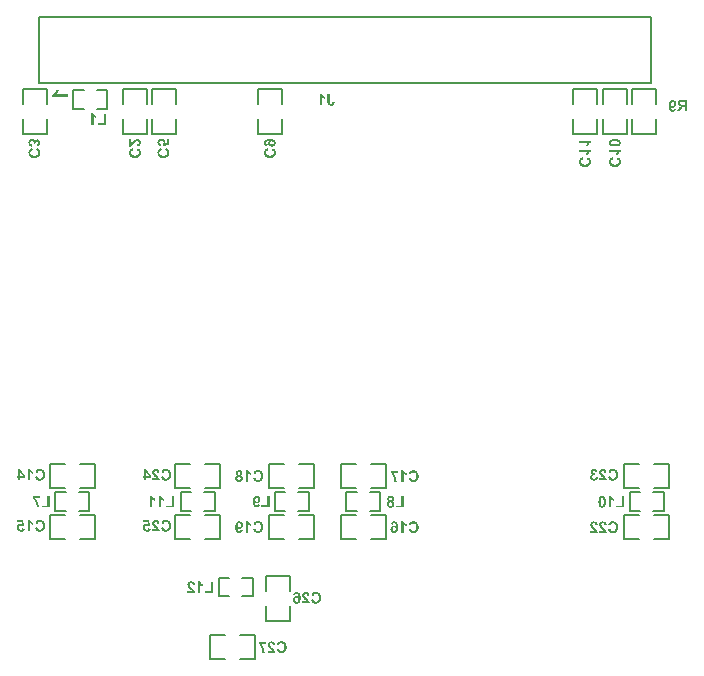
<source format=gbo>
G04*
G04 #@! TF.GenerationSoftware,Altium Limited,Altium Designer,20.2.4 (192)*
G04*
G04 Layer_Color=32896*
%FSLAX25Y25*%
%MOIN*%
G70*
G04*
G04 #@! TF.SameCoordinates,F9DD2519-DED0-4D21-AB53-5B03216E6D2C*
G04*
G04*
G04 #@! TF.FilePolarity,Positive*
G04*
G01*
G75*
%ADD10C,0.00800*%
%ADD12C,0.00600*%
G36*
X-571Y-8766D02*
X-682Y-9003D01*
X-741Y-9114D01*
X-808Y-9218D01*
X-867Y-9314D01*
X-926Y-9403D01*
X-985Y-9484D01*
X-1037Y-9558D01*
X-1082Y-9617D01*
X-1126Y-9669D01*
X-1163Y-9714D01*
X-1185Y-9743D01*
X-1200Y-9758D01*
X-1207Y-9765D01*
X2500D01*
Y-10750D01*
X-2650D01*
Y-9950D01*
X-2480Y-9876D01*
X-2325Y-9780D01*
X-2177Y-9677D01*
X-2058Y-9573D01*
X-1962Y-9484D01*
X-1888Y-9403D01*
X-1859Y-9373D01*
X-1836Y-9351D01*
X-1829Y-9336D01*
X-1822Y-9329D01*
X-1703Y-9166D01*
X-1600Y-9011D01*
X-1518Y-8870D01*
X-1459Y-8744D01*
X-1415Y-8641D01*
X-1378Y-8567D01*
X-1370Y-8537D01*
X-1363Y-8515D01*
X-1355Y-8507D01*
Y-8500D01*
X-467D01*
X-571Y-8766D01*
D02*
G37*
G36*
X11077Y-16265D02*
X11149Y-16381D01*
X11226Y-16492D01*
X11304Y-16581D01*
X11371Y-16653D01*
X11432Y-16709D01*
X11454Y-16731D01*
X11471Y-16748D01*
X11482Y-16753D01*
X11487Y-16759D01*
X11609Y-16848D01*
X11726Y-16925D01*
X11831Y-16986D01*
X11926Y-17031D01*
X12003Y-17064D01*
X12059Y-17092D01*
X12081Y-17097D01*
X12098Y-17103D01*
X12103Y-17108D01*
X12109D01*
Y-17774D01*
X11909Y-17697D01*
X11731Y-17614D01*
X11648Y-17569D01*
X11570Y-17519D01*
X11498Y-17475D01*
X11432Y-17430D01*
X11371Y-17386D01*
X11315Y-17347D01*
X11271Y-17314D01*
X11232Y-17280D01*
X11199Y-17253D01*
X11176Y-17236D01*
X11165Y-17225D01*
X11160Y-17220D01*
Y-20000D01*
X10422D01*
Y-16137D01*
X11021D01*
X11077Y-16265D01*
D02*
G37*
G36*
X15400Y-20000D02*
X12692D01*
Y-19351D01*
X14623D01*
Y-16187D01*
X15400D01*
Y-20000D01*
D02*
G37*
G36*
X204222Y-11643D02*
X204310Y-11654D01*
X204399Y-11671D01*
X204482Y-11693D01*
X204560Y-11720D01*
X204632Y-11754D01*
X204704Y-11782D01*
X204760Y-11815D01*
X204815Y-11854D01*
X204865Y-11881D01*
X204904Y-11915D01*
X204943Y-11942D01*
X204971Y-11965D01*
X204987Y-11981D01*
X204998Y-11992D01*
X205004Y-11998D01*
X205065Y-12070D01*
X205115Y-12142D01*
X205165Y-12220D01*
X205204Y-12298D01*
X205237Y-12375D01*
X205265Y-12459D01*
X205304Y-12608D01*
X205320Y-12675D01*
X205331Y-12742D01*
X205337Y-12797D01*
X205343Y-12847D01*
X205348Y-12891D01*
Y-12919D01*
Y-12942D01*
Y-12947D01*
X205343Y-13047D01*
X205331Y-13147D01*
X205320Y-13241D01*
X205298Y-13324D01*
X205270Y-13408D01*
X205243Y-13480D01*
X205215Y-13552D01*
X205182Y-13613D01*
X205154Y-13668D01*
X205126Y-13719D01*
X205098Y-13757D01*
X205071Y-13796D01*
X205048Y-13818D01*
X205037Y-13840D01*
X205026Y-13852D01*
X205021Y-13857D01*
X204960Y-13918D01*
X204893Y-13974D01*
X204826Y-14018D01*
X204760Y-14057D01*
X204693Y-14090D01*
X204632Y-14124D01*
X204510Y-14163D01*
X204405Y-14190D01*
X204360Y-14196D01*
X204321Y-14201D01*
X204288Y-14207D01*
X204244D01*
X204166Y-14201D01*
X204094Y-14190D01*
X204027Y-14179D01*
X203961Y-14157D01*
X203838Y-14107D01*
X203739Y-14046D01*
X203661Y-13985D01*
X203628Y-13957D01*
X203600Y-13935D01*
X203578Y-13913D01*
X203561Y-13896D01*
X203555Y-13891D01*
X203550Y-13885D01*
X203561Y-14002D01*
X203572Y-14112D01*
X203583Y-14212D01*
X203600Y-14301D01*
X203616Y-14379D01*
X203633Y-14451D01*
X203650Y-14512D01*
X203666Y-14568D01*
X203689Y-14617D01*
X203700Y-14656D01*
X203716Y-14690D01*
X203728Y-14712D01*
X203739Y-14734D01*
X203750Y-14745D01*
X203755Y-14756D01*
X203816Y-14823D01*
X203883Y-14873D01*
X203944Y-14912D01*
X204005Y-14934D01*
X204061Y-14951D01*
X204099Y-14956D01*
X204127Y-14962D01*
X204138D01*
X204199Y-14956D01*
X204260Y-14945D01*
X204305Y-14928D01*
X204349Y-14912D01*
X204382Y-14895D01*
X204405Y-14878D01*
X204421Y-14867D01*
X204427Y-14862D01*
X204466Y-14817D01*
X204493Y-14767D01*
X204516Y-14712D01*
X204532Y-14656D01*
X204549Y-14612D01*
X204554Y-14573D01*
X204560Y-14545D01*
Y-14534D01*
X205270Y-14617D01*
X205254Y-14706D01*
X205232Y-14784D01*
X205209Y-14862D01*
X205182Y-14928D01*
X205154Y-14995D01*
X205126Y-15056D01*
X205093Y-15106D01*
X205065Y-15156D01*
X205032Y-15195D01*
X205010Y-15234D01*
X204982Y-15261D01*
X204960Y-15289D01*
X204943Y-15306D01*
X204926Y-15322D01*
X204921Y-15328D01*
X204915Y-15334D01*
X204860Y-15378D01*
X204804Y-15411D01*
X204682Y-15472D01*
X204566Y-15511D01*
X204449Y-15544D01*
X204344Y-15561D01*
X204299Y-15567D01*
X204260D01*
X204233Y-15572D01*
X204188D01*
X204072Y-15567D01*
X203966Y-15550D01*
X203866Y-15528D01*
X203766Y-15500D01*
X203678Y-15461D01*
X203594Y-15422D01*
X203517Y-15383D01*
X203450Y-15339D01*
X203389Y-15295D01*
X203333Y-15256D01*
X203289Y-15211D01*
X203250Y-15178D01*
X203217Y-15150D01*
X203195Y-15128D01*
X203184Y-15112D01*
X203178Y-15106D01*
X203106Y-15012D01*
X203050Y-14906D01*
X202995Y-14790D01*
X202951Y-14673D01*
X202912Y-14545D01*
X202878Y-14418D01*
X202856Y-14296D01*
X202834Y-14168D01*
X202817Y-14051D01*
X202806Y-13946D01*
X202795Y-13846D01*
X202790Y-13757D01*
X202784Y-13685D01*
Y-13630D01*
Y-13613D01*
Y-13596D01*
Y-13591D01*
Y-13585D01*
X202790Y-13397D01*
X202801Y-13225D01*
X202817Y-13064D01*
X202845Y-12914D01*
X202873Y-12780D01*
X202901Y-12658D01*
X202939Y-12547D01*
X202973Y-12448D01*
X203006Y-12364D01*
X203039Y-12292D01*
X203073Y-12231D01*
X203100Y-12181D01*
X203128Y-12142D01*
X203145Y-12115D01*
X203156Y-12098D01*
X203161Y-12092D01*
X203234Y-12015D01*
X203311Y-11942D01*
X203389Y-11881D01*
X203467Y-11831D01*
X203550Y-11787D01*
X203628Y-11748D01*
X203705Y-11720D01*
X203783Y-11693D01*
X203850Y-11676D01*
X203916Y-11659D01*
X203972Y-11648D01*
X204022Y-11643D01*
X204066D01*
X204094Y-11637D01*
X204122D01*
X204222Y-11643D01*
D02*
G37*
G36*
X209000Y-15500D02*
X208223D01*
Y-13896D01*
X207973D01*
X207896Y-13902D01*
X207829Y-13907D01*
X207773Y-13918D01*
X207729Y-13924D01*
X207701Y-13935D01*
X207685Y-13940D01*
X207679D01*
X207635Y-13963D01*
X207590Y-13985D01*
X207552Y-14013D01*
X207513Y-14035D01*
X207485Y-14062D01*
X207463Y-14085D01*
X207452Y-14096D01*
X207446Y-14101D01*
X207424Y-14129D01*
X207396Y-14157D01*
X207335Y-14240D01*
X207268Y-14329D01*
X207196Y-14429D01*
X207135Y-14518D01*
X207107Y-14562D01*
X207085Y-14595D01*
X207063Y-14623D01*
X207046Y-14645D01*
X207041Y-14662D01*
X207035Y-14668D01*
X206480Y-15500D01*
X205548D01*
X206020Y-14751D01*
X206070Y-14673D01*
X206119Y-14595D01*
X206164Y-14529D01*
X206208Y-14468D01*
X206247Y-14412D01*
X206280Y-14357D01*
X206347Y-14273D01*
X206397Y-14207D01*
X206430Y-14163D01*
X206458Y-14135D01*
X206464Y-14129D01*
X206525Y-14062D01*
X206597Y-14002D01*
X206663Y-13952D01*
X206730Y-13902D01*
X206786Y-13863D01*
X206830Y-13835D01*
X206863Y-13813D01*
X206869Y-13807D01*
X206874D01*
X206780Y-13791D01*
X206697Y-13768D01*
X206619Y-13746D01*
X206541Y-13719D01*
X206475Y-13691D01*
X206414Y-13663D01*
X206353Y-13635D01*
X206303Y-13602D01*
X206258Y-13574D01*
X206220Y-13546D01*
X206186Y-13519D01*
X206164Y-13496D01*
X206142Y-13480D01*
X206125Y-13463D01*
X206119Y-13458D01*
X206114Y-13452D01*
X206070Y-13397D01*
X206031Y-13341D01*
X205964Y-13219D01*
X205920Y-13102D01*
X205892Y-12986D01*
X205870Y-12886D01*
X205864Y-12847D01*
Y-12808D01*
X205859Y-12780D01*
Y-12753D01*
Y-12742D01*
Y-12736D01*
X205864Y-12614D01*
X205887Y-12498D01*
X205914Y-12398D01*
X205942Y-12309D01*
X205975Y-12237D01*
X206003Y-12181D01*
X206014Y-12164D01*
X206025Y-12148D01*
X206031Y-12142D01*
Y-12137D01*
X206097Y-12042D01*
X206170Y-11965D01*
X206242Y-11904D01*
X206314Y-11848D01*
X206380Y-11815D01*
X206430Y-11787D01*
X206464Y-11770D01*
X206469Y-11765D01*
X206475D01*
X206530Y-11748D01*
X206591Y-11732D01*
X206730Y-11704D01*
X206880Y-11687D01*
X207024Y-11671D01*
X207096D01*
X207157Y-11665D01*
X207218D01*
X207268Y-11659D01*
X209000D01*
Y-15500D01*
D02*
G37*
G36*
X43746Y-172143D02*
X43835Y-172148D01*
X44007Y-172176D01*
X44151Y-172221D01*
X44218Y-172243D01*
X44279Y-172270D01*
X44334Y-172293D01*
X44379Y-172320D01*
X44423Y-172343D01*
X44456Y-172359D01*
X44484Y-172381D01*
X44501Y-172392D01*
X44512Y-172398D01*
X44518Y-172404D01*
X44579Y-172459D01*
X44634Y-172515D01*
X44684Y-172581D01*
X44728Y-172653D01*
X44795Y-172798D01*
X44851Y-172936D01*
X44867Y-173009D01*
X44884Y-173070D01*
X44901Y-173125D01*
X44906Y-173175D01*
X44917Y-173220D01*
Y-173247D01*
X44923Y-173269D01*
Y-173275D01*
X44190Y-173347D01*
X44179Y-173236D01*
X44157Y-173142D01*
X44135Y-173058D01*
X44107Y-172997D01*
X44085Y-172948D01*
X44063Y-172914D01*
X44046Y-172892D01*
X44040Y-172886D01*
X43985Y-172842D01*
X43924Y-172809D01*
X43863Y-172781D01*
X43802Y-172764D01*
X43752Y-172753D01*
X43707Y-172748D01*
X43668D01*
X43585Y-172753D01*
X43513Y-172770D01*
X43452Y-172792D01*
X43396Y-172814D01*
X43358Y-172836D01*
X43324Y-172859D01*
X43308Y-172875D01*
X43302Y-172881D01*
X43258Y-172936D01*
X43224Y-172997D01*
X43202Y-173058D01*
X43186Y-173120D01*
X43174Y-173175D01*
X43169Y-173225D01*
Y-173253D01*
Y-173258D01*
Y-173264D01*
X43174Y-173347D01*
X43191Y-173425D01*
X43219Y-173503D01*
X43247Y-173569D01*
X43274Y-173630D01*
X43302Y-173674D01*
X43319Y-173702D01*
X43324Y-173713D01*
X43347Y-173747D01*
X43380Y-173785D01*
X43424Y-173836D01*
X43469Y-173880D01*
X43569Y-173985D01*
X43668Y-174091D01*
X43768Y-174191D01*
X43813Y-174235D01*
X43857Y-174268D01*
X43890Y-174302D01*
X43913Y-174324D01*
X43929Y-174341D01*
X43935Y-174346D01*
X44046Y-174451D01*
X44146Y-174551D01*
X44240Y-174646D01*
X44323Y-174729D01*
X44401Y-174812D01*
X44468Y-174890D01*
X44529Y-174957D01*
X44579Y-175023D01*
X44623Y-175079D01*
X44662Y-175129D01*
X44695Y-175168D01*
X44717Y-175206D01*
X44740Y-175229D01*
X44751Y-175251D01*
X44762Y-175262D01*
Y-175267D01*
X44834Y-175395D01*
X44889Y-175528D01*
X44934Y-175650D01*
X44967Y-175761D01*
X44989Y-175861D01*
X44995Y-175900D01*
X45000Y-175933D01*
X45006Y-175961D01*
X45011Y-175983D01*
Y-175995D01*
Y-176000D01*
X42431D01*
Y-175317D01*
X43896D01*
X43852Y-175245D01*
X43802Y-175184D01*
X43780Y-175156D01*
X43763Y-175134D01*
X43752Y-175123D01*
X43746Y-175118D01*
X43724Y-175095D01*
X43702Y-175068D01*
X43635Y-175006D01*
X43563Y-174934D01*
X43491Y-174862D01*
X43419Y-174796D01*
X43358Y-174740D01*
X43335Y-174718D01*
X43319Y-174701D01*
X43308Y-174696D01*
X43302Y-174690D01*
X43180Y-174574D01*
X43080Y-174479D01*
X42997Y-174390D01*
X42930Y-174324D01*
X42880Y-174268D01*
X42847Y-174230D01*
X42825Y-174202D01*
X42819Y-174196D01*
X42747Y-174102D01*
X42686Y-174013D01*
X42636Y-173930D01*
X42597Y-173858D01*
X42564Y-173797D01*
X42542Y-173747D01*
X42531Y-173719D01*
X42525Y-173708D01*
X42492Y-173619D01*
X42470Y-173530D01*
X42453Y-173447D01*
X42442Y-173369D01*
X42436Y-173308D01*
X42431Y-173258D01*
Y-173225D01*
Y-173214D01*
X42436Y-173131D01*
X42447Y-173047D01*
X42459Y-172970D01*
X42481Y-172898D01*
X42536Y-172770D01*
X42592Y-172659D01*
X42625Y-172609D01*
X42653Y-172570D01*
X42680Y-172531D01*
X42708Y-172503D01*
X42731Y-172481D01*
X42742Y-172459D01*
X42753Y-172453D01*
X42758Y-172448D01*
X42819Y-172392D01*
X42891Y-172343D01*
X42958Y-172304D01*
X43036Y-172270D01*
X43180Y-172215D01*
X43324Y-172176D01*
X43391Y-172165D01*
X43452Y-172154D01*
X43508Y-172148D01*
X43558Y-172143D01*
X43596Y-172137D01*
X43652D01*
X43746Y-172143D01*
D02*
G37*
G36*
X46676Y-172265D02*
X46749Y-172381D01*
X46826Y-172492D01*
X46904Y-172581D01*
X46971Y-172653D01*
X47032Y-172709D01*
X47054Y-172731D01*
X47071Y-172748D01*
X47082Y-172753D01*
X47087Y-172759D01*
X47209Y-172848D01*
X47326Y-172925D01*
X47431Y-172986D01*
X47526Y-173031D01*
X47603Y-173064D01*
X47659Y-173092D01*
X47681Y-173097D01*
X47698Y-173103D01*
X47703Y-173108D01*
X47709D01*
Y-173775D01*
X47509Y-173697D01*
X47332Y-173614D01*
X47248Y-173569D01*
X47170Y-173519D01*
X47098Y-173475D01*
X47032Y-173430D01*
X46971Y-173386D01*
X46915Y-173347D01*
X46871Y-173314D01*
X46832Y-173281D01*
X46799Y-173253D01*
X46776Y-173236D01*
X46765Y-173225D01*
X46760Y-173220D01*
Y-176000D01*
X46022D01*
Y-172137D01*
X46621D01*
X46676Y-172265D01*
D02*
G37*
G36*
X51000Y-176000D02*
X48292D01*
Y-175351D01*
X50223D01*
Y-172187D01*
X51000D01*
Y-176000D01*
D02*
G37*
G36*
X33676Y-143765D02*
X33749Y-143881D01*
X33826Y-143992D01*
X33904Y-144081D01*
X33971Y-144153D01*
X34032Y-144209D01*
X34054Y-144231D01*
X34071Y-144248D01*
X34082Y-144253D01*
X34087Y-144259D01*
X34209Y-144348D01*
X34326Y-144425D01*
X34431Y-144486D01*
X34526Y-144531D01*
X34603Y-144564D01*
X34659Y-144592D01*
X34681Y-144597D01*
X34698Y-144603D01*
X34703Y-144608D01*
X34709D01*
Y-145274D01*
X34509Y-145197D01*
X34332Y-145114D01*
X34248Y-145069D01*
X34170Y-145019D01*
X34098Y-144975D01*
X34032Y-144930D01*
X33971Y-144886D01*
X33915Y-144847D01*
X33871Y-144814D01*
X33832Y-144781D01*
X33799Y-144753D01*
X33776Y-144736D01*
X33765Y-144725D01*
X33760Y-144720D01*
Y-147500D01*
X33022D01*
Y-143637D01*
X33621D01*
X33676Y-143765D01*
D02*
G37*
G36*
X30691D02*
X30763Y-143881D01*
X30841Y-143992D01*
X30918Y-144081D01*
X30985Y-144153D01*
X31046Y-144209D01*
X31068Y-144231D01*
X31085Y-144248D01*
X31096Y-144253D01*
X31101Y-144259D01*
X31223Y-144348D01*
X31340Y-144425D01*
X31445Y-144486D01*
X31540Y-144531D01*
X31618Y-144564D01*
X31673Y-144592D01*
X31695Y-144597D01*
X31712Y-144603D01*
X31717Y-144608D01*
X31723D01*
Y-145274D01*
X31523Y-145197D01*
X31345Y-145114D01*
X31262Y-145069D01*
X31185Y-145019D01*
X31113Y-144975D01*
X31046Y-144930D01*
X30985Y-144886D01*
X30929Y-144847D01*
X30885Y-144814D01*
X30846Y-144781D01*
X30813Y-144753D01*
X30791Y-144736D01*
X30779Y-144725D01*
X30774Y-144720D01*
Y-147500D01*
X30036D01*
Y-143637D01*
X30635D01*
X30691Y-143765D01*
D02*
G37*
G36*
X38000Y-147500D02*
X35292D01*
Y-146851D01*
X37223D01*
Y-143687D01*
X38000D01*
Y-147500D01*
D02*
G37*
G36*
X183677Y-143765D02*
X183749Y-143881D01*
X183826Y-143992D01*
X183904Y-144081D01*
X183971Y-144153D01*
X184032Y-144209D01*
X184054Y-144231D01*
X184071Y-144248D01*
X184082Y-144253D01*
X184087Y-144259D01*
X184209Y-144348D01*
X184326Y-144425D01*
X184431Y-144486D01*
X184526Y-144531D01*
X184603Y-144564D01*
X184659Y-144592D01*
X184681Y-144597D01*
X184698Y-144603D01*
X184703Y-144608D01*
X184709D01*
Y-145274D01*
X184509Y-145197D01*
X184331Y-145114D01*
X184248Y-145069D01*
X184170Y-145019D01*
X184098Y-144975D01*
X184032Y-144930D01*
X183971Y-144886D01*
X183915Y-144847D01*
X183871Y-144814D01*
X183832Y-144781D01*
X183799Y-144753D01*
X183776Y-144736D01*
X183765Y-144725D01*
X183760Y-144720D01*
Y-147500D01*
X183022D01*
Y-143637D01*
X183621D01*
X183677Y-143765D01*
D02*
G37*
G36*
X188000Y-147500D02*
X185292D01*
Y-146851D01*
X187223D01*
Y-143687D01*
X188000D01*
Y-147500D01*
D02*
G37*
G36*
X180774Y-143643D02*
X180868Y-143654D01*
X180963Y-143676D01*
X181046Y-143698D01*
X181124Y-143731D01*
X181196Y-143765D01*
X181257Y-143798D01*
X181318Y-143837D01*
X181368Y-143876D01*
X181418Y-143909D01*
X181456Y-143942D01*
X181484Y-143976D01*
X181512Y-143998D01*
X181529Y-144020D01*
X181540Y-144031D01*
X181545Y-144037D01*
X181612Y-144131D01*
X181667Y-144242D01*
X181717Y-144359D01*
X181762Y-144481D01*
X181795Y-144608D01*
X181828Y-144742D01*
X181851Y-144869D01*
X181873Y-144997D01*
X181884Y-145119D01*
X181895Y-145230D01*
X181906Y-145335D01*
X181912Y-145424D01*
X181917Y-145496D01*
Y-145552D01*
Y-145574D01*
Y-145591D01*
Y-145596D01*
Y-145602D01*
X181912Y-145802D01*
X181901Y-145985D01*
X181884Y-146157D01*
X181862Y-146312D01*
X181840Y-146451D01*
X181812Y-146579D01*
X181778Y-146690D01*
X181745Y-146790D01*
X181717Y-146873D01*
X181684Y-146950D01*
X181656Y-147012D01*
X181629Y-147062D01*
X181612Y-147095D01*
X181595Y-147123D01*
X181584Y-147139D01*
X181579Y-147145D01*
X181512Y-147222D01*
X181440Y-147283D01*
X181368Y-147345D01*
X181290Y-147389D01*
X181218Y-147433D01*
X181140Y-147467D01*
X181068Y-147494D01*
X180996Y-147517D01*
X180929Y-147539D01*
X180868Y-147550D01*
X180813Y-147561D01*
X180768Y-147567D01*
X180729D01*
X180696Y-147572D01*
X180674D01*
X180574Y-147567D01*
X180480Y-147555D01*
X180385Y-147533D01*
X180302Y-147511D01*
X180225Y-147483D01*
X180152Y-147450D01*
X180091Y-147411D01*
X180030Y-147372D01*
X179980Y-147339D01*
X179930Y-147300D01*
X179892Y-147267D01*
X179858Y-147239D01*
X179836Y-147217D01*
X179819Y-147195D01*
X179808Y-147184D01*
X179803Y-147178D01*
X179736Y-147084D01*
X179681Y-146973D01*
X179625Y-146856D01*
X179586Y-146729D01*
X179547Y-146601D01*
X179520Y-146473D01*
X179492Y-146340D01*
X179470Y-146212D01*
X179458Y-146090D01*
X179447Y-145979D01*
X179436Y-145874D01*
X179431Y-145785D01*
X179425Y-145713D01*
Y-145657D01*
Y-145635D01*
Y-145619D01*
Y-145613D01*
Y-145607D01*
X179431Y-145408D01*
X179442Y-145224D01*
X179458Y-145058D01*
X179486Y-144903D01*
X179514Y-144758D01*
X179542Y-144631D01*
X179581Y-144514D01*
X179614Y-144414D01*
X179647Y-144320D01*
X179681Y-144248D01*
X179714Y-144181D01*
X179742Y-144126D01*
X179769Y-144087D01*
X179786Y-144059D01*
X179797Y-144042D01*
X179803Y-144037D01*
X179864Y-143965D01*
X179930Y-143904D01*
X180002Y-143854D01*
X180075Y-143804D01*
X180147Y-143765D01*
X180219Y-143737D01*
X180286Y-143709D01*
X180358Y-143687D01*
X180424Y-143670D01*
X180480Y-143659D01*
X180535Y-143648D01*
X180580Y-143643D01*
X180619Y-143637D01*
X180674D01*
X180774Y-143643D01*
D02*
G37*
G36*
X114500Y-147500D02*
X111792D01*
Y-146851D01*
X113723D01*
Y-143687D01*
X114500D01*
Y-147500D01*
D02*
G37*
G36*
X110265Y-143643D02*
X110360Y-143648D01*
X110449Y-143665D01*
X110532Y-143682D01*
X110609Y-143704D01*
X110682Y-143726D01*
X110743Y-143754D01*
X110798Y-143776D01*
X110854Y-143804D01*
X110898Y-143831D01*
X110931Y-143854D01*
X110965Y-143876D01*
X110987Y-143893D01*
X111003Y-143909D01*
X111015Y-143915D01*
X111020Y-143920D01*
X111070Y-143976D01*
X111120Y-144031D01*
X111159Y-144092D01*
X111192Y-144148D01*
X111248Y-144270D01*
X111281Y-144381D01*
X111303Y-144481D01*
X111309Y-144525D01*
X111314Y-144559D01*
X111320Y-144592D01*
Y-144614D01*
Y-144625D01*
Y-144631D01*
X111314Y-144725D01*
X111298Y-144808D01*
X111281Y-144892D01*
X111253Y-144958D01*
X111231Y-145019D01*
X111214Y-145058D01*
X111198Y-145086D01*
X111192Y-145097D01*
X111137Y-145169D01*
X111070Y-145236D01*
X111003Y-145291D01*
X110931Y-145341D01*
X110870Y-145374D01*
X110820Y-145402D01*
X110787Y-145419D01*
X110782Y-145424D01*
X110776D01*
X110892Y-145485D01*
X110992Y-145546D01*
X111076Y-145613D01*
X111142Y-145680D01*
X111198Y-145741D01*
X111237Y-145785D01*
X111259Y-145818D01*
X111264Y-145824D01*
Y-145829D01*
X111314Y-145929D01*
X111353Y-146029D01*
X111375Y-146129D01*
X111398Y-146218D01*
X111409Y-146290D01*
X111414Y-146351D01*
Y-146373D01*
Y-146390D01*
Y-146401D01*
Y-146407D01*
X111409Y-146512D01*
X111398Y-146606D01*
X111375Y-146701D01*
X111348Y-146784D01*
X111320Y-146867D01*
X111287Y-146940D01*
X111248Y-147006D01*
X111209Y-147067D01*
X111170Y-147117D01*
X111131Y-147167D01*
X111098Y-147206D01*
X111070Y-147239D01*
X111042Y-147267D01*
X111020Y-147283D01*
X111009Y-147295D01*
X111003Y-147300D01*
X110937Y-147350D01*
X110865Y-147389D01*
X110793Y-147428D01*
X110721Y-147456D01*
X110576Y-147505D01*
X110437Y-147539D01*
X110371Y-147550D01*
X110315Y-147555D01*
X110265Y-147561D01*
X110221Y-147567D01*
X110182Y-147572D01*
X110132D01*
X110027Y-147567D01*
X109932Y-147555D01*
X109838Y-147539D01*
X109749Y-147522D01*
X109671Y-147494D01*
X109599Y-147467D01*
X109527Y-147439D01*
X109466Y-147406D01*
X109411Y-147372D01*
X109366Y-147345D01*
X109322Y-147317D01*
X109289Y-147289D01*
X109261Y-147273D01*
X109244Y-147256D01*
X109233Y-147245D01*
X109228Y-147239D01*
X109167Y-147173D01*
X109116Y-147106D01*
X109067Y-147034D01*
X109028Y-146962D01*
X108994Y-146889D01*
X108967Y-146817D01*
X108928Y-146679D01*
X108911Y-146618D01*
X108900Y-146562D01*
X108895Y-146507D01*
X108889Y-146462D01*
X108883Y-146423D01*
Y-146396D01*
Y-146379D01*
Y-146373D01*
X108889Y-146257D01*
X108911Y-146151D01*
X108933Y-146051D01*
X108967Y-145968D01*
X108994Y-145902D01*
X109022Y-145852D01*
X109044Y-145818D01*
X109050Y-145807D01*
X109116Y-145719D01*
X109194Y-145641D01*
X109277Y-145574D01*
X109355Y-145524D01*
X109427Y-145480D01*
X109483Y-145447D01*
X109505Y-145435D01*
X109522Y-145430D01*
X109533Y-145424D01*
X109538D01*
X109450Y-145380D01*
X109372Y-145330D01*
X109305Y-145280D01*
X109250Y-145224D01*
X109205Y-145180D01*
X109177Y-145141D01*
X109155Y-145119D01*
X109150Y-145108D01*
X109100Y-145025D01*
X109067Y-144941D01*
X109039Y-144864D01*
X109022Y-144792D01*
X109011Y-144725D01*
X109005Y-144675D01*
Y-144642D01*
Y-144636D01*
Y-144631D01*
X109011Y-144553D01*
X109017Y-144475D01*
X109055Y-144336D01*
X109100Y-144220D01*
X109155Y-144114D01*
X109216Y-144031D01*
X109239Y-143998D01*
X109261Y-143970D01*
X109283Y-143948D01*
X109300Y-143931D01*
X109305Y-143926D01*
X109311Y-143920D01*
X109372Y-143870D01*
X109433Y-143826D01*
X109505Y-143787D01*
X109572Y-143754D01*
X109716Y-143704D01*
X109855Y-143670D01*
X109916Y-143659D01*
X109977Y-143654D01*
X110027Y-143648D01*
X110077Y-143643D01*
X110110Y-143637D01*
X110166D01*
X110265Y-143643D01*
D02*
G37*
G36*
X-3500Y-147500D02*
X-6208D01*
Y-146851D01*
X-4277D01*
Y-143687D01*
X-3500D01*
Y-147500D01*
D02*
G37*
G36*
X-6597Y-144392D02*
X-8267D01*
X-8084Y-144642D01*
X-7923Y-144903D01*
X-7846Y-145025D01*
X-7779Y-145152D01*
X-7718Y-145269D01*
X-7662Y-145380D01*
X-7613Y-145485D01*
X-7568Y-145580D01*
X-7529Y-145668D01*
X-7496Y-145741D01*
X-7474Y-145796D01*
X-7457Y-145841D01*
X-7446Y-145868D01*
X-7440Y-145879D01*
X-7385Y-146035D01*
X-7335Y-146185D01*
X-7296Y-146335D01*
X-7257Y-146479D01*
X-7230Y-146623D01*
X-7202Y-146756D01*
X-7180Y-146884D01*
X-7163Y-147001D01*
X-7146Y-147106D01*
X-7135Y-147206D01*
X-7124Y-147289D01*
X-7119Y-147361D01*
Y-147422D01*
X-7113Y-147467D01*
Y-147489D01*
Y-147500D01*
X-7823D01*
X-7829Y-147306D01*
X-7846Y-147106D01*
X-7873Y-146912D01*
X-7885Y-146823D01*
X-7901Y-146734D01*
X-7918Y-146656D01*
X-7934Y-146579D01*
X-7946Y-146518D01*
X-7957Y-146462D01*
X-7968Y-146412D01*
X-7979Y-146379D01*
X-7984Y-146357D01*
Y-146351D01*
X-8057Y-146113D01*
X-8134Y-145885D01*
X-8173Y-145780D01*
X-8218Y-145680D01*
X-8256Y-145585D01*
X-8295Y-145496D01*
X-8334Y-145419D01*
X-8367Y-145347D01*
X-8401Y-145280D01*
X-8423Y-145230D01*
X-8445Y-145186D01*
X-8462Y-145158D01*
X-8473Y-145136D01*
X-8478Y-145130D01*
X-8539Y-145025D01*
X-8600Y-144925D01*
X-8656Y-144836D01*
X-8711Y-144747D01*
X-8767Y-144669D01*
X-8822Y-144597D01*
X-8872Y-144531D01*
X-8917Y-144470D01*
X-8961Y-144414D01*
X-9000Y-144370D01*
X-9033Y-144331D01*
X-9061Y-144298D01*
X-9083Y-144275D01*
X-9100Y-144259D01*
X-9111Y-144248D01*
X-9117Y-144242D01*
Y-143709D01*
X-6597D01*
Y-144392D01*
D02*
G37*
G36*
X70483Y-192143D02*
X70572Y-192148D01*
X70744Y-192176D01*
X70888Y-192220D01*
X70955Y-192243D01*
X71016Y-192270D01*
X71071Y-192293D01*
X71115Y-192320D01*
X71160Y-192343D01*
X71193Y-192359D01*
X71221Y-192381D01*
X71238Y-192393D01*
X71249Y-192398D01*
X71254Y-192404D01*
X71315Y-192459D01*
X71371Y-192515D01*
X71421Y-192581D01*
X71465Y-192653D01*
X71532Y-192798D01*
X71587Y-192936D01*
X71604Y-193008D01*
X71621Y-193070D01*
X71637Y-193125D01*
X71643Y-193175D01*
X71654Y-193219D01*
Y-193247D01*
X71659Y-193269D01*
Y-193275D01*
X70927Y-193347D01*
X70916Y-193236D01*
X70894Y-193142D01*
X70871Y-193059D01*
X70844Y-192998D01*
X70821Y-192947D01*
X70799Y-192914D01*
X70783Y-192892D01*
X70777Y-192886D01*
X70722Y-192842D01*
X70660Y-192809D01*
X70599Y-192781D01*
X70538Y-192764D01*
X70488Y-192753D01*
X70444Y-192748D01*
X70405D01*
X70322Y-192753D01*
X70250Y-192770D01*
X70189Y-192792D01*
X70133Y-192814D01*
X70094Y-192836D01*
X70061Y-192859D01*
X70044Y-192875D01*
X70039Y-192881D01*
X69994Y-192936D01*
X69961Y-192998D01*
X69939Y-193059D01*
X69922Y-193120D01*
X69911Y-193175D01*
X69906Y-193225D01*
Y-193253D01*
Y-193258D01*
Y-193264D01*
X69911Y-193347D01*
X69928Y-193425D01*
X69956Y-193502D01*
X69983Y-193569D01*
X70011Y-193630D01*
X70039Y-193675D01*
X70055Y-193702D01*
X70061Y-193713D01*
X70083Y-193747D01*
X70117Y-193786D01*
X70161Y-193835D01*
X70205Y-193880D01*
X70305Y-193985D01*
X70405Y-194091D01*
X70505Y-194191D01*
X70549Y-194235D01*
X70594Y-194268D01*
X70627Y-194302D01*
X70649Y-194324D01*
X70666Y-194341D01*
X70671Y-194346D01*
X70783Y-194451D01*
X70882Y-194551D01*
X70977Y-194646D01*
X71060Y-194729D01*
X71138Y-194812D01*
X71204Y-194890D01*
X71265Y-194957D01*
X71315Y-195023D01*
X71360Y-195079D01*
X71399Y-195129D01*
X71432Y-195168D01*
X71454Y-195206D01*
X71476Y-195229D01*
X71487Y-195251D01*
X71499Y-195262D01*
Y-195267D01*
X71571Y-195395D01*
X71626Y-195528D01*
X71671Y-195650D01*
X71704Y-195761D01*
X71726Y-195861D01*
X71732Y-195900D01*
X71737Y-195933D01*
X71743Y-195961D01*
X71748Y-195983D01*
Y-195994D01*
Y-196000D01*
X69167D01*
Y-195317D01*
X70633D01*
X70588Y-195245D01*
X70538Y-195184D01*
X70516Y-195156D01*
X70499Y-195134D01*
X70488Y-195123D01*
X70483Y-195118D01*
X70461Y-195095D01*
X70438Y-195068D01*
X70372Y-195007D01*
X70300Y-194934D01*
X70227Y-194862D01*
X70155Y-194796D01*
X70094Y-194740D01*
X70072Y-194718D01*
X70055Y-194701D01*
X70044Y-194696D01*
X70039Y-194690D01*
X69917Y-194574D01*
X69817Y-194479D01*
X69734Y-194390D01*
X69667Y-194324D01*
X69617Y-194268D01*
X69584Y-194229D01*
X69561Y-194202D01*
X69556Y-194196D01*
X69484Y-194102D01*
X69423Y-194013D01*
X69373Y-193930D01*
X69334Y-193858D01*
X69301Y-193797D01*
X69278Y-193747D01*
X69267Y-193719D01*
X69262Y-193708D01*
X69229Y-193619D01*
X69206Y-193530D01*
X69190Y-193447D01*
X69178Y-193369D01*
X69173Y-193308D01*
X69167Y-193258D01*
Y-193225D01*
Y-193214D01*
X69173Y-193131D01*
X69184Y-193047D01*
X69195Y-192970D01*
X69217Y-192898D01*
X69273Y-192770D01*
X69328Y-192659D01*
X69362Y-192609D01*
X69389Y-192570D01*
X69417Y-192531D01*
X69445Y-192503D01*
X69467Y-192481D01*
X69478Y-192459D01*
X69489Y-192454D01*
X69495Y-192448D01*
X69556Y-192393D01*
X69628Y-192343D01*
X69695Y-192304D01*
X69772Y-192270D01*
X69917Y-192215D01*
X70061Y-192176D01*
X70128Y-192165D01*
X70189Y-192154D01*
X70244Y-192148D01*
X70294Y-192143D01*
X70333Y-192137D01*
X70389D01*
X70483Y-192143D01*
D02*
G37*
G36*
X73852Y-192093D02*
X73996Y-192109D01*
X74124Y-192137D01*
X74251Y-192171D01*
X74362Y-192209D01*
X74473Y-192254D01*
X74568Y-192304D01*
X74656Y-192354D01*
X74740Y-192404D01*
X74806Y-192454D01*
X74867Y-192498D01*
X74917Y-192537D01*
X74956Y-192570D01*
X74984Y-192598D01*
X75001Y-192614D01*
X75006Y-192620D01*
X75095Y-192726D01*
X75167Y-192836D01*
X75234Y-192953D01*
X75289Y-193075D01*
X75339Y-193203D01*
X75378Y-193325D01*
X75411Y-193447D01*
X75439Y-193564D01*
X75461Y-193680D01*
X75472Y-193780D01*
X75483Y-193874D01*
X75494Y-193952D01*
Y-194019D01*
X75500Y-194069D01*
Y-194102D01*
Y-194107D01*
Y-194113D01*
X75494Y-194280D01*
X75478Y-194435D01*
X75456Y-194585D01*
X75422Y-194718D01*
X75389Y-194846D01*
X75345Y-194968D01*
X75300Y-195073D01*
X75256Y-195168D01*
X75211Y-195256D01*
X75167Y-195334D01*
X75123Y-195395D01*
X75089Y-195450D01*
X75056Y-195489D01*
X75034Y-195523D01*
X75017Y-195539D01*
X75012Y-195545D01*
X74917Y-195639D01*
X74817Y-195717D01*
X74712Y-195789D01*
X74606Y-195845D01*
X74501Y-195895D01*
X74396Y-195939D01*
X74296Y-195972D01*
X74201Y-196000D01*
X74107Y-196022D01*
X74024Y-196039D01*
X73946Y-196050D01*
X73885Y-196055D01*
X73829Y-196061D01*
X73791Y-196067D01*
X73757D01*
X73641Y-196061D01*
X73535Y-196055D01*
X73430Y-196039D01*
X73335Y-196017D01*
X73247Y-195994D01*
X73163Y-195972D01*
X73086Y-195944D01*
X73014Y-195911D01*
X72953Y-195883D01*
X72897Y-195856D01*
X72847Y-195834D01*
X72808Y-195811D01*
X72775Y-195789D01*
X72753Y-195773D01*
X72742Y-195767D01*
X72736Y-195761D01*
X72664Y-195700D01*
X72597Y-195634D01*
X72475Y-195484D01*
X72375Y-195328D01*
X72298Y-195179D01*
X72264Y-195106D01*
X72237Y-195040D01*
X72214Y-194979D01*
X72192Y-194929D01*
X72176Y-194884D01*
X72164Y-194851D01*
X72159Y-194829D01*
Y-194823D01*
X72914Y-194590D01*
X72958Y-194740D01*
X73008Y-194868D01*
X73058Y-194973D01*
X73114Y-195062D01*
X73158Y-195129D01*
X73197Y-195173D01*
X73225Y-195201D01*
X73236Y-195212D01*
X73324Y-195279D01*
X73413Y-195323D01*
X73502Y-195356D01*
X73580Y-195384D01*
X73652Y-195395D01*
X73713Y-195401D01*
X73735Y-195406D01*
X73763D01*
X73840Y-195401D01*
X73913Y-195395D01*
X74046Y-195356D01*
X74163Y-195312D01*
X74257Y-195251D01*
X74335Y-195195D01*
X74390Y-195151D01*
X74412Y-195129D01*
X74429Y-195112D01*
X74434Y-195106D01*
X74440Y-195101D01*
X74484Y-195040D01*
X74523Y-194968D01*
X74562Y-194890D01*
X74590Y-194807D01*
X74634Y-194635D01*
X74668Y-194463D01*
X74679Y-194379D01*
X74684Y-194307D01*
X74695Y-194235D01*
Y-194174D01*
X74701Y-194130D01*
Y-194091D01*
Y-194063D01*
Y-194058D01*
X74695Y-193930D01*
X74690Y-193813D01*
X74679Y-193708D01*
X74662Y-193608D01*
X74640Y-193519D01*
X74618Y-193436D01*
X74595Y-193364D01*
X74568Y-193297D01*
X74545Y-193242D01*
X74523Y-193192D01*
X74501Y-193153D01*
X74479Y-193120D01*
X74462Y-193092D01*
X74451Y-193075D01*
X74440Y-193064D01*
Y-193059D01*
X74390Y-193003D01*
X74335Y-192953D01*
X74279Y-192914D01*
X74218Y-192881D01*
X74101Y-192825D01*
X73990Y-192787D01*
X73896Y-192764D01*
X73852Y-192759D01*
X73818Y-192753D01*
X73785Y-192748D01*
X73746D01*
X73635Y-192753D01*
X73535Y-192775D01*
X73447Y-192803D01*
X73369Y-192836D01*
X73308Y-192870D01*
X73263Y-192898D01*
X73236Y-192920D01*
X73225Y-192925D01*
X73152Y-192992D01*
X73086Y-193070D01*
X73036Y-193147D01*
X72997Y-193225D01*
X72969Y-193292D01*
X72953Y-193342D01*
X72941Y-193364D01*
Y-193380D01*
X72936Y-193386D01*
Y-193392D01*
X72170Y-193208D01*
X72225Y-193047D01*
X72286Y-192909D01*
X72353Y-192787D01*
X72414Y-192687D01*
X72475Y-192609D01*
X72497Y-192576D01*
X72520Y-192548D01*
X72536Y-192531D01*
X72553Y-192515D01*
X72558Y-192503D01*
X72564D01*
X72647Y-192431D01*
X72742Y-192365D01*
X72830Y-192309D01*
X72925Y-192265D01*
X73025Y-192220D01*
X73119Y-192187D01*
X73213Y-192159D01*
X73302Y-192137D01*
X73386Y-192121D01*
X73463Y-192109D01*
X73530Y-192098D01*
X73591Y-192093D01*
X73641Y-192087D01*
X73707D01*
X73852Y-192093D01*
D02*
G37*
G36*
X68668Y-192892D02*
X66997D01*
X67181Y-193142D01*
X67342Y-193403D01*
X67419Y-193525D01*
X67486Y-193652D01*
X67547Y-193769D01*
X67602Y-193880D01*
X67652Y-193985D01*
X67697Y-194080D01*
X67736Y-194168D01*
X67769Y-194241D01*
X67791Y-194296D01*
X67808Y-194341D01*
X67819Y-194368D01*
X67824Y-194379D01*
X67880Y-194535D01*
X67930Y-194685D01*
X67969Y-194834D01*
X68007Y-194979D01*
X68035Y-195123D01*
X68063Y-195256D01*
X68085Y-195384D01*
X68102Y-195501D01*
X68119Y-195606D01*
X68130Y-195706D01*
X68141Y-195789D01*
X68146Y-195861D01*
Y-195922D01*
X68152Y-195967D01*
Y-195989D01*
Y-196000D01*
X67441D01*
X67436Y-195806D01*
X67419Y-195606D01*
X67391Y-195412D01*
X67380Y-195323D01*
X67364Y-195234D01*
X67347Y-195156D01*
X67330Y-195079D01*
X67319Y-195018D01*
X67308Y-194962D01*
X67297Y-194912D01*
X67286Y-194879D01*
X67280Y-194857D01*
Y-194851D01*
X67208Y-194613D01*
X67131Y-194385D01*
X67092Y-194280D01*
X67047Y-194180D01*
X67009Y-194085D01*
X66970Y-193997D01*
X66931Y-193919D01*
X66897Y-193847D01*
X66864Y-193780D01*
X66842Y-193730D01*
X66820Y-193686D01*
X66803Y-193658D01*
X66792Y-193636D01*
X66786Y-193630D01*
X66725Y-193525D01*
X66664Y-193425D01*
X66609Y-193336D01*
X66553Y-193247D01*
X66498Y-193169D01*
X66442Y-193097D01*
X66392Y-193031D01*
X66348Y-192970D01*
X66304Y-192914D01*
X66265Y-192870D01*
X66232Y-192831D01*
X66204Y-192798D01*
X66182Y-192775D01*
X66165Y-192759D01*
X66154Y-192748D01*
X66148Y-192742D01*
Y-192209D01*
X68668D01*
Y-192892D01*
D02*
G37*
G36*
X81983Y-175643D02*
X82072Y-175648D01*
X82244Y-175676D01*
X82388Y-175721D01*
X82455Y-175743D01*
X82516Y-175770D01*
X82571Y-175793D01*
X82616Y-175820D01*
X82660Y-175843D01*
X82693Y-175859D01*
X82721Y-175881D01*
X82738Y-175892D01*
X82749Y-175898D01*
X82754Y-175904D01*
X82815Y-175959D01*
X82871Y-176015D01*
X82921Y-176081D01*
X82965Y-176153D01*
X83032Y-176298D01*
X83087Y-176436D01*
X83104Y-176508D01*
X83121Y-176570D01*
X83137Y-176625D01*
X83143Y-176675D01*
X83154Y-176719D01*
Y-176747D01*
X83159Y-176769D01*
Y-176775D01*
X82427Y-176847D01*
X82416Y-176736D01*
X82393Y-176642D01*
X82371Y-176558D01*
X82344Y-176497D01*
X82321Y-176447D01*
X82299Y-176414D01*
X82283Y-176392D01*
X82277Y-176386D01*
X82222Y-176342D01*
X82160Y-176309D01*
X82099Y-176281D01*
X82038Y-176264D01*
X81988Y-176253D01*
X81944Y-176248D01*
X81905D01*
X81822Y-176253D01*
X81750Y-176270D01*
X81689Y-176292D01*
X81633Y-176314D01*
X81594Y-176337D01*
X81561Y-176359D01*
X81544Y-176375D01*
X81539Y-176381D01*
X81494Y-176436D01*
X81461Y-176497D01*
X81439Y-176558D01*
X81422Y-176620D01*
X81411Y-176675D01*
X81406Y-176725D01*
Y-176753D01*
Y-176758D01*
Y-176764D01*
X81411Y-176847D01*
X81428Y-176925D01*
X81456Y-177003D01*
X81483Y-177069D01*
X81511Y-177130D01*
X81539Y-177174D01*
X81555Y-177202D01*
X81561Y-177213D01*
X81583Y-177247D01*
X81616Y-177286D01*
X81661Y-177336D01*
X81705Y-177380D01*
X81805Y-177485D01*
X81905Y-177591D01*
X82005Y-177691D01*
X82049Y-177735D01*
X82094Y-177768D01*
X82127Y-177802D01*
X82149Y-177824D01*
X82166Y-177841D01*
X82171Y-177846D01*
X82283Y-177952D01*
X82382Y-178051D01*
X82477Y-178146D01*
X82560Y-178229D01*
X82638Y-178312D01*
X82704Y-178390D01*
X82765Y-178457D01*
X82815Y-178523D01*
X82860Y-178579D01*
X82899Y-178629D01*
X82932Y-178667D01*
X82954Y-178706D01*
X82976Y-178728D01*
X82987Y-178751D01*
X82999Y-178762D01*
Y-178767D01*
X83071Y-178895D01*
X83126Y-179028D01*
X83170Y-179150D01*
X83204Y-179261D01*
X83226Y-179361D01*
X83232Y-179400D01*
X83237Y-179433D01*
X83243Y-179461D01*
X83248Y-179483D01*
Y-179495D01*
Y-179500D01*
X80667D01*
Y-178817D01*
X82133D01*
X82088Y-178745D01*
X82038Y-178684D01*
X82016Y-178656D01*
X81999Y-178634D01*
X81988Y-178623D01*
X81983Y-178618D01*
X81961Y-178595D01*
X81938Y-178568D01*
X81872Y-178507D01*
X81800Y-178434D01*
X81727Y-178362D01*
X81655Y-178296D01*
X81594Y-178240D01*
X81572Y-178218D01*
X81555Y-178201D01*
X81544Y-178196D01*
X81539Y-178190D01*
X81417Y-178074D01*
X81317Y-177979D01*
X81234Y-177891D01*
X81167Y-177824D01*
X81117Y-177768D01*
X81084Y-177729D01*
X81062Y-177702D01*
X81056Y-177696D01*
X80984Y-177602D01*
X80923Y-177513D01*
X80873Y-177430D01*
X80834Y-177358D01*
X80801Y-177297D01*
X80778Y-177247D01*
X80767Y-177219D01*
X80762Y-177208D01*
X80729Y-177119D01*
X80706Y-177030D01*
X80690Y-176947D01*
X80678Y-176869D01*
X80673Y-176808D01*
X80667Y-176758D01*
Y-176725D01*
Y-176714D01*
X80673Y-176631D01*
X80684Y-176547D01*
X80695Y-176470D01*
X80717Y-176398D01*
X80773Y-176270D01*
X80828Y-176159D01*
X80862Y-176109D01*
X80889Y-176070D01*
X80917Y-176031D01*
X80945Y-176004D01*
X80967Y-175981D01*
X80978Y-175959D01*
X80989Y-175953D01*
X80995Y-175948D01*
X81056Y-175892D01*
X81128Y-175843D01*
X81195Y-175804D01*
X81272Y-175770D01*
X81417Y-175715D01*
X81561Y-175676D01*
X81628Y-175665D01*
X81689Y-175654D01*
X81744Y-175648D01*
X81794Y-175643D01*
X81833Y-175637D01*
X81889D01*
X81983Y-175643D01*
D02*
G37*
G36*
X78880D02*
X78986Y-175659D01*
X79091Y-175682D01*
X79186Y-175709D01*
X79274Y-175748D01*
X79363Y-175787D01*
X79435Y-175831D01*
X79507Y-175870D01*
X79569Y-175915D01*
X79624Y-175959D01*
X79668Y-175998D01*
X79707Y-176037D01*
X79741Y-176065D01*
X79763Y-176087D01*
X79774Y-176103D01*
X79779Y-176109D01*
X79846Y-176203D01*
X79907Y-176309D01*
X79957Y-176425D01*
X80001Y-176542D01*
X80040Y-176670D01*
X80074Y-176797D01*
X80101Y-176925D01*
X80118Y-177047D01*
X80135Y-177163D01*
X80146Y-177275D01*
X80157Y-177374D01*
X80162Y-177463D01*
X80168Y-177535D01*
Y-177591D01*
Y-177607D01*
Y-177624D01*
Y-177630D01*
Y-177635D01*
X80162Y-177824D01*
X80151Y-177996D01*
X80135Y-178157D01*
X80107Y-178301D01*
X80079Y-178440D01*
X80051Y-178562D01*
X80018Y-178667D01*
X79979Y-178767D01*
X79946Y-178851D01*
X79913Y-178923D01*
X79885Y-178984D01*
X79852Y-179034D01*
X79829Y-179073D01*
X79813Y-179100D01*
X79802Y-179117D01*
X79796Y-179123D01*
X79724Y-179200D01*
X79646Y-179272D01*
X79569Y-179333D01*
X79485Y-179383D01*
X79408Y-179428D01*
X79324Y-179461D01*
X79247Y-179495D01*
X79175Y-179517D01*
X79102Y-179533D01*
X79041Y-179550D01*
X78980Y-179555D01*
X78930Y-179567D01*
X78891D01*
X78864Y-179572D01*
X78836D01*
X78736Y-179567D01*
X78642Y-179555D01*
X78553Y-179539D01*
X78470Y-179517D01*
X78386Y-179489D01*
X78314Y-179461D01*
X78248Y-179428D01*
X78187Y-179395D01*
X78131Y-179361D01*
X78087Y-179328D01*
X78042Y-179300D01*
X78009Y-179272D01*
X77981Y-179250D01*
X77965Y-179234D01*
X77953Y-179223D01*
X77948Y-179217D01*
X77887Y-179150D01*
X77831Y-179073D01*
X77787Y-178995D01*
X77748Y-178917D01*
X77709Y-178840D01*
X77682Y-178762D01*
X77643Y-178606D01*
X77626Y-178540D01*
X77615Y-178473D01*
X77609Y-178418D01*
X77604Y-178368D01*
X77598Y-178323D01*
Y-178296D01*
Y-178273D01*
Y-178268D01*
X77604Y-178162D01*
X77615Y-178068D01*
X77632Y-177974D01*
X77648Y-177891D01*
X77676Y-177807D01*
X77704Y-177735D01*
X77732Y-177663D01*
X77765Y-177602D01*
X77798Y-177546D01*
X77826Y-177497D01*
X77854Y-177458D01*
X77881Y-177419D01*
X77898Y-177391D01*
X77915Y-177374D01*
X77926Y-177363D01*
X77931Y-177358D01*
X77992Y-177297D01*
X78059Y-177241D01*
X78126Y-177191D01*
X78192Y-177152D01*
X78259Y-177119D01*
X78325Y-177091D01*
X78448Y-177047D01*
X78503Y-177030D01*
X78558Y-177019D01*
X78603Y-177014D01*
X78642Y-177008D01*
X78675Y-177003D01*
X78719D01*
X78797Y-177008D01*
X78869Y-177019D01*
X78936Y-177030D01*
X79002Y-177052D01*
X79119Y-177108D01*
X79219Y-177163D01*
X79297Y-177225D01*
X79330Y-177252D01*
X79358Y-177280D01*
X79380Y-177302D01*
X79396Y-177313D01*
X79402Y-177324D01*
X79408Y-177330D01*
X79396Y-177213D01*
X79385Y-177102D01*
X79374Y-177003D01*
X79358Y-176914D01*
X79341Y-176836D01*
X79324Y-176764D01*
X79308Y-176703D01*
X79286Y-176647D01*
X79269Y-176597D01*
X79258Y-176558D01*
X79241Y-176525D01*
X79230Y-176503D01*
X79219Y-176481D01*
X79208Y-176470D01*
X79202Y-176459D01*
X79141Y-176386D01*
X79075Y-176337D01*
X79008Y-176298D01*
X78947Y-176276D01*
X78891Y-176259D01*
X78847Y-176253D01*
X78819Y-176248D01*
X78808D01*
X78747Y-176253D01*
X78686Y-176264D01*
X78636Y-176281D01*
X78597Y-176298D01*
X78564Y-176320D01*
X78542Y-176337D01*
X78525Y-176348D01*
X78520Y-176353D01*
X78481Y-176398D01*
X78453Y-176447D01*
X78425Y-176503D01*
X78409Y-176553D01*
X78398Y-176603D01*
X78386Y-176642D01*
X78381Y-176664D01*
Y-176675D01*
X77671Y-176597D01*
X77709Y-176431D01*
X77765Y-176292D01*
X77826Y-176170D01*
X77887Y-176065D01*
X77948Y-175987D01*
X77970Y-175959D01*
X77998Y-175931D01*
X78014Y-175915D01*
X78031Y-175898D01*
X78037Y-175887D01*
X78042D01*
X78098Y-175843D01*
X78153Y-175804D01*
X78275Y-175743D01*
X78398Y-175698D01*
X78509Y-175671D01*
X78608Y-175648D01*
X78653Y-175643D01*
X78692D01*
X78719Y-175637D01*
X78764D01*
X78880Y-175643D01*
D02*
G37*
G36*
X85352Y-175593D02*
X85496Y-175609D01*
X85624Y-175637D01*
X85751Y-175671D01*
X85862Y-175709D01*
X85973Y-175754D01*
X86068Y-175804D01*
X86156Y-175854D01*
X86240Y-175904D01*
X86306Y-175953D01*
X86367Y-175998D01*
X86417Y-176037D01*
X86456Y-176070D01*
X86484Y-176098D01*
X86501Y-176114D01*
X86506Y-176120D01*
X86595Y-176225D01*
X86667Y-176337D01*
X86734Y-176453D01*
X86789Y-176575D01*
X86839Y-176703D01*
X86878Y-176825D01*
X86911Y-176947D01*
X86939Y-177064D01*
X86961Y-177180D01*
X86972Y-177280D01*
X86983Y-177374D01*
X86994Y-177452D01*
Y-177519D01*
X87000Y-177569D01*
Y-177602D01*
Y-177607D01*
Y-177613D01*
X86994Y-177779D01*
X86978Y-177935D01*
X86956Y-178085D01*
X86922Y-178218D01*
X86889Y-178346D01*
X86845Y-178468D01*
X86800Y-178573D01*
X86756Y-178667D01*
X86711Y-178756D01*
X86667Y-178834D01*
X86623Y-178895D01*
X86589Y-178951D01*
X86556Y-178989D01*
X86534Y-179023D01*
X86517Y-179039D01*
X86512Y-179045D01*
X86417Y-179139D01*
X86317Y-179217D01*
X86212Y-179289D01*
X86106Y-179345D01*
X86001Y-179395D01*
X85896Y-179439D01*
X85796Y-179472D01*
X85701Y-179500D01*
X85607Y-179522D01*
X85524Y-179539D01*
X85446Y-179550D01*
X85385Y-179555D01*
X85329Y-179561D01*
X85291Y-179567D01*
X85257D01*
X85141Y-179561D01*
X85035Y-179555D01*
X84930Y-179539D01*
X84835Y-179517D01*
X84747Y-179495D01*
X84663Y-179472D01*
X84586Y-179445D01*
X84514Y-179411D01*
X84452Y-179383D01*
X84397Y-179356D01*
X84347Y-179333D01*
X84308Y-179311D01*
X84275Y-179289D01*
X84253Y-179272D01*
X84242Y-179267D01*
X84236Y-179261D01*
X84164Y-179200D01*
X84097Y-179134D01*
X83975Y-178984D01*
X83875Y-178828D01*
X83798Y-178679D01*
X83764Y-178606D01*
X83737Y-178540D01*
X83714Y-178479D01*
X83692Y-178429D01*
X83675Y-178384D01*
X83664Y-178351D01*
X83659Y-178329D01*
Y-178323D01*
X84414Y-178090D01*
X84458Y-178240D01*
X84508Y-178368D01*
X84558Y-178473D01*
X84614Y-178562D01*
X84658Y-178629D01*
X84697Y-178673D01*
X84724Y-178701D01*
X84736Y-178712D01*
X84824Y-178779D01*
X84913Y-178823D01*
X85002Y-178856D01*
X85080Y-178884D01*
X85152Y-178895D01*
X85213Y-178901D01*
X85235Y-178906D01*
X85263D01*
X85340Y-178901D01*
X85413Y-178895D01*
X85546Y-178856D01*
X85663Y-178812D01*
X85757Y-178751D01*
X85834Y-178695D01*
X85890Y-178651D01*
X85912Y-178629D01*
X85929Y-178612D01*
X85934Y-178606D01*
X85940Y-178601D01*
X85984Y-178540D01*
X86023Y-178468D01*
X86062Y-178390D01*
X86090Y-178307D01*
X86134Y-178135D01*
X86168Y-177963D01*
X86179Y-177879D01*
X86184Y-177807D01*
X86195Y-177735D01*
Y-177674D01*
X86201Y-177630D01*
Y-177591D01*
Y-177563D01*
Y-177558D01*
X86195Y-177430D01*
X86190Y-177313D01*
X86179Y-177208D01*
X86162Y-177108D01*
X86140Y-177019D01*
X86118Y-176936D01*
X86095Y-176864D01*
X86068Y-176797D01*
X86045Y-176742D01*
X86023Y-176692D01*
X86001Y-176653D01*
X85979Y-176620D01*
X85962Y-176592D01*
X85951Y-176575D01*
X85940Y-176564D01*
Y-176558D01*
X85890Y-176503D01*
X85834Y-176453D01*
X85779Y-176414D01*
X85718Y-176381D01*
X85601Y-176325D01*
X85490Y-176287D01*
X85396Y-176264D01*
X85352Y-176259D01*
X85318Y-176253D01*
X85285Y-176248D01*
X85246D01*
X85135Y-176253D01*
X85035Y-176276D01*
X84947Y-176303D01*
X84869Y-176337D01*
X84808Y-176370D01*
X84763Y-176398D01*
X84736Y-176420D01*
X84724Y-176425D01*
X84652Y-176492D01*
X84586Y-176570D01*
X84536Y-176647D01*
X84497Y-176725D01*
X84469Y-176792D01*
X84452Y-176842D01*
X84441Y-176864D01*
Y-176880D01*
X84436Y-176886D01*
Y-176892D01*
X83670Y-176708D01*
X83726Y-176547D01*
X83786Y-176409D01*
X83853Y-176287D01*
X83914Y-176187D01*
X83975Y-176109D01*
X83997Y-176076D01*
X84020Y-176048D01*
X84036Y-176031D01*
X84053Y-176015D01*
X84058Y-176004D01*
X84064D01*
X84147Y-175931D01*
X84242Y-175865D01*
X84330Y-175809D01*
X84425Y-175765D01*
X84525Y-175721D01*
X84619Y-175687D01*
X84713Y-175659D01*
X84802Y-175637D01*
X84886Y-175621D01*
X84963Y-175609D01*
X85030Y-175598D01*
X85091Y-175593D01*
X85141Y-175587D01*
X85207D01*
X85352Y-175593D01*
D02*
G37*
G36*
X31983Y-151643D02*
X32072Y-151648D01*
X32244Y-151676D01*
X32388Y-151720D01*
X32455Y-151743D01*
X32516Y-151770D01*
X32571Y-151793D01*
X32616Y-151820D01*
X32660Y-151843D01*
X32693Y-151859D01*
X32721Y-151881D01*
X32738Y-151892D01*
X32749Y-151898D01*
X32754Y-151904D01*
X32815Y-151959D01*
X32871Y-152015D01*
X32921Y-152081D01*
X32965Y-152153D01*
X33032Y-152298D01*
X33087Y-152436D01*
X33104Y-152508D01*
X33121Y-152570D01*
X33137Y-152625D01*
X33143Y-152675D01*
X33154Y-152719D01*
Y-152747D01*
X33159Y-152769D01*
Y-152775D01*
X32427Y-152847D01*
X32416Y-152736D01*
X32394Y-152642D01*
X32371Y-152559D01*
X32344Y-152497D01*
X32321Y-152447D01*
X32299Y-152414D01*
X32283Y-152392D01*
X32277Y-152386D01*
X32221Y-152342D01*
X32160Y-152309D01*
X32099Y-152281D01*
X32038Y-152264D01*
X31988Y-152253D01*
X31944Y-152248D01*
X31905D01*
X31822Y-152253D01*
X31750Y-152270D01*
X31689Y-152292D01*
X31633Y-152314D01*
X31594Y-152337D01*
X31561Y-152359D01*
X31544Y-152375D01*
X31539Y-152381D01*
X31494Y-152436D01*
X31461Y-152497D01*
X31439Y-152559D01*
X31422Y-152620D01*
X31411Y-152675D01*
X31406Y-152725D01*
Y-152753D01*
Y-152758D01*
Y-152764D01*
X31411Y-152847D01*
X31428Y-152925D01*
X31455Y-153003D01*
X31483Y-153069D01*
X31511Y-153130D01*
X31539Y-153174D01*
X31556Y-153202D01*
X31561Y-153213D01*
X31583Y-153247D01*
X31617Y-153286D01*
X31661Y-153335D01*
X31705Y-153380D01*
X31805Y-153485D01*
X31905Y-153591D01*
X32005Y-153691D01*
X32049Y-153735D01*
X32094Y-153768D01*
X32127Y-153802D01*
X32149Y-153824D01*
X32166Y-153841D01*
X32171Y-153846D01*
X32283Y-153952D01*
X32382Y-154051D01*
X32477Y-154146D01*
X32560Y-154229D01*
X32638Y-154312D01*
X32704Y-154390D01*
X32765Y-154457D01*
X32815Y-154523D01*
X32860Y-154579D01*
X32899Y-154629D01*
X32932Y-154667D01*
X32954Y-154706D01*
X32976Y-154728D01*
X32987Y-154751D01*
X32998Y-154762D01*
Y-154767D01*
X33071Y-154895D01*
X33126Y-155028D01*
X33171Y-155150D01*
X33204Y-155261D01*
X33226Y-155361D01*
X33231Y-155400D01*
X33237Y-155433D01*
X33243Y-155461D01*
X33248Y-155483D01*
Y-155494D01*
Y-155500D01*
X30667D01*
Y-154817D01*
X32133D01*
X32088Y-154745D01*
X32038Y-154684D01*
X32016Y-154656D01*
X31999Y-154634D01*
X31988Y-154623D01*
X31983Y-154618D01*
X31961Y-154595D01*
X31938Y-154568D01*
X31872Y-154507D01*
X31800Y-154434D01*
X31727Y-154362D01*
X31655Y-154296D01*
X31594Y-154240D01*
X31572Y-154218D01*
X31556Y-154201D01*
X31544Y-154196D01*
X31539Y-154190D01*
X31417Y-154074D01*
X31317Y-153979D01*
X31234Y-153891D01*
X31167Y-153824D01*
X31117Y-153768D01*
X31084Y-153729D01*
X31062Y-153702D01*
X31056Y-153696D01*
X30984Y-153602D01*
X30923Y-153513D01*
X30873Y-153430D01*
X30834Y-153358D01*
X30801Y-153297D01*
X30778Y-153247D01*
X30767Y-153219D01*
X30762Y-153208D01*
X30729Y-153119D01*
X30706Y-153030D01*
X30690Y-152947D01*
X30679Y-152869D01*
X30673Y-152808D01*
X30667Y-152758D01*
Y-152725D01*
Y-152714D01*
X30673Y-152631D01*
X30684Y-152547D01*
X30695Y-152470D01*
X30717Y-152398D01*
X30773Y-152270D01*
X30828Y-152159D01*
X30862Y-152109D01*
X30889Y-152070D01*
X30917Y-152031D01*
X30945Y-152004D01*
X30967Y-151981D01*
X30978Y-151959D01*
X30989Y-151953D01*
X30995Y-151948D01*
X31056Y-151892D01*
X31128Y-151843D01*
X31195Y-151804D01*
X31272Y-151770D01*
X31417Y-151715D01*
X31561Y-151676D01*
X31628Y-151665D01*
X31689Y-151654D01*
X31744Y-151648D01*
X31794Y-151643D01*
X31833Y-151637D01*
X31888D01*
X31983Y-151643D01*
D02*
G37*
G36*
X30068Y-153713D02*
X29474Y-153796D01*
X29424Y-153746D01*
X29374Y-153702D01*
X29324Y-153663D01*
X29274Y-153630D01*
X29180Y-153580D01*
X29091Y-153546D01*
X29013Y-153530D01*
X28958Y-153519D01*
X28936Y-153513D01*
X28903D01*
X28814Y-153519D01*
X28730Y-153541D01*
X28658Y-153569D01*
X28597Y-153602D01*
X28553Y-153641D01*
X28514Y-153668D01*
X28492Y-153691D01*
X28486Y-153696D01*
X28431Y-153768D01*
X28392Y-153852D01*
X28364Y-153940D01*
X28348Y-154029D01*
X28331Y-154107D01*
X28325Y-154168D01*
Y-154196D01*
Y-154212D01*
Y-154224D01*
Y-154229D01*
X28331Y-154362D01*
X28348Y-154479D01*
X28375Y-154573D01*
X28403Y-154651D01*
X28436Y-154718D01*
X28459Y-154762D01*
X28481Y-154784D01*
X28486Y-154795D01*
X28547Y-154856D01*
X28614Y-154906D01*
X28681Y-154939D01*
X28742Y-154962D01*
X28797Y-154973D01*
X28842Y-154978D01*
X28869Y-154984D01*
X28880D01*
X28953Y-154978D01*
X29025Y-154962D01*
X29086Y-154939D01*
X29136Y-154912D01*
X29180Y-154884D01*
X29213Y-154862D01*
X29236Y-154845D01*
X29241Y-154840D01*
X29291Y-154779D01*
X29335Y-154718D01*
X29369Y-154651D01*
X29391Y-154590D01*
X29408Y-154534D01*
X29419Y-154484D01*
X29424Y-154457D01*
Y-154446D01*
X30157Y-154523D01*
X30140Y-154612D01*
X30124Y-154695D01*
X30068Y-154845D01*
X30007Y-154978D01*
X29974Y-155034D01*
X29935Y-155089D01*
X29901Y-155134D01*
X29874Y-155173D01*
X29840Y-155206D01*
X29818Y-155239D01*
X29796Y-155261D01*
X29779Y-155278D01*
X29768Y-155283D01*
X29763Y-155289D01*
X29696Y-155339D01*
X29630Y-155383D01*
X29557Y-155422D01*
X29485Y-155450D01*
X29335Y-155506D01*
X29202Y-155539D01*
X29136Y-155550D01*
X29080Y-155555D01*
X29025Y-155561D01*
X28980Y-155567D01*
X28941Y-155572D01*
X28891D01*
X28769Y-155567D01*
X28653Y-155550D01*
X28547Y-155528D01*
X28447Y-155494D01*
X28353Y-155456D01*
X28270Y-155411D01*
X28192Y-155367D01*
X28120Y-155317D01*
X28059Y-155272D01*
X28003Y-155228D01*
X27953Y-155184D01*
X27915Y-155145D01*
X27887Y-155112D01*
X27865Y-155089D01*
X27854Y-155073D01*
X27848Y-155067D01*
X27798Y-154995D01*
X27754Y-154923D01*
X27720Y-154851D01*
X27687Y-154773D01*
X27637Y-154629D01*
X27604Y-154496D01*
X27593Y-154440D01*
X27587Y-154384D01*
X27576Y-154334D01*
Y-154290D01*
X27571Y-154257D01*
Y-154235D01*
Y-154218D01*
Y-154212D01*
X27576Y-154107D01*
X27587Y-154007D01*
X27604Y-153913D01*
X27626Y-153824D01*
X27648Y-153746D01*
X27681Y-153668D01*
X27709Y-153596D01*
X27743Y-153535D01*
X27776Y-153480D01*
X27804Y-153430D01*
X27837Y-153385D01*
X27859Y-153352D01*
X27881Y-153324D01*
X27898Y-153302D01*
X27909Y-153291D01*
X27915Y-153286D01*
X27981Y-153225D01*
X28048Y-153169D01*
X28120Y-153119D01*
X28192Y-153075D01*
X28259Y-153041D01*
X28331Y-153014D01*
X28459Y-152969D01*
X28520Y-152953D01*
X28575Y-152942D01*
X28625Y-152936D01*
X28664Y-152930D01*
X28697Y-152925D01*
X28747D01*
X28842Y-152930D01*
X28936Y-152947D01*
X29019Y-152964D01*
X29097Y-152986D01*
X29158Y-153014D01*
X29208Y-153030D01*
X29241Y-153047D01*
X29247Y-153052D01*
X29252D01*
X29136Y-152398D01*
X27743D01*
Y-151709D01*
X29691D01*
X30068Y-153713D01*
D02*
G37*
G36*
X35352Y-151593D02*
X35496Y-151609D01*
X35624Y-151637D01*
X35751Y-151671D01*
X35862Y-151709D01*
X35973Y-151754D01*
X36068Y-151804D01*
X36156Y-151854D01*
X36240Y-151904D01*
X36306Y-151953D01*
X36367Y-151998D01*
X36417Y-152037D01*
X36456Y-152070D01*
X36484Y-152098D01*
X36500Y-152114D01*
X36506Y-152120D01*
X36595Y-152225D01*
X36667Y-152337D01*
X36734Y-152453D01*
X36789Y-152575D01*
X36839Y-152703D01*
X36878Y-152825D01*
X36911Y-152947D01*
X36939Y-153064D01*
X36961Y-153180D01*
X36972Y-153280D01*
X36983Y-153374D01*
X36994Y-153452D01*
Y-153519D01*
X37000Y-153569D01*
Y-153602D01*
Y-153607D01*
Y-153613D01*
X36994Y-153779D01*
X36978Y-153935D01*
X36956Y-154085D01*
X36922Y-154218D01*
X36889Y-154346D01*
X36845Y-154468D01*
X36800Y-154573D01*
X36756Y-154667D01*
X36711Y-154756D01*
X36667Y-154834D01*
X36623Y-154895D01*
X36589Y-154950D01*
X36556Y-154989D01*
X36534Y-155023D01*
X36517Y-155039D01*
X36512Y-155045D01*
X36417Y-155139D01*
X36317Y-155217D01*
X36212Y-155289D01*
X36107Y-155345D01*
X36001Y-155395D01*
X35895Y-155439D01*
X35796Y-155472D01*
X35701Y-155500D01*
X35607Y-155522D01*
X35524Y-155539D01*
X35446Y-155550D01*
X35385Y-155555D01*
X35329Y-155561D01*
X35291Y-155567D01*
X35257D01*
X35141Y-155561D01*
X35035Y-155555D01*
X34930Y-155539D01*
X34835Y-155517D01*
X34747Y-155494D01*
X34664Y-155472D01*
X34586Y-155445D01*
X34514Y-155411D01*
X34453Y-155383D01*
X34397Y-155356D01*
X34347Y-155333D01*
X34308Y-155311D01*
X34275Y-155289D01*
X34253Y-155272D01*
X34242Y-155267D01*
X34236Y-155261D01*
X34164Y-155200D01*
X34097Y-155134D01*
X33975Y-154984D01*
X33875Y-154828D01*
X33798Y-154679D01*
X33764Y-154606D01*
X33737Y-154540D01*
X33714Y-154479D01*
X33692Y-154429D01*
X33676Y-154384D01*
X33664Y-154351D01*
X33659Y-154329D01*
Y-154323D01*
X34414Y-154090D01*
X34458Y-154240D01*
X34508Y-154368D01*
X34558Y-154473D01*
X34613Y-154562D01*
X34658Y-154629D01*
X34697Y-154673D01*
X34725Y-154701D01*
X34736Y-154712D01*
X34824Y-154779D01*
X34913Y-154823D01*
X35002Y-154856D01*
X35080Y-154884D01*
X35152Y-154895D01*
X35213Y-154901D01*
X35235Y-154906D01*
X35263D01*
X35341Y-154901D01*
X35413Y-154895D01*
X35546Y-154856D01*
X35662Y-154812D01*
X35757Y-154751D01*
X35835Y-154695D01*
X35890Y-154651D01*
X35912Y-154629D01*
X35929Y-154612D01*
X35934Y-154606D01*
X35940Y-154601D01*
X35984Y-154540D01*
X36023Y-154468D01*
X36062Y-154390D01*
X36090Y-154307D01*
X36134Y-154135D01*
X36167Y-153963D01*
X36179Y-153879D01*
X36184Y-153807D01*
X36195Y-153735D01*
Y-153674D01*
X36201Y-153630D01*
Y-153591D01*
Y-153563D01*
Y-153558D01*
X36195Y-153430D01*
X36190Y-153313D01*
X36179Y-153208D01*
X36162Y-153108D01*
X36140Y-153019D01*
X36118Y-152936D01*
X36095Y-152864D01*
X36068Y-152797D01*
X36045Y-152742D01*
X36023Y-152692D01*
X36001Y-152653D01*
X35979Y-152620D01*
X35962Y-152592D01*
X35951Y-152575D01*
X35940Y-152564D01*
Y-152559D01*
X35890Y-152503D01*
X35835Y-152453D01*
X35779Y-152414D01*
X35718Y-152381D01*
X35601Y-152325D01*
X35490Y-152287D01*
X35396Y-152264D01*
X35352Y-152259D01*
X35318Y-152253D01*
X35285Y-152248D01*
X35246D01*
X35135Y-152253D01*
X35035Y-152276D01*
X34947Y-152303D01*
X34869Y-152337D01*
X34808Y-152370D01*
X34763Y-152398D01*
X34736Y-152420D01*
X34725Y-152425D01*
X34652Y-152492D01*
X34586Y-152570D01*
X34536Y-152647D01*
X34497Y-152725D01*
X34469Y-152792D01*
X34453Y-152842D01*
X34441Y-152864D01*
Y-152880D01*
X34436Y-152886D01*
Y-152892D01*
X33670Y-152708D01*
X33726Y-152547D01*
X33786Y-152409D01*
X33853Y-152287D01*
X33914Y-152187D01*
X33975Y-152109D01*
X33997Y-152076D01*
X34020Y-152048D01*
X34036Y-152031D01*
X34053Y-152015D01*
X34058Y-152004D01*
X34064D01*
X34147Y-151931D01*
X34242Y-151865D01*
X34330Y-151809D01*
X34425Y-151765D01*
X34525Y-151720D01*
X34619Y-151687D01*
X34713Y-151659D01*
X34802Y-151637D01*
X34885Y-151621D01*
X34963Y-151609D01*
X35030Y-151598D01*
X35091Y-151593D01*
X35141Y-151587D01*
X35207D01*
X35352Y-151593D01*
D02*
G37*
G36*
X31983Y-134643D02*
X32072Y-134648D01*
X32244Y-134676D01*
X32388Y-134721D01*
X32455Y-134743D01*
X32516Y-134770D01*
X32571Y-134793D01*
X32616Y-134820D01*
X32660Y-134843D01*
X32693Y-134859D01*
X32721Y-134881D01*
X32738Y-134892D01*
X32749Y-134898D01*
X32754Y-134904D01*
X32815Y-134959D01*
X32871Y-135015D01*
X32921Y-135081D01*
X32965Y-135153D01*
X33032Y-135298D01*
X33087Y-135436D01*
X33104Y-135509D01*
X33121Y-135570D01*
X33137Y-135625D01*
X33143Y-135675D01*
X33154Y-135720D01*
Y-135747D01*
X33159Y-135769D01*
Y-135775D01*
X32427Y-135847D01*
X32416Y-135736D01*
X32394Y-135642D01*
X32371Y-135558D01*
X32344Y-135497D01*
X32321Y-135448D01*
X32299Y-135414D01*
X32283Y-135392D01*
X32277Y-135386D01*
X32221Y-135342D01*
X32160Y-135309D01*
X32099Y-135281D01*
X32038Y-135264D01*
X31988Y-135253D01*
X31944Y-135248D01*
X31905D01*
X31822Y-135253D01*
X31750Y-135270D01*
X31689Y-135292D01*
X31633Y-135314D01*
X31594Y-135336D01*
X31561Y-135359D01*
X31544Y-135375D01*
X31539Y-135381D01*
X31494Y-135436D01*
X31461Y-135497D01*
X31439Y-135558D01*
X31422Y-135620D01*
X31411Y-135675D01*
X31406Y-135725D01*
Y-135753D01*
Y-135758D01*
Y-135764D01*
X31411Y-135847D01*
X31428Y-135925D01*
X31455Y-136003D01*
X31483Y-136069D01*
X31511Y-136130D01*
X31539Y-136174D01*
X31556Y-136202D01*
X31561Y-136213D01*
X31583Y-136247D01*
X31617Y-136285D01*
X31661Y-136336D01*
X31705Y-136380D01*
X31805Y-136485D01*
X31905Y-136591D01*
X32005Y-136691D01*
X32049Y-136735D01*
X32094Y-136768D01*
X32127Y-136802D01*
X32149Y-136824D01*
X32166Y-136841D01*
X32171Y-136846D01*
X32283Y-136951D01*
X32382Y-137051D01*
X32477Y-137146D01*
X32560Y-137229D01*
X32638Y-137312D01*
X32704Y-137390D01*
X32765Y-137457D01*
X32815Y-137523D01*
X32860Y-137579D01*
X32899Y-137629D01*
X32932Y-137668D01*
X32954Y-137706D01*
X32976Y-137729D01*
X32987Y-137751D01*
X32998Y-137762D01*
Y-137767D01*
X33071Y-137895D01*
X33126Y-138028D01*
X33171Y-138150D01*
X33204Y-138261D01*
X33226Y-138361D01*
X33231Y-138400D01*
X33237Y-138433D01*
X33243Y-138461D01*
X33248Y-138483D01*
Y-138495D01*
Y-138500D01*
X30667D01*
Y-137817D01*
X32133D01*
X32088Y-137745D01*
X32038Y-137684D01*
X32016Y-137656D01*
X31999Y-137634D01*
X31988Y-137623D01*
X31983Y-137618D01*
X31961Y-137595D01*
X31938Y-137568D01*
X31872Y-137506D01*
X31800Y-137434D01*
X31727Y-137362D01*
X31655Y-137296D01*
X31594Y-137240D01*
X31572Y-137218D01*
X31556Y-137201D01*
X31544Y-137196D01*
X31539Y-137190D01*
X31417Y-137074D01*
X31317Y-136979D01*
X31234Y-136890D01*
X31167Y-136824D01*
X31117Y-136768D01*
X31084Y-136730D01*
X31062Y-136702D01*
X31056Y-136696D01*
X30984Y-136602D01*
X30923Y-136513D01*
X30873Y-136430D01*
X30834Y-136358D01*
X30801Y-136297D01*
X30778Y-136247D01*
X30767Y-136219D01*
X30762Y-136208D01*
X30729Y-136119D01*
X30706Y-136030D01*
X30690Y-135947D01*
X30679Y-135869D01*
X30673Y-135808D01*
X30667Y-135758D01*
Y-135725D01*
Y-135714D01*
X30673Y-135631D01*
X30684Y-135547D01*
X30695Y-135470D01*
X30717Y-135398D01*
X30773Y-135270D01*
X30828Y-135159D01*
X30862Y-135109D01*
X30889Y-135070D01*
X30917Y-135031D01*
X30945Y-135003D01*
X30967Y-134981D01*
X30978Y-134959D01*
X30989Y-134953D01*
X30995Y-134948D01*
X31056Y-134892D01*
X31128Y-134843D01*
X31195Y-134804D01*
X31272Y-134770D01*
X31417Y-134715D01*
X31561Y-134676D01*
X31628Y-134665D01*
X31689Y-134654D01*
X31744Y-134648D01*
X31794Y-134643D01*
X31833Y-134637D01*
X31888D01*
X31983Y-134643D01*
D02*
G37*
G36*
X35352Y-134593D02*
X35496Y-134609D01*
X35624Y-134637D01*
X35751Y-134670D01*
X35862Y-134709D01*
X35973Y-134754D01*
X36068Y-134804D01*
X36156Y-134854D01*
X36240Y-134904D01*
X36306Y-134953D01*
X36367Y-134998D01*
X36417Y-135037D01*
X36456Y-135070D01*
X36484Y-135098D01*
X36500Y-135115D01*
X36506Y-135120D01*
X36595Y-135225D01*
X36667Y-135336D01*
X36734Y-135453D01*
X36789Y-135575D01*
X36839Y-135703D01*
X36878Y-135825D01*
X36911Y-135947D01*
X36939Y-136064D01*
X36961Y-136180D01*
X36972Y-136280D01*
X36983Y-136374D01*
X36994Y-136452D01*
Y-136519D01*
X37000Y-136569D01*
Y-136602D01*
Y-136607D01*
Y-136613D01*
X36994Y-136779D01*
X36978Y-136935D01*
X36956Y-137085D01*
X36922Y-137218D01*
X36889Y-137346D01*
X36845Y-137468D01*
X36800Y-137573D01*
X36756Y-137668D01*
X36711Y-137756D01*
X36667Y-137834D01*
X36623Y-137895D01*
X36589Y-137951D01*
X36556Y-137989D01*
X36534Y-138023D01*
X36517Y-138039D01*
X36512Y-138045D01*
X36417Y-138139D01*
X36317Y-138217D01*
X36212Y-138289D01*
X36107Y-138345D01*
X36001Y-138395D01*
X35895Y-138439D01*
X35796Y-138472D01*
X35701Y-138500D01*
X35607Y-138522D01*
X35524Y-138539D01*
X35446Y-138550D01*
X35385Y-138556D01*
X35329Y-138561D01*
X35291Y-138567D01*
X35257D01*
X35141Y-138561D01*
X35035Y-138556D01*
X34930Y-138539D01*
X34835Y-138517D01*
X34747Y-138495D01*
X34664Y-138472D01*
X34586Y-138444D01*
X34514Y-138411D01*
X34453Y-138383D01*
X34397Y-138356D01*
X34347Y-138333D01*
X34308Y-138311D01*
X34275Y-138289D01*
X34253Y-138273D01*
X34242Y-138267D01*
X34236Y-138261D01*
X34164Y-138200D01*
X34097Y-138134D01*
X33975Y-137984D01*
X33875Y-137828D01*
X33798Y-137679D01*
X33764Y-137606D01*
X33737Y-137540D01*
X33714Y-137479D01*
X33692Y-137429D01*
X33676Y-137384D01*
X33664Y-137351D01*
X33659Y-137329D01*
Y-137323D01*
X34414Y-137090D01*
X34458Y-137240D01*
X34508Y-137368D01*
X34558Y-137473D01*
X34613Y-137562D01*
X34658Y-137629D01*
X34697Y-137673D01*
X34725Y-137701D01*
X34736Y-137712D01*
X34824Y-137778D01*
X34913Y-137823D01*
X35002Y-137856D01*
X35080Y-137884D01*
X35152Y-137895D01*
X35213Y-137901D01*
X35235Y-137906D01*
X35263D01*
X35341Y-137901D01*
X35413Y-137895D01*
X35546Y-137856D01*
X35662Y-137812D01*
X35757Y-137751D01*
X35835Y-137695D01*
X35890Y-137651D01*
X35912Y-137629D01*
X35929Y-137612D01*
X35934Y-137606D01*
X35940Y-137601D01*
X35984Y-137540D01*
X36023Y-137468D01*
X36062Y-137390D01*
X36090Y-137307D01*
X36134Y-137135D01*
X36167Y-136963D01*
X36179Y-136879D01*
X36184Y-136807D01*
X36195Y-136735D01*
Y-136674D01*
X36201Y-136630D01*
Y-136591D01*
Y-136563D01*
Y-136557D01*
X36195Y-136430D01*
X36190Y-136313D01*
X36179Y-136208D01*
X36162Y-136108D01*
X36140Y-136019D01*
X36118Y-135936D01*
X36095Y-135864D01*
X36068Y-135797D01*
X36045Y-135742D01*
X36023Y-135692D01*
X36001Y-135653D01*
X35979Y-135620D01*
X35962Y-135592D01*
X35951Y-135575D01*
X35940Y-135564D01*
Y-135558D01*
X35890Y-135503D01*
X35835Y-135453D01*
X35779Y-135414D01*
X35718Y-135381D01*
X35601Y-135325D01*
X35490Y-135287D01*
X35396Y-135264D01*
X35352Y-135259D01*
X35318Y-135253D01*
X35285Y-135248D01*
X35246D01*
X35135Y-135253D01*
X35035Y-135275D01*
X34947Y-135303D01*
X34869Y-135336D01*
X34808Y-135370D01*
X34763Y-135398D01*
X34736Y-135420D01*
X34725Y-135425D01*
X34652Y-135492D01*
X34586Y-135570D01*
X34536Y-135647D01*
X34497Y-135725D01*
X34469Y-135792D01*
X34453Y-135842D01*
X34441Y-135864D01*
Y-135880D01*
X34436Y-135886D01*
Y-135891D01*
X33670Y-135708D01*
X33726Y-135547D01*
X33786Y-135409D01*
X33853Y-135287D01*
X33914Y-135187D01*
X33975Y-135109D01*
X33997Y-135076D01*
X34020Y-135048D01*
X34036Y-135031D01*
X34053Y-135015D01*
X34058Y-135003D01*
X34064D01*
X34147Y-134931D01*
X34242Y-134865D01*
X34330Y-134809D01*
X34425Y-134765D01*
X34525Y-134721D01*
X34619Y-134687D01*
X34713Y-134659D01*
X34802Y-134637D01*
X34885Y-134621D01*
X34963Y-134609D01*
X35030Y-134598D01*
X35091Y-134593D01*
X35141Y-134587D01*
X35207D01*
X35352Y-134593D01*
D02*
G37*
G36*
X30296Y-137090D02*
Y-137729D01*
X28719D01*
Y-138500D01*
X28009D01*
Y-137729D01*
X27532D01*
Y-137085D01*
X28009D01*
Y-134643D01*
X28631D01*
X30296Y-137090D01*
D02*
G37*
G36*
X178075Y-134643D02*
X178180Y-134654D01*
X178280Y-134676D01*
X178363Y-134698D01*
X178430Y-134721D01*
X178485Y-134743D01*
X178519Y-134754D01*
X178524Y-134759D01*
X178530D01*
X178619Y-134809D01*
X178702Y-134865D01*
X178768Y-134920D01*
X178824Y-134970D01*
X178868Y-135020D01*
X178902Y-135059D01*
X178924Y-135081D01*
X178929Y-135092D01*
X178979Y-135176D01*
X179024Y-135264D01*
X179057Y-135359D01*
X179090Y-135448D01*
X179112Y-135531D01*
X179129Y-135592D01*
X179135Y-135620D01*
Y-135636D01*
X179140Y-135647D01*
Y-135653D01*
X178463Y-135764D01*
X178446Y-135675D01*
X178424Y-135597D01*
X178402Y-135531D01*
X178374Y-135481D01*
X178347Y-135436D01*
X178324Y-135403D01*
X178308Y-135386D01*
X178302Y-135381D01*
X178252Y-135336D01*
X178197Y-135303D01*
X178141Y-135281D01*
X178091Y-135264D01*
X178047Y-135253D01*
X178014Y-135248D01*
X177980D01*
X177914Y-135253D01*
X177847Y-135264D01*
X177797Y-135287D01*
X177753Y-135303D01*
X177714Y-135325D01*
X177692Y-135348D01*
X177675Y-135359D01*
X177670Y-135364D01*
X177631Y-135409D01*
X177603Y-135464D01*
X177581Y-135514D01*
X177570Y-135564D01*
X177558Y-135608D01*
X177553Y-135642D01*
Y-135664D01*
Y-135675D01*
X177558Y-135758D01*
X177575Y-135830D01*
X177603Y-135891D01*
X177631Y-135942D01*
X177664Y-135986D01*
X177686Y-136014D01*
X177708Y-136036D01*
X177714Y-136041D01*
X177780Y-136086D01*
X177853Y-136119D01*
X177930Y-136141D01*
X178002Y-136158D01*
X178069Y-136163D01*
X178124Y-136169D01*
X178174D01*
X178252Y-136763D01*
X178180Y-136746D01*
X178119Y-136730D01*
X178058Y-136718D01*
X178008Y-136713D01*
X177969Y-136707D01*
X177914D01*
X177836Y-136713D01*
X177769Y-136735D01*
X177708Y-136757D01*
X177653Y-136791D01*
X177614Y-136818D01*
X177581Y-136846D01*
X177558Y-136868D01*
X177553Y-136874D01*
X177503Y-136941D01*
X177464Y-137013D01*
X177436Y-137085D01*
X177414Y-137157D01*
X177403Y-137223D01*
X177398Y-137274D01*
Y-137307D01*
Y-137312D01*
Y-137318D01*
X177403Y-137423D01*
X177420Y-137518D01*
X177447Y-137601D01*
X177475Y-137668D01*
X177508Y-137717D01*
X177531Y-137756D01*
X177553Y-137784D01*
X177558Y-137790D01*
X177620Y-137845D01*
X177686Y-137890D01*
X177747Y-137917D01*
X177808Y-137940D01*
X177864Y-137951D01*
X177902Y-137956D01*
X177930Y-137962D01*
X177941D01*
X178019Y-137956D01*
X178086Y-137940D01*
X178147Y-137917D01*
X178202Y-137890D01*
X178241Y-137867D01*
X178274Y-137845D01*
X178297Y-137828D01*
X178302Y-137823D01*
X178352Y-137762D01*
X178396Y-137695D01*
X178424Y-137623D01*
X178452Y-137557D01*
X178469Y-137496D01*
X178480Y-137445D01*
X178485Y-137412D01*
Y-137407D01*
Y-137401D01*
X179196Y-137490D01*
X179185Y-137579D01*
X179162Y-137662D01*
X179112Y-137817D01*
X179051Y-137951D01*
X179013Y-138006D01*
X178979Y-138062D01*
X178946Y-138111D01*
X178913Y-138150D01*
X178885Y-138189D01*
X178857Y-138217D01*
X178835Y-138239D01*
X178818Y-138256D01*
X178807Y-138267D01*
X178802Y-138273D01*
X178735Y-138322D01*
X178663Y-138372D01*
X178596Y-138411D01*
X178519Y-138444D01*
X178374Y-138500D01*
X178241Y-138533D01*
X178174Y-138544D01*
X178119Y-138556D01*
X178069Y-138561D01*
X178025Y-138567D01*
X177986Y-138572D01*
X177936D01*
X177836Y-138567D01*
X177736Y-138556D01*
X177647Y-138539D01*
X177558Y-138517D01*
X177481Y-138489D01*
X177403Y-138461D01*
X177331Y-138428D01*
X177270Y-138395D01*
X177214Y-138361D01*
X177159Y-138328D01*
X177120Y-138300D01*
X177081Y-138273D01*
X177053Y-138250D01*
X177031Y-138234D01*
X177020Y-138223D01*
X177015Y-138217D01*
X176948Y-138150D01*
X176892Y-138078D01*
X176842Y-138006D01*
X176798Y-137934D01*
X176765Y-137856D01*
X176732Y-137784D01*
X176687Y-137651D01*
X176676Y-137590D01*
X176665Y-137529D01*
X176654Y-137479D01*
X176648Y-137434D01*
X176643Y-137401D01*
Y-137373D01*
Y-137357D01*
Y-137351D01*
X176654Y-137223D01*
X176676Y-137112D01*
X176704Y-137007D01*
X176743Y-136924D01*
X176781Y-136852D01*
X176809Y-136802D01*
X176831Y-136768D01*
X176842Y-136757D01*
X176920Y-136674D01*
X177009Y-136602D01*
X177098Y-136546D01*
X177181Y-136502D01*
X177253Y-136469D01*
X177314Y-136452D01*
X177336Y-136441D01*
X177353D01*
X177364Y-136435D01*
X177370D01*
X177270Y-136374D01*
X177187Y-136313D01*
X177114Y-136247D01*
X177048Y-136180D01*
X176992Y-136114D01*
X176948Y-136047D01*
X176915Y-135980D01*
X176881Y-135919D01*
X176859Y-135858D01*
X176842Y-135803D01*
X176831Y-135753D01*
X176826Y-135708D01*
X176820Y-135675D01*
X176815Y-135647D01*
Y-135631D01*
Y-135625D01*
X176820Y-135558D01*
X176826Y-135497D01*
X176859Y-135375D01*
X176898Y-135264D01*
X176948Y-135170D01*
X176998Y-135092D01*
X177042Y-135037D01*
X177059Y-135015D01*
X177076Y-134998D01*
X177081Y-134992D01*
X177087Y-134987D01*
X177148Y-134926D01*
X177220Y-134870D01*
X177287Y-134826D01*
X177359Y-134787D01*
X177436Y-134748D01*
X177508Y-134721D01*
X177647Y-134682D01*
X177708Y-134665D01*
X177769Y-134654D01*
X177819Y-134648D01*
X177869Y-134643D01*
X177908Y-134637D01*
X177958D01*
X178075Y-134643D01*
D02*
G37*
G36*
X180983D02*
X181072Y-134648D01*
X181244Y-134676D01*
X181388Y-134721D01*
X181455Y-134743D01*
X181516Y-134770D01*
X181571Y-134793D01*
X181615Y-134820D01*
X181660Y-134843D01*
X181693Y-134859D01*
X181721Y-134881D01*
X181738Y-134892D01*
X181749Y-134898D01*
X181754Y-134904D01*
X181815Y-134959D01*
X181871Y-135015D01*
X181921Y-135081D01*
X181965Y-135153D01*
X182032Y-135298D01*
X182087Y-135436D01*
X182104Y-135509D01*
X182121Y-135570D01*
X182137Y-135625D01*
X182143Y-135675D01*
X182154Y-135720D01*
Y-135747D01*
X182159Y-135769D01*
Y-135775D01*
X181427Y-135847D01*
X181416Y-135736D01*
X181394Y-135642D01*
X181371Y-135558D01*
X181344Y-135497D01*
X181321Y-135448D01*
X181299Y-135414D01*
X181282Y-135392D01*
X181277Y-135386D01*
X181221Y-135342D01*
X181160Y-135309D01*
X181099Y-135281D01*
X181038Y-135264D01*
X180988Y-135253D01*
X180944Y-135248D01*
X180905D01*
X180822Y-135253D01*
X180750Y-135270D01*
X180689Y-135292D01*
X180633Y-135314D01*
X180594Y-135336D01*
X180561Y-135359D01*
X180544Y-135375D01*
X180539Y-135381D01*
X180494Y-135436D01*
X180461Y-135497D01*
X180439Y-135558D01*
X180422Y-135620D01*
X180411Y-135675D01*
X180406Y-135725D01*
Y-135753D01*
Y-135758D01*
Y-135764D01*
X180411Y-135847D01*
X180428Y-135925D01*
X180456Y-136003D01*
X180483Y-136069D01*
X180511Y-136130D01*
X180539Y-136174D01*
X180555Y-136202D01*
X180561Y-136213D01*
X180583Y-136247D01*
X180616Y-136285D01*
X180661Y-136336D01*
X180705Y-136380D01*
X180805Y-136485D01*
X180905Y-136591D01*
X181005Y-136691D01*
X181049Y-136735D01*
X181094Y-136768D01*
X181127Y-136802D01*
X181149Y-136824D01*
X181166Y-136841D01*
X181172Y-136846D01*
X181282Y-136951D01*
X181382Y-137051D01*
X181477Y-137146D01*
X181560Y-137229D01*
X181638Y-137312D01*
X181704Y-137390D01*
X181765Y-137457D01*
X181815Y-137523D01*
X181860Y-137579D01*
X181899Y-137629D01*
X181932Y-137668D01*
X181954Y-137706D01*
X181976Y-137729D01*
X181987Y-137751D01*
X181999Y-137762D01*
Y-137767D01*
X182071Y-137895D01*
X182126Y-138028D01*
X182170Y-138150D01*
X182204Y-138261D01*
X182226Y-138361D01*
X182231Y-138400D01*
X182237Y-138433D01*
X182243Y-138461D01*
X182248Y-138483D01*
Y-138495D01*
Y-138500D01*
X179667D01*
Y-137817D01*
X181133D01*
X181088Y-137745D01*
X181038Y-137684D01*
X181016Y-137656D01*
X181000Y-137634D01*
X180988Y-137623D01*
X180983Y-137618D01*
X180961Y-137595D01*
X180938Y-137568D01*
X180872Y-137506D01*
X180800Y-137434D01*
X180728Y-137362D01*
X180655Y-137296D01*
X180594Y-137240D01*
X180572Y-137218D01*
X180555Y-137201D01*
X180544Y-137196D01*
X180539Y-137190D01*
X180417Y-137074D01*
X180317Y-136979D01*
X180234Y-136890D01*
X180167Y-136824D01*
X180117Y-136768D01*
X180084Y-136730D01*
X180061Y-136702D01*
X180056Y-136696D01*
X179984Y-136602D01*
X179923Y-136513D01*
X179873Y-136430D01*
X179834Y-136358D01*
X179801Y-136297D01*
X179778Y-136247D01*
X179767Y-136219D01*
X179762Y-136208D01*
X179728Y-136119D01*
X179706Y-136030D01*
X179690Y-135947D01*
X179678Y-135869D01*
X179673Y-135808D01*
X179667Y-135758D01*
Y-135725D01*
Y-135714D01*
X179673Y-135631D01*
X179684Y-135547D01*
X179695Y-135470D01*
X179717Y-135398D01*
X179773Y-135270D01*
X179828Y-135159D01*
X179862Y-135109D01*
X179890Y-135070D01*
X179917Y-135031D01*
X179945Y-135003D01*
X179967Y-134981D01*
X179978Y-134959D01*
X179989Y-134953D01*
X179995Y-134948D01*
X180056Y-134892D01*
X180128Y-134843D01*
X180195Y-134804D01*
X180272Y-134770D01*
X180417Y-134715D01*
X180561Y-134676D01*
X180628Y-134665D01*
X180689Y-134654D01*
X180744Y-134648D01*
X180794Y-134643D01*
X180833Y-134637D01*
X180888D01*
X180983Y-134643D01*
D02*
G37*
G36*
X184352Y-134593D02*
X184496Y-134609D01*
X184624Y-134637D01*
X184751Y-134670D01*
X184862Y-134709D01*
X184973Y-134754D01*
X185068Y-134804D01*
X185156Y-134854D01*
X185240Y-134904D01*
X185306Y-134953D01*
X185367Y-134998D01*
X185417Y-135037D01*
X185456Y-135070D01*
X185484Y-135098D01*
X185501Y-135115D01*
X185506Y-135120D01*
X185595Y-135225D01*
X185667Y-135336D01*
X185734Y-135453D01*
X185789Y-135575D01*
X185839Y-135703D01*
X185878Y-135825D01*
X185911Y-135947D01*
X185939Y-136064D01*
X185961Y-136180D01*
X185972Y-136280D01*
X185983Y-136374D01*
X185995Y-136452D01*
Y-136519D01*
X186000Y-136569D01*
Y-136602D01*
Y-136607D01*
Y-136613D01*
X185995Y-136779D01*
X185978Y-136935D01*
X185956Y-137085D01*
X185922Y-137218D01*
X185889Y-137346D01*
X185845Y-137468D01*
X185800Y-137573D01*
X185756Y-137668D01*
X185711Y-137756D01*
X185667Y-137834D01*
X185623Y-137895D01*
X185589Y-137951D01*
X185556Y-137989D01*
X185534Y-138023D01*
X185517Y-138039D01*
X185512Y-138045D01*
X185417Y-138139D01*
X185317Y-138217D01*
X185212Y-138289D01*
X185106Y-138345D01*
X185001Y-138395D01*
X184896Y-138439D01*
X184796Y-138472D01*
X184701Y-138500D01*
X184607Y-138522D01*
X184524Y-138539D01*
X184446Y-138550D01*
X184385Y-138556D01*
X184329Y-138561D01*
X184291Y-138567D01*
X184257D01*
X184141Y-138561D01*
X184035Y-138556D01*
X183930Y-138539D01*
X183835Y-138517D01*
X183747Y-138495D01*
X183663Y-138472D01*
X183586Y-138444D01*
X183514Y-138411D01*
X183452Y-138383D01*
X183397Y-138356D01*
X183347Y-138333D01*
X183308Y-138311D01*
X183275Y-138289D01*
X183253Y-138273D01*
X183242Y-138267D01*
X183236Y-138261D01*
X183164Y-138200D01*
X183097Y-138134D01*
X182975Y-137984D01*
X182875Y-137828D01*
X182798Y-137679D01*
X182764Y-137606D01*
X182737Y-137540D01*
X182714Y-137479D01*
X182692Y-137429D01*
X182676Y-137384D01*
X182665Y-137351D01*
X182659Y-137329D01*
Y-137323D01*
X183414Y-137090D01*
X183458Y-137240D01*
X183508Y-137368D01*
X183558Y-137473D01*
X183614Y-137562D01*
X183658Y-137629D01*
X183697Y-137673D01*
X183724Y-137701D01*
X183736Y-137712D01*
X183824Y-137778D01*
X183913Y-137823D01*
X184002Y-137856D01*
X184080Y-137884D01*
X184152Y-137895D01*
X184213Y-137901D01*
X184235Y-137906D01*
X184263D01*
X184341Y-137901D01*
X184413Y-137895D01*
X184546Y-137856D01*
X184662Y-137812D01*
X184757Y-137751D01*
X184835Y-137695D01*
X184890Y-137651D01*
X184912Y-137629D01*
X184929Y-137612D01*
X184934Y-137606D01*
X184940Y-137601D01*
X184984Y-137540D01*
X185023Y-137468D01*
X185062Y-137390D01*
X185090Y-137307D01*
X185134Y-137135D01*
X185168Y-136963D01*
X185179Y-136879D01*
X185184Y-136807D01*
X185195Y-136735D01*
Y-136674D01*
X185201Y-136630D01*
Y-136591D01*
Y-136563D01*
Y-136557D01*
X185195Y-136430D01*
X185190Y-136313D01*
X185179Y-136208D01*
X185162Y-136108D01*
X185140Y-136019D01*
X185118Y-135936D01*
X185095Y-135864D01*
X185068Y-135797D01*
X185045Y-135742D01*
X185023Y-135692D01*
X185001Y-135653D01*
X184979Y-135620D01*
X184962Y-135592D01*
X184951Y-135575D01*
X184940Y-135564D01*
Y-135558D01*
X184890Y-135503D01*
X184835Y-135453D01*
X184779Y-135414D01*
X184718Y-135381D01*
X184601Y-135325D01*
X184490Y-135287D01*
X184396Y-135264D01*
X184352Y-135259D01*
X184318Y-135253D01*
X184285Y-135248D01*
X184246D01*
X184135Y-135253D01*
X184035Y-135275D01*
X183947Y-135303D01*
X183869Y-135336D01*
X183808Y-135370D01*
X183763Y-135398D01*
X183736Y-135420D01*
X183724Y-135425D01*
X183652Y-135492D01*
X183586Y-135570D01*
X183536Y-135647D01*
X183497Y-135725D01*
X183469Y-135792D01*
X183452Y-135842D01*
X183441Y-135864D01*
Y-135880D01*
X183436Y-135886D01*
Y-135891D01*
X182670Y-135708D01*
X182726Y-135547D01*
X182787Y-135409D01*
X182853Y-135287D01*
X182914Y-135187D01*
X182975Y-135109D01*
X182998Y-135076D01*
X183020Y-135048D01*
X183036Y-135031D01*
X183053Y-135015D01*
X183059Y-135003D01*
X183064D01*
X183147Y-134931D01*
X183242Y-134865D01*
X183330Y-134809D01*
X183425Y-134765D01*
X183525Y-134721D01*
X183619Y-134687D01*
X183713Y-134659D01*
X183802Y-134637D01*
X183885Y-134621D01*
X183963Y-134609D01*
X184030Y-134598D01*
X184091Y-134593D01*
X184141Y-134587D01*
X184207D01*
X184352Y-134593D01*
D02*
G37*
G36*
X180983Y-152143D02*
X181072Y-152148D01*
X181244Y-152176D01*
X181388Y-152220D01*
X181455Y-152243D01*
X181516Y-152270D01*
X181571Y-152293D01*
X181615Y-152320D01*
X181660Y-152343D01*
X181693Y-152359D01*
X181721Y-152381D01*
X181738Y-152392D01*
X181749Y-152398D01*
X181754Y-152404D01*
X181815Y-152459D01*
X181871Y-152515D01*
X181921Y-152581D01*
X181965Y-152653D01*
X182032Y-152798D01*
X182087Y-152936D01*
X182104Y-153008D01*
X182121Y-153070D01*
X182137Y-153125D01*
X182143Y-153175D01*
X182154Y-153219D01*
Y-153247D01*
X182159Y-153269D01*
Y-153275D01*
X181427Y-153347D01*
X181416Y-153236D01*
X181394Y-153142D01*
X181371Y-153059D01*
X181344Y-152998D01*
X181321Y-152947D01*
X181299Y-152914D01*
X181282Y-152892D01*
X181277Y-152886D01*
X181221Y-152842D01*
X181160Y-152809D01*
X181099Y-152781D01*
X181038Y-152764D01*
X180988Y-152753D01*
X180944Y-152748D01*
X180905D01*
X180822Y-152753D01*
X180750Y-152770D01*
X180689Y-152792D01*
X180633Y-152814D01*
X180594Y-152837D01*
X180561Y-152859D01*
X180544Y-152875D01*
X180539Y-152881D01*
X180494Y-152936D01*
X180461Y-152998D01*
X180439Y-153059D01*
X180422Y-153120D01*
X180411Y-153175D01*
X180406Y-153225D01*
Y-153253D01*
Y-153258D01*
Y-153264D01*
X180411Y-153347D01*
X180428Y-153425D01*
X180456Y-153503D01*
X180483Y-153569D01*
X180511Y-153630D01*
X180539Y-153674D01*
X180555Y-153702D01*
X180561Y-153713D01*
X180583Y-153747D01*
X180616Y-153786D01*
X180661Y-153835D01*
X180705Y-153880D01*
X180805Y-153985D01*
X180905Y-154091D01*
X181005Y-154191D01*
X181049Y-154235D01*
X181094Y-154268D01*
X181127Y-154302D01*
X181149Y-154324D01*
X181166Y-154341D01*
X181172Y-154346D01*
X181282Y-154452D01*
X181382Y-154551D01*
X181477Y-154646D01*
X181560Y-154729D01*
X181638Y-154812D01*
X181704Y-154890D01*
X181765Y-154957D01*
X181815Y-155023D01*
X181860Y-155079D01*
X181899Y-155129D01*
X181932Y-155167D01*
X181954Y-155206D01*
X181976Y-155228D01*
X181987Y-155251D01*
X181999Y-155262D01*
Y-155267D01*
X182071Y-155395D01*
X182126Y-155528D01*
X182170Y-155650D01*
X182204Y-155761D01*
X182226Y-155861D01*
X182231Y-155900D01*
X182237Y-155933D01*
X182243Y-155961D01*
X182248Y-155983D01*
Y-155994D01*
Y-156000D01*
X179667D01*
Y-155317D01*
X181133D01*
X181088Y-155245D01*
X181038Y-155184D01*
X181016Y-155156D01*
X181000Y-155134D01*
X180988Y-155123D01*
X180983Y-155118D01*
X180961Y-155095D01*
X180938Y-155068D01*
X180872Y-155007D01*
X180800Y-154934D01*
X180728Y-154862D01*
X180655Y-154796D01*
X180594Y-154740D01*
X180572Y-154718D01*
X180555Y-154701D01*
X180544Y-154696D01*
X180539Y-154690D01*
X180417Y-154574D01*
X180317Y-154479D01*
X180234Y-154391D01*
X180167Y-154324D01*
X180117Y-154268D01*
X180084Y-154229D01*
X180061Y-154202D01*
X180056Y-154196D01*
X179984Y-154102D01*
X179923Y-154013D01*
X179873Y-153930D01*
X179834Y-153858D01*
X179801Y-153797D01*
X179778Y-153747D01*
X179767Y-153719D01*
X179762Y-153708D01*
X179728Y-153619D01*
X179706Y-153530D01*
X179690Y-153447D01*
X179678Y-153369D01*
X179673Y-153308D01*
X179667Y-153258D01*
Y-153225D01*
Y-153214D01*
X179673Y-153131D01*
X179684Y-153047D01*
X179695Y-152970D01*
X179717Y-152898D01*
X179773Y-152770D01*
X179828Y-152659D01*
X179862Y-152609D01*
X179890Y-152570D01*
X179917Y-152531D01*
X179945Y-152504D01*
X179967Y-152481D01*
X179978Y-152459D01*
X179989Y-152453D01*
X179995Y-152448D01*
X180056Y-152392D01*
X180128Y-152343D01*
X180195Y-152304D01*
X180272Y-152270D01*
X180417Y-152215D01*
X180561Y-152176D01*
X180628Y-152165D01*
X180689Y-152154D01*
X180744Y-152148D01*
X180794Y-152143D01*
X180833Y-152137D01*
X180888D01*
X180983Y-152143D01*
D02*
G37*
G36*
X177997D02*
X178086Y-152148D01*
X178258Y-152176D01*
X178402Y-152220D01*
X178469Y-152243D01*
X178530Y-152270D01*
X178585Y-152293D01*
X178630Y-152320D01*
X178674Y-152343D01*
X178707Y-152359D01*
X178735Y-152381D01*
X178752Y-152392D01*
X178763Y-152398D01*
X178768Y-152404D01*
X178829Y-152459D01*
X178885Y-152515D01*
X178935Y-152581D01*
X178979Y-152653D01*
X179046Y-152798D01*
X179101Y-152936D01*
X179118Y-153008D01*
X179135Y-153070D01*
X179151Y-153125D01*
X179157Y-153175D01*
X179168Y-153219D01*
Y-153247D01*
X179174Y-153269D01*
Y-153275D01*
X178441Y-153347D01*
X178430Y-153236D01*
X178408Y-153142D01*
X178385Y-153059D01*
X178358Y-152998D01*
X178335Y-152947D01*
X178313Y-152914D01*
X178297Y-152892D01*
X178291Y-152886D01*
X178235Y-152842D01*
X178174Y-152809D01*
X178113Y-152781D01*
X178052Y-152764D01*
X178002Y-152753D01*
X177958Y-152748D01*
X177919D01*
X177836Y-152753D01*
X177764Y-152770D01*
X177703Y-152792D01*
X177647Y-152814D01*
X177608Y-152837D01*
X177575Y-152859D01*
X177558Y-152875D01*
X177553Y-152881D01*
X177508Y-152936D01*
X177475Y-152998D01*
X177453Y-153059D01*
X177436Y-153120D01*
X177425Y-153175D01*
X177420Y-153225D01*
Y-153253D01*
Y-153258D01*
Y-153264D01*
X177425Y-153347D01*
X177442Y-153425D01*
X177470Y-153503D01*
X177497Y-153569D01*
X177525Y-153630D01*
X177553Y-153674D01*
X177570Y-153702D01*
X177575Y-153713D01*
X177597Y-153747D01*
X177631Y-153786D01*
X177675Y-153835D01*
X177719Y-153880D01*
X177819Y-153985D01*
X177919Y-154091D01*
X178019Y-154191D01*
X178063Y-154235D01*
X178108Y-154268D01*
X178141Y-154302D01*
X178163Y-154324D01*
X178180Y-154341D01*
X178186Y-154346D01*
X178297Y-154452D01*
X178396Y-154551D01*
X178491Y-154646D01*
X178574Y-154729D01*
X178652Y-154812D01*
X178718Y-154890D01*
X178779Y-154957D01*
X178829Y-155023D01*
X178874Y-155079D01*
X178913Y-155129D01*
X178946Y-155167D01*
X178968Y-155206D01*
X178990Y-155228D01*
X179001Y-155251D01*
X179013Y-155262D01*
Y-155267D01*
X179085Y-155395D01*
X179140Y-155528D01*
X179185Y-155650D01*
X179218Y-155761D01*
X179240Y-155861D01*
X179246Y-155900D01*
X179251Y-155933D01*
X179257Y-155961D01*
X179262Y-155983D01*
Y-155994D01*
Y-156000D01*
X176681D01*
Y-155317D01*
X178147D01*
X178102Y-155245D01*
X178052Y-155184D01*
X178030Y-155156D01*
X178014Y-155134D01*
X178002Y-155123D01*
X177997Y-155118D01*
X177975Y-155095D01*
X177953Y-155068D01*
X177886Y-155007D01*
X177814Y-154934D01*
X177742Y-154862D01*
X177670Y-154796D01*
X177608Y-154740D01*
X177586Y-154718D01*
X177570Y-154701D01*
X177558Y-154696D01*
X177553Y-154690D01*
X177431Y-154574D01*
X177331Y-154479D01*
X177248Y-154391D01*
X177181Y-154324D01*
X177131Y-154268D01*
X177098Y-154229D01*
X177076Y-154202D01*
X177070Y-154196D01*
X176998Y-154102D01*
X176937Y-154013D01*
X176887Y-153930D01*
X176848Y-153858D01*
X176815Y-153797D01*
X176793Y-153747D01*
X176781Y-153719D01*
X176776Y-153708D01*
X176743Y-153619D01*
X176720Y-153530D01*
X176704Y-153447D01*
X176693Y-153369D01*
X176687Y-153308D01*
X176681Y-153258D01*
Y-153225D01*
Y-153214D01*
X176687Y-153131D01*
X176698Y-153047D01*
X176709Y-152970D01*
X176732Y-152898D01*
X176787Y-152770D01*
X176842Y-152659D01*
X176876Y-152609D01*
X176903Y-152570D01*
X176931Y-152531D01*
X176959Y-152504D01*
X176981Y-152481D01*
X176992Y-152459D01*
X177003Y-152453D01*
X177009Y-152448D01*
X177070Y-152392D01*
X177142Y-152343D01*
X177209Y-152304D01*
X177287Y-152270D01*
X177431Y-152215D01*
X177575Y-152176D01*
X177642Y-152165D01*
X177703Y-152154D01*
X177758Y-152148D01*
X177808Y-152143D01*
X177847Y-152137D01*
X177902D01*
X177997Y-152143D01*
D02*
G37*
G36*
X184352Y-152093D02*
X184496Y-152109D01*
X184624Y-152137D01*
X184751Y-152171D01*
X184862Y-152209D01*
X184973Y-152254D01*
X185068Y-152304D01*
X185156Y-152354D01*
X185240Y-152404D01*
X185306Y-152453D01*
X185367Y-152498D01*
X185417Y-152537D01*
X185456Y-152570D01*
X185484Y-152598D01*
X185501Y-152614D01*
X185506Y-152620D01*
X185595Y-152726D01*
X185667Y-152837D01*
X185734Y-152953D01*
X185789Y-153075D01*
X185839Y-153203D01*
X185878Y-153325D01*
X185911Y-153447D01*
X185939Y-153564D01*
X185961Y-153680D01*
X185972Y-153780D01*
X185983Y-153874D01*
X185995Y-153952D01*
Y-154019D01*
X186000Y-154069D01*
Y-154102D01*
Y-154107D01*
Y-154113D01*
X185995Y-154279D01*
X185978Y-154435D01*
X185956Y-154585D01*
X185922Y-154718D01*
X185889Y-154846D01*
X185845Y-154968D01*
X185800Y-155073D01*
X185756Y-155167D01*
X185711Y-155256D01*
X185667Y-155334D01*
X185623Y-155395D01*
X185589Y-155450D01*
X185556Y-155489D01*
X185534Y-155523D01*
X185517Y-155539D01*
X185512Y-155545D01*
X185417Y-155639D01*
X185317Y-155717D01*
X185212Y-155789D01*
X185106Y-155845D01*
X185001Y-155895D01*
X184896Y-155939D01*
X184796Y-155972D01*
X184701Y-156000D01*
X184607Y-156022D01*
X184524Y-156039D01*
X184446Y-156050D01*
X184385Y-156055D01*
X184329Y-156061D01*
X184291Y-156067D01*
X184257D01*
X184141Y-156061D01*
X184035Y-156055D01*
X183930Y-156039D01*
X183835Y-156017D01*
X183747Y-155994D01*
X183663Y-155972D01*
X183586Y-155945D01*
X183514Y-155911D01*
X183452Y-155883D01*
X183397Y-155856D01*
X183347Y-155833D01*
X183308Y-155811D01*
X183275Y-155789D01*
X183253Y-155772D01*
X183242Y-155767D01*
X183236Y-155761D01*
X183164Y-155700D01*
X183097Y-155634D01*
X182975Y-155484D01*
X182875Y-155328D01*
X182798Y-155179D01*
X182764Y-155106D01*
X182737Y-155040D01*
X182714Y-154979D01*
X182692Y-154929D01*
X182676Y-154884D01*
X182665Y-154851D01*
X182659Y-154829D01*
Y-154823D01*
X183414Y-154590D01*
X183458Y-154740D01*
X183508Y-154868D01*
X183558Y-154973D01*
X183614Y-155062D01*
X183658Y-155129D01*
X183697Y-155173D01*
X183724Y-155201D01*
X183736Y-155212D01*
X183824Y-155279D01*
X183913Y-155323D01*
X184002Y-155356D01*
X184080Y-155384D01*
X184152Y-155395D01*
X184213Y-155401D01*
X184235Y-155406D01*
X184263D01*
X184341Y-155401D01*
X184413Y-155395D01*
X184546Y-155356D01*
X184662Y-155312D01*
X184757Y-155251D01*
X184835Y-155195D01*
X184890Y-155151D01*
X184912Y-155129D01*
X184929Y-155112D01*
X184934Y-155106D01*
X184940Y-155101D01*
X184984Y-155040D01*
X185023Y-154968D01*
X185062Y-154890D01*
X185090Y-154807D01*
X185134Y-154635D01*
X185168Y-154463D01*
X185179Y-154379D01*
X185184Y-154307D01*
X185195Y-154235D01*
Y-154174D01*
X185201Y-154130D01*
Y-154091D01*
Y-154063D01*
Y-154058D01*
X185195Y-153930D01*
X185190Y-153813D01*
X185179Y-153708D01*
X185162Y-153608D01*
X185140Y-153519D01*
X185118Y-153436D01*
X185095Y-153364D01*
X185068Y-153297D01*
X185045Y-153242D01*
X185023Y-153192D01*
X185001Y-153153D01*
X184979Y-153120D01*
X184962Y-153092D01*
X184951Y-153075D01*
X184940Y-153064D01*
Y-153059D01*
X184890Y-153003D01*
X184835Y-152953D01*
X184779Y-152914D01*
X184718Y-152881D01*
X184601Y-152825D01*
X184490Y-152787D01*
X184396Y-152764D01*
X184352Y-152759D01*
X184318Y-152753D01*
X184285Y-152748D01*
X184246D01*
X184135Y-152753D01*
X184035Y-152776D01*
X183947Y-152803D01*
X183869Y-152837D01*
X183808Y-152870D01*
X183763Y-152898D01*
X183736Y-152920D01*
X183724Y-152925D01*
X183652Y-152992D01*
X183586Y-153070D01*
X183536Y-153147D01*
X183497Y-153225D01*
X183469Y-153292D01*
X183452Y-153342D01*
X183441Y-153364D01*
Y-153380D01*
X183436Y-153386D01*
Y-153392D01*
X182670Y-153208D01*
X182726Y-153047D01*
X182787Y-152909D01*
X182853Y-152787D01*
X182914Y-152687D01*
X182975Y-152609D01*
X182998Y-152576D01*
X183020Y-152548D01*
X183036Y-152531D01*
X183053Y-152515D01*
X183059Y-152504D01*
X183064D01*
X183147Y-152431D01*
X183242Y-152365D01*
X183330Y-152309D01*
X183425Y-152265D01*
X183525Y-152220D01*
X183619Y-152187D01*
X183713Y-152159D01*
X183802Y-152137D01*
X183885Y-152121D01*
X183963Y-152109D01*
X184030Y-152098D01*
X184091Y-152093D01*
X184141Y-152087D01*
X184207D01*
X184352Y-152093D01*
D02*
G37*
G36*
X114427Y-135265D02*
X114499Y-135381D01*
X114577Y-135492D01*
X114655Y-135581D01*
X114722Y-135653D01*
X114783Y-135709D01*
X114805Y-135731D01*
X114821Y-135748D01*
X114832Y-135753D01*
X114838Y-135759D01*
X114960Y-135848D01*
X115077Y-135925D01*
X115182Y-135986D01*
X115276Y-136031D01*
X115354Y-136064D01*
X115410Y-136092D01*
X115432Y-136097D01*
X115448Y-136103D01*
X115454Y-136108D01*
X115460D01*
Y-136775D01*
X115260Y-136697D01*
X115082Y-136614D01*
X114999Y-136569D01*
X114921Y-136519D01*
X114849Y-136475D01*
X114783Y-136430D01*
X114722Y-136386D01*
X114666Y-136347D01*
X114622Y-136314D01*
X114583Y-136281D01*
X114549Y-136253D01*
X114527Y-136236D01*
X114516Y-136225D01*
X114511Y-136220D01*
Y-139000D01*
X113772D01*
Y-135137D01*
X114372D01*
X114427Y-135265D01*
D02*
G37*
G36*
X117852Y-135093D02*
X117996Y-135109D01*
X118124Y-135137D01*
X118251Y-135170D01*
X118362Y-135209D01*
X118473Y-135254D01*
X118568Y-135304D01*
X118656Y-135354D01*
X118740Y-135404D01*
X118806Y-135453D01*
X118867Y-135498D01*
X118917Y-135537D01*
X118956Y-135570D01*
X118984Y-135598D01*
X119000Y-135615D01*
X119006Y-135620D01*
X119095Y-135725D01*
X119167Y-135837D01*
X119234Y-135953D01*
X119289Y-136075D01*
X119339Y-136203D01*
X119378Y-136325D01*
X119411Y-136447D01*
X119439Y-136564D01*
X119461Y-136680D01*
X119472Y-136780D01*
X119483Y-136874D01*
X119494Y-136952D01*
Y-137019D01*
X119500Y-137069D01*
Y-137102D01*
Y-137107D01*
Y-137113D01*
X119494Y-137279D01*
X119478Y-137435D01*
X119456Y-137585D01*
X119422Y-137718D01*
X119389Y-137846D01*
X119345Y-137968D01*
X119300Y-138073D01*
X119256Y-138168D01*
X119211Y-138256D01*
X119167Y-138334D01*
X119123Y-138395D01*
X119089Y-138451D01*
X119056Y-138489D01*
X119034Y-138523D01*
X119017Y-138539D01*
X119012Y-138545D01*
X118917Y-138639D01*
X118817Y-138717D01*
X118712Y-138789D01*
X118606Y-138845D01*
X118501Y-138895D01*
X118396Y-138939D01*
X118296Y-138972D01*
X118201Y-139000D01*
X118107Y-139022D01*
X118024Y-139039D01*
X117946Y-139050D01*
X117885Y-139056D01*
X117829Y-139061D01*
X117791Y-139067D01*
X117757D01*
X117641Y-139061D01*
X117535Y-139056D01*
X117430Y-139039D01*
X117335Y-139017D01*
X117247Y-138995D01*
X117163Y-138972D01*
X117086Y-138944D01*
X117014Y-138911D01*
X116953Y-138883D01*
X116897Y-138856D01*
X116847Y-138833D01*
X116808Y-138811D01*
X116775Y-138789D01*
X116753Y-138772D01*
X116742Y-138767D01*
X116736Y-138761D01*
X116664Y-138700D01*
X116597Y-138634D01*
X116475Y-138484D01*
X116375Y-138328D01*
X116298Y-138179D01*
X116264Y-138106D01*
X116237Y-138040D01*
X116214Y-137979D01*
X116192Y-137929D01*
X116175Y-137884D01*
X116165Y-137851D01*
X116159Y-137829D01*
Y-137823D01*
X116914Y-137590D01*
X116958Y-137740D01*
X117008Y-137868D01*
X117058Y-137973D01*
X117113Y-138062D01*
X117158Y-138129D01*
X117197Y-138173D01*
X117225Y-138201D01*
X117236Y-138212D01*
X117324Y-138278D01*
X117413Y-138323D01*
X117502Y-138356D01*
X117580Y-138384D01*
X117652Y-138395D01*
X117713Y-138401D01*
X117735Y-138406D01*
X117763D01*
X117841Y-138401D01*
X117913Y-138395D01*
X118046Y-138356D01*
X118162Y-138312D01*
X118257Y-138251D01*
X118334Y-138195D01*
X118390Y-138151D01*
X118412Y-138129D01*
X118429Y-138112D01*
X118434Y-138106D01*
X118440Y-138101D01*
X118484Y-138040D01*
X118523Y-137968D01*
X118562Y-137890D01*
X118590Y-137807D01*
X118634Y-137635D01*
X118667Y-137463D01*
X118679Y-137379D01*
X118684Y-137307D01*
X118695Y-137235D01*
Y-137174D01*
X118701Y-137130D01*
Y-137091D01*
Y-137063D01*
Y-137057D01*
X118695Y-136930D01*
X118690Y-136813D01*
X118679Y-136708D01*
X118662Y-136608D01*
X118640Y-136519D01*
X118618Y-136436D01*
X118595Y-136364D01*
X118568Y-136297D01*
X118545Y-136242D01*
X118523Y-136192D01*
X118501Y-136153D01*
X118479Y-136120D01*
X118462Y-136092D01*
X118451Y-136075D01*
X118440Y-136064D01*
Y-136058D01*
X118390Y-136003D01*
X118334Y-135953D01*
X118279Y-135914D01*
X118218Y-135881D01*
X118101Y-135825D01*
X117990Y-135787D01*
X117896Y-135764D01*
X117852Y-135759D01*
X117818Y-135753D01*
X117785Y-135748D01*
X117746D01*
X117635Y-135753D01*
X117535Y-135775D01*
X117446Y-135803D01*
X117369Y-135837D01*
X117308Y-135870D01*
X117263Y-135898D01*
X117236Y-135920D01*
X117225Y-135925D01*
X117152Y-135992D01*
X117086Y-136070D01*
X117036Y-136147D01*
X116997Y-136225D01*
X116969Y-136292D01*
X116953Y-136342D01*
X116941Y-136364D01*
Y-136380D01*
X116936Y-136386D01*
Y-136391D01*
X116170Y-136208D01*
X116226Y-136047D01*
X116287Y-135909D01*
X116353Y-135787D01*
X116414Y-135687D01*
X116475Y-135609D01*
X116498Y-135576D01*
X116520Y-135548D01*
X116536Y-135531D01*
X116553Y-135515D01*
X116559Y-135503D01*
X116564D01*
X116647Y-135431D01*
X116742Y-135365D01*
X116830Y-135309D01*
X116925Y-135265D01*
X117025Y-135221D01*
X117119Y-135187D01*
X117213Y-135159D01*
X117302Y-135137D01*
X117385Y-135121D01*
X117463Y-135109D01*
X117530Y-135098D01*
X117591Y-135093D01*
X117641Y-135087D01*
X117707D01*
X117852Y-135093D01*
D02*
G37*
G36*
X112668Y-135892D02*
X110997D01*
X111180Y-136142D01*
X111342Y-136403D01*
X111419Y-136525D01*
X111486Y-136652D01*
X111547Y-136769D01*
X111602Y-136880D01*
X111652Y-136985D01*
X111697Y-137080D01*
X111735Y-137169D01*
X111769Y-137241D01*
X111791Y-137296D01*
X111808Y-137341D01*
X111819Y-137368D01*
X111824Y-137379D01*
X111880Y-137535D01*
X111930Y-137685D01*
X111969Y-137835D01*
X112007Y-137979D01*
X112035Y-138123D01*
X112063Y-138256D01*
X112085Y-138384D01*
X112102Y-138500D01*
X112118Y-138606D01*
X112130Y-138706D01*
X112141Y-138789D01*
X112146Y-138861D01*
Y-138922D01*
X112152Y-138967D01*
Y-138989D01*
Y-139000D01*
X111441D01*
X111436Y-138806D01*
X111419Y-138606D01*
X111391Y-138412D01*
X111380Y-138323D01*
X111364Y-138234D01*
X111347Y-138156D01*
X111330Y-138079D01*
X111319Y-138018D01*
X111308Y-137962D01*
X111297Y-137912D01*
X111286Y-137879D01*
X111280Y-137857D01*
Y-137851D01*
X111208Y-137612D01*
X111131Y-137385D01*
X111092Y-137279D01*
X111047Y-137180D01*
X111009Y-137085D01*
X110970Y-136996D01*
X110931Y-136919D01*
X110898Y-136847D01*
X110864Y-136780D01*
X110842Y-136730D01*
X110820Y-136686D01*
X110803Y-136658D01*
X110792Y-136636D01*
X110786Y-136630D01*
X110725Y-136525D01*
X110664Y-136425D01*
X110609Y-136336D01*
X110553Y-136247D01*
X110498Y-136170D01*
X110442Y-136097D01*
X110392Y-136031D01*
X110348Y-135970D01*
X110304Y-135914D01*
X110265Y-135870D01*
X110231Y-135831D01*
X110204Y-135798D01*
X110181Y-135775D01*
X110165Y-135759D01*
X110154Y-135748D01*
X110148Y-135742D01*
Y-135209D01*
X112668D01*
Y-135892D01*
D02*
G37*
G36*
X114427Y-152265D02*
X114499Y-152381D01*
X114577Y-152492D01*
X114655Y-152581D01*
X114722Y-152653D01*
X114783Y-152709D01*
X114805Y-152731D01*
X114821Y-152748D01*
X114832Y-152753D01*
X114838Y-152759D01*
X114960Y-152848D01*
X115077Y-152925D01*
X115182Y-152986D01*
X115276Y-153031D01*
X115354Y-153064D01*
X115410Y-153092D01*
X115432Y-153097D01*
X115448Y-153103D01*
X115454Y-153108D01*
X115460D01*
Y-153774D01*
X115260Y-153697D01*
X115082Y-153613D01*
X114999Y-153569D01*
X114921Y-153519D01*
X114849Y-153475D01*
X114783Y-153430D01*
X114722Y-153386D01*
X114666Y-153347D01*
X114622Y-153314D01*
X114583Y-153280D01*
X114549Y-153253D01*
X114527Y-153236D01*
X114516Y-153225D01*
X114511Y-153219D01*
Y-156000D01*
X113772D01*
Y-152137D01*
X114372D01*
X114427Y-152265D01*
D02*
G37*
G36*
X111380Y-152143D02*
X111486Y-152159D01*
X111591Y-152182D01*
X111686Y-152209D01*
X111774Y-152248D01*
X111863Y-152287D01*
X111935Y-152331D01*
X112007Y-152370D01*
X112069Y-152415D01*
X112124Y-152459D01*
X112169Y-152498D01*
X112207Y-152537D01*
X112241Y-152565D01*
X112263Y-152587D01*
X112274Y-152603D01*
X112279Y-152609D01*
X112346Y-152703D01*
X112407Y-152809D01*
X112457Y-152925D01*
X112501Y-153042D01*
X112540Y-153170D01*
X112574Y-153297D01*
X112601Y-153425D01*
X112618Y-153547D01*
X112635Y-153663D01*
X112646Y-153774D01*
X112657Y-153874D01*
X112662Y-153963D01*
X112668Y-154035D01*
Y-154091D01*
Y-154107D01*
Y-154124D01*
Y-154130D01*
Y-154135D01*
X112662Y-154324D01*
X112651Y-154496D01*
X112635Y-154657D01*
X112607Y-154801D01*
X112579Y-154940D01*
X112551Y-155062D01*
X112518Y-155167D01*
X112479Y-155267D01*
X112446Y-155351D01*
X112413Y-155423D01*
X112385Y-155484D01*
X112352Y-155534D01*
X112329Y-155573D01*
X112313Y-155600D01*
X112302Y-155617D01*
X112296Y-155623D01*
X112224Y-155700D01*
X112146Y-155772D01*
X112069Y-155833D01*
X111985Y-155883D01*
X111908Y-155928D01*
X111824Y-155961D01*
X111747Y-155994D01*
X111674Y-156017D01*
X111602Y-156033D01*
X111541Y-156050D01*
X111480Y-156055D01*
X111430Y-156067D01*
X111391D01*
X111364Y-156072D01*
X111336D01*
X111236Y-156067D01*
X111142Y-156055D01*
X111053Y-156039D01*
X110970Y-156017D01*
X110886Y-155989D01*
X110814Y-155961D01*
X110748Y-155928D01*
X110687Y-155895D01*
X110631Y-155861D01*
X110587Y-155828D01*
X110542Y-155800D01*
X110509Y-155772D01*
X110481Y-155750D01*
X110465Y-155734D01*
X110453Y-155722D01*
X110448Y-155717D01*
X110387Y-155650D01*
X110331Y-155573D01*
X110287Y-155495D01*
X110248Y-155417D01*
X110209Y-155340D01*
X110181Y-155262D01*
X110143Y-155106D01*
X110126Y-155040D01*
X110115Y-154973D01*
X110109Y-154918D01*
X110104Y-154868D01*
X110098Y-154823D01*
Y-154796D01*
Y-154773D01*
Y-154768D01*
X110104Y-154662D01*
X110115Y-154568D01*
X110132Y-154474D01*
X110148Y-154391D01*
X110176Y-154307D01*
X110204Y-154235D01*
X110231Y-154163D01*
X110265Y-154102D01*
X110298Y-154046D01*
X110326Y-153997D01*
X110354Y-153958D01*
X110381Y-153919D01*
X110398Y-153891D01*
X110415Y-153874D01*
X110426Y-153863D01*
X110431Y-153858D01*
X110492Y-153797D01*
X110559Y-153741D01*
X110626Y-153691D01*
X110692Y-153652D01*
X110759Y-153619D01*
X110825Y-153591D01*
X110948Y-153547D01*
X111003Y-153530D01*
X111058Y-153519D01*
X111103Y-153514D01*
X111142Y-153508D01*
X111175Y-153503D01*
X111219D01*
X111297Y-153508D01*
X111369Y-153519D01*
X111436Y-153530D01*
X111502Y-153552D01*
X111619Y-153608D01*
X111719Y-153663D01*
X111797Y-153725D01*
X111830Y-153752D01*
X111858Y-153780D01*
X111880Y-153802D01*
X111897Y-153813D01*
X111902Y-153824D01*
X111908Y-153830D01*
X111897Y-153713D01*
X111885Y-153602D01*
X111874Y-153503D01*
X111858Y-153414D01*
X111841Y-153336D01*
X111824Y-153264D01*
X111808Y-153203D01*
X111785Y-153147D01*
X111769Y-153097D01*
X111758Y-153059D01*
X111741Y-153025D01*
X111730Y-153003D01*
X111719Y-152981D01*
X111708Y-152970D01*
X111702Y-152959D01*
X111641Y-152886D01*
X111575Y-152837D01*
X111508Y-152798D01*
X111447Y-152776D01*
X111391Y-152759D01*
X111347Y-152753D01*
X111319Y-152748D01*
X111308D01*
X111247Y-152753D01*
X111186Y-152764D01*
X111136Y-152781D01*
X111097Y-152798D01*
X111064Y-152820D01*
X111042Y-152837D01*
X111025Y-152848D01*
X111020Y-152853D01*
X110981Y-152898D01*
X110953Y-152947D01*
X110925Y-153003D01*
X110909Y-153053D01*
X110898Y-153103D01*
X110886Y-153142D01*
X110881Y-153164D01*
Y-153175D01*
X110170Y-153097D01*
X110209Y-152931D01*
X110265Y-152792D01*
X110326Y-152670D01*
X110387Y-152565D01*
X110448Y-152487D01*
X110470Y-152459D01*
X110498Y-152431D01*
X110515Y-152415D01*
X110531Y-152398D01*
X110537Y-152387D01*
X110542D01*
X110598Y-152343D01*
X110653Y-152304D01*
X110775Y-152243D01*
X110898Y-152198D01*
X111009Y-152171D01*
X111108Y-152148D01*
X111153Y-152143D01*
X111192D01*
X111219Y-152137D01*
X111264D01*
X111380Y-152143D01*
D02*
G37*
G36*
X117852Y-152093D02*
X117996Y-152109D01*
X118124Y-152137D01*
X118251Y-152171D01*
X118362Y-152209D01*
X118473Y-152254D01*
X118568Y-152304D01*
X118656Y-152354D01*
X118740Y-152404D01*
X118806Y-152453D01*
X118867Y-152498D01*
X118917Y-152537D01*
X118956Y-152570D01*
X118984Y-152598D01*
X119000Y-152614D01*
X119006Y-152620D01*
X119095Y-152726D01*
X119167Y-152837D01*
X119234Y-152953D01*
X119289Y-153075D01*
X119339Y-153203D01*
X119378Y-153325D01*
X119411Y-153447D01*
X119439Y-153564D01*
X119461Y-153680D01*
X119472Y-153780D01*
X119483Y-153874D01*
X119494Y-153952D01*
Y-154019D01*
X119500Y-154069D01*
Y-154102D01*
Y-154107D01*
Y-154113D01*
X119494Y-154279D01*
X119478Y-154435D01*
X119456Y-154585D01*
X119422Y-154718D01*
X119389Y-154846D01*
X119345Y-154968D01*
X119300Y-155073D01*
X119256Y-155167D01*
X119211Y-155256D01*
X119167Y-155334D01*
X119123Y-155395D01*
X119089Y-155450D01*
X119056Y-155489D01*
X119034Y-155523D01*
X119017Y-155539D01*
X119012Y-155545D01*
X118917Y-155639D01*
X118817Y-155717D01*
X118712Y-155789D01*
X118606Y-155845D01*
X118501Y-155895D01*
X118396Y-155939D01*
X118296Y-155972D01*
X118201Y-156000D01*
X118107Y-156022D01*
X118024Y-156039D01*
X117946Y-156050D01*
X117885Y-156055D01*
X117829Y-156061D01*
X117791Y-156067D01*
X117757D01*
X117641Y-156061D01*
X117535Y-156055D01*
X117430Y-156039D01*
X117335Y-156017D01*
X117247Y-155994D01*
X117163Y-155972D01*
X117086Y-155945D01*
X117014Y-155911D01*
X116953Y-155883D01*
X116897Y-155856D01*
X116847Y-155833D01*
X116808Y-155811D01*
X116775Y-155789D01*
X116753Y-155772D01*
X116742Y-155767D01*
X116736Y-155761D01*
X116664Y-155700D01*
X116597Y-155634D01*
X116475Y-155484D01*
X116375Y-155328D01*
X116298Y-155179D01*
X116264Y-155106D01*
X116237Y-155040D01*
X116214Y-154979D01*
X116192Y-154929D01*
X116175Y-154884D01*
X116165Y-154851D01*
X116159Y-154829D01*
Y-154823D01*
X116914Y-154590D01*
X116958Y-154740D01*
X117008Y-154868D01*
X117058Y-154973D01*
X117113Y-155062D01*
X117158Y-155129D01*
X117197Y-155173D01*
X117225Y-155201D01*
X117236Y-155212D01*
X117324Y-155279D01*
X117413Y-155323D01*
X117502Y-155356D01*
X117580Y-155384D01*
X117652Y-155395D01*
X117713Y-155401D01*
X117735Y-155406D01*
X117763D01*
X117841Y-155401D01*
X117913Y-155395D01*
X118046Y-155356D01*
X118162Y-155312D01*
X118257Y-155251D01*
X118334Y-155195D01*
X118390Y-155151D01*
X118412Y-155129D01*
X118429Y-155112D01*
X118434Y-155106D01*
X118440Y-155101D01*
X118484Y-155040D01*
X118523Y-154968D01*
X118562Y-154890D01*
X118590Y-154807D01*
X118634Y-154635D01*
X118667Y-154463D01*
X118679Y-154379D01*
X118684Y-154307D01*
X118695Y-154235D01*
Y-154174D01*
X118701Y-154130D01*
Y-154091D01*
Y-154063D01*
Y-154058D01*
X118695Y-153930D01*
X118690Y-153813D01*
X118679Y-153708D01*
X118662Y-153608D01*
X118640Y-153519D01*
X118618Y-153436D01*
X118595Y-153364D01*
X118568Y-153297D01*
X118545Y-153242D01*
X118523Y-153192D01*
X118501Y-153153D01*
X118479Y-153120D01*
X118462Y-153092D01*
X118451Y-153075D01*
X118440Y-153064D01*
Y-153059D01*
X118390Y-153003D01*
X118334Y-152953D01*
X118279Y-152914D01*
X118218Y-152881D01*
X118101Y-152825D01*
X117990Y-152787D01*
X117896Y-152764D01*
X117852Y-152759D01*
X117818Y-152753D01*
X117785Y-152748D01*
X117746D01*
X117635Y-152753D01*
X117535Y-152776D01*
X117446Y-152803D01*
X117369Y-152837D01*
X117308Y-152870D01*
X117263Y-152898D01*
X117236Y-152920D01*
X117225Y-152925D01*
X117152Y-152992D01*
X117086Y-153070D01*
X117036Y-153147D01*
X116997Y-153225D01*
X116969Y-153292D01*
X116953Y-153342D01*
X116941Y-153364D01*
Y-153380D01*
X116936Y-153386D01*
Y-153392D01*
X116170Y-153208D01*
X116226Y-153047D01*
X116287Y-152909D01*
X116353Y-152787D01*
X116414Y-152687D01*
X116475Y-152609D01*
X116498Y-152576D01*
X116520Y-152548D01*
X116536Y-152531D01*
X116553Y-152515D01*
X116559Y-152504D01*
X116564D01*
X116647Y-152431D01*
X116742Y-152365D01*
X116830Y-152309D01*
X116925Y-152265D01*
X117025Y-152220D01*
X117119Y-152187D01*
X117213Y-152159D01*
X117302Y-152137D01*
X117385Y-152121D01*
X117463Y-152109D01*
X117530Y-152098D01*
X117591Y-152093D01*
X117641Y-152087D01*
X117707D01*
X117852Y-152093D01*
D02*
G37*
G36*
X-11932Y-153713D02*
X-12526Y-153796D01*
X-12576Y-153746D01*
X-12626Y-153702D01*
X-12676Y-153663D01*
X-12726Y-153630D01*
X-12820Y-153580D01*
X-12909Y-153546D01*
X-12986Y-153530D01*
X-13042Y-153519D01*
X-13064Y-153513D01*
X-13097D01*
X-13186Y-153519D01*
X-13270Y-153541D01*
X-13342Y-153569D01*
X-13403Y-153602D01*
X-13447Y-153641D01*
X-13486Y-153668D01*
X-13508Y-153691D01*
X-13514Y-153696D01*
X-13569Y-153768D01*
X-13608Y-153852D01*
X-13636Y-153940D01*
X-13652Y-154029D01*
X-13669Y-154107D01*
X-13675Y-154168D01*
Y-154196D01*
Y-154212D01*
Y-154224D01*
Y-154229D01*
X-13669Y-154362D01*
X-13652Y-154479D01*
X-13625Y-154573D01*
X-13597Y-154651D01*
X-13564Y-154718D01*
X-13542Y-154762D01*
X-13519Y-154784D01*
X-13514Y-154795D01*
X-13453Y-154856D01*
X-13386Y-154906D01*
X-13319Y-154939D01*
X-13258Y-154962D01*
X-13203Y-154973D01*
X-13159Y-154978D01*
X-13131Y-154984D01*
X-13120D01*
X-13047Y-154978D01*
X-12975Y-154962D01*
X-12914Y-154939D01*
X-12864Y-154912D01*
X-12820Y-154884D01*
X-12787Y-154862D01*
X-12764Y-154845D01*
X-12759Y-154840D01*
X-12709Y-154779D01*
X-12664Y-154718D01*
X-12631Y-154651D01*
X-12609Y-154590D01*
X-12592Y-154534D01*
X-12581Y-154484D01*
X-12576Y-154457D01*
Y-154446D01*
X-11843Y-154523D01*
X-11860Y-154612D01*
X-11876Y-154695D01*
X-11932Y-154845D01*
X-11993Y-154978D01*
X-12026Y-155034D01*
X-12065Y-155089D01*
X-12098Y-155134D01*
X-12126Y-155173D01*
X-12160Y-155206D01*
X-12182Y-155239D01*
X-12204Y-155261D01*
X-12221Y-155278D01*
X-12232Y-155283D01*
X-12237Y-155289D01*
X-12304Y-155339D01*
X-12370Y-155383D01*
X-12443Y-155422D01*
X-12515Y-155450D01*
X-12664Y-155506D01*
X-12798Y-155539D01*
X-12864Y-155550D01*
X-12920Y-155555D01*
X-12975Y-155561D01*
X-13020Y-155567D01*
X-13059Y-155572D01*
X-13108D01*
X-13231Y-155567D01*
X-13347Y-155550D01*
X-13453Y-155528D01*
X-13553Y-155494D01*
X-13647Y-155456D01*
X-13730Y-155411D01*
X-13808Y-155367D01*
X-13880Y-155317D01*
X-13941Y-155272D01*
X-13996Y-155228D01*
X-14047Y-155184D01*
X-14085Y-155145D01*
X-14113Y-155112D01*
X-14135Y-155089D01*
X-14146Y-155073D01*
X-14152Y-155067D01*
X-14202Y-154995D01*
X-14246Y-154923D01*
X-14280Y-154851D01*
X-14313Y-154773D01*
X-14363Y-154629D01*
X-14396Y-154496D01*
X-14407Y-154440D01*
X-14413Y-154384D01*
X-14424Y-154334D01*
Y-154290D01*
X-14429Y-154257D01*
Y-154235D01*
Y-154218D01*
Y-154212D01*
X-14424Y-154107D01*
X-14413Y-154007D01*
X-14396Y-153913D01*
X-14374Y-153824D01*
X-14352Y-153746D01*
X-14319Y-153668D01*
X-14291Y-153596D01*
X-14257Y-153535D01*
X-14224Y-153480D01*
X-14196Y-153430D01*
X-14163Y-153385D01*
X-14141Y-153352D01*
X-14119Y-153324D01*
X-14102Y-153302D01*
X-14091Y-153291D01*
X-14085Y-153286D01*
X-14019Y-153225D01*
X-13952Y-153169D01*
X-13880Y-153119D01*
X-13808Y-153075D01*
X-13741Y-153041D01*
X-13669Y-153014D01*
X-13542Y-152969D01*
X-13480Y-152953D01*
X-13425Y-152942D01*
X-13375Y-152936D01*
X-13336Y-152930D01*
X-13303Y-152925D01*
X-13253D01*
X-13159Y-152930D01*
X-13064Y-152947D01*
X-12981Y-152964D01*
X-12903Y-152986D01*
X-12842Y-153014D01*
X-12792Y-153030D01*
X-12759Y-153047D01*
X-12753Y-153052D01*
X-12748D01*
X-12864Y-152398D01*
X-14257D01*
Y-151709D01*
X-12309D01*
X-11932Y-153713D01*
D02*
G37*
G36*
X-10073Y-151765D02*
X-10001Y-151881D01*
X-9923Y-151992D01*
X-9845Y-152081D01*
X-9779Y-152153D01*
X-9718Y-152209D01*
X-9695Y-152231D01*
X-9679Y-152248D01*
X-9668Y-152253D01*
X-9662Y-152259D01*
X-9540Y-152348D01*
X-9423Y-152425D01*
X-9318Y-152486D01*
X-9224Y-152531D01*
X-9146Y-152564D01*
X-9090Y-152592D01*
X-9068Y-152597D01*
X-9052Y-152603D01*
X-9046Y-152608D01*
X-9040D01*
Y-153275D01*
X-9240Y-153197D01*
X-9418Y-153113D01*
X-9501Y-153069D01*
X-9579Y-153019D01*
X-9651Y-152975D01*
X-9718Y-152930D01*
X-9779Y-152886D01*
X-9834Y-152847D01*
X-9878Y-152814D01*
X-9917Y-152780D01*
X-9951Y-152753D01*
X-9973Y-152736D01*
X-9984Y-152725D01*
X-9989Y-152719D01*
Y-155500D01*
X-10728D01*
Y-151637D01*
X-10128D01*
X-10073Y-151765D01*
D02*
G37*
G36*
X-6648Y-151593D02*
X-6504Y-151609D01*
X-6376Y-151637D01*
X-6249Y-151671D01*
X-6138Y-151709D01*
X-6027Y-151754D01*
X-5932Y-151804D01*
X-5844Y-151854D01*
X-5760Y-151904D01*
X-5694Y-151953D01*
X-5633Y-151998D01*
X-5583Y-152037D01*
X-5544Y-152070D01*
X-5516Y-152098D01*
X-5500Y-152114D01*
X-5494Y-152120D01*
X-5405Y-152225D01*
X-5333Y-152337D01*
X-5266Y-152453D01*
X-5211Y-152575D01*
X-5161Y-152703D01*
X-5122Y-152825D01*
X-5089Y-152947D01*
X-5061Y-153064D01*
X-5039Y-153180D01*
X-5028Y-153280D01*
X-5017Y-153374D01*
X-5006Y-153452D01*
Y-153519D01*
X-5000Y-153569D01*
Y-153602D01*
Y-153607D01*
Y-153613D01*
X-5006Y-153779D01*
X-5022Y-153935D01*
X-5044Y-154085D01*
X-5078Y-154218D01*
X-5111Y-154346D01*
X-5155Y-154468D01*
X-5200Y-154573D01*
X-5244Y-154667D01*
X-5289Y-154756D01*
X-5333Y-154834D01*
X-5377Y-154895D01*
X-5411Y-154950D01*
X-5444Y-154989D01*
X-5466Y-155023D01*
X-5483Y-155039D01*
X-5488Y-155045D01*
X-5583Y-155139D01*
X-5683Y-155217D01*
X-5788Y-155289D01*
X-5894Y-155345D01*
X-5999Y-155395D01*
X-6104Y-155439D01*
X-6204Y-155472D01*
X-6299Y-155500D01*
X-6393Y-155522D01*
X-6476Y-155539D01*
X-6554Y-155550D01*
X-6615Y-155555D01*
X-6671Y-155561D01*
X-6709Y-155567D01*
X-6743D01*
X-6859Y-155561D01*
X-6965Y-155555D01*
X-7070Y-155539D01*
X-7164Y-155517D01*
X-7253Y-155494D01*
X-7337Y-155472D01*
X-7414Y-155445D01*
X-7486Y-155411D01*
X-7547Y-155383D01*
X-7603Y-155356D01*
X-7653Y-155333D01*
X-7692Y-155311D01*
X-7725Y-155289D01*
X-7747Y-155272D01*
X-7758Y-155267D01*
X-7764Y-155261D01*
X-7836Y-155200D01*
X-7903Y-155134D01*
X-8025Y-154984D01*
X-8125Y-154828D01*
X-8202Y-154679D01*
X-8236Y-154606D01*
X-8263Y-154540D01*
X-8286Y-154479D01*
X-8308Y-154429D01*
X-8325Y-154384D01*
X-8336Y-154351D01*
X-8341Y-154329D01*
Y-154323D01*
X-7586Y-154090D01*
X-7542Y-154240D01*
X-7492Y-154368D01*
X-7442Y-154473D01*
X-7386Y-154562D01*
X-7342Y-154629D01*
X-7303Y-154673D01*
X-7276Y-154701D01*
X-7264Y-154712D01*
X-7176Y-154779D01*
X-7087Y-154823D01*
X-6998Y-154856D01*
X-6920Y-154884D01*
X-6848Y-154895D01*
X-6787Y-154901D01*
X-6765Y-154906D01*
X-6737D01*
X-6659Y-154901D01*
X-6587Y-154895D01*
X-6454Y-154856D01*
X-6338Y-154812D01*
X-6243Y-154751D01*
X-6165Y-154695D01*
X-6110Y-154651D01*
X-6088Y-154629D01*
X-6071Y-154612D01*
X-6066Y-154606D01*
X-6060Y-154601D01*
X-6016Y-154540D01*
X-5977Y-154468D01*
X-5938Y-154390D01*
X-5910Y-154307D01*
X-5866Y-154135D01*
X-5833Y-153963D01*
X-5821Y-153879D01*
X-5816Y-153807D01*
X-5805Y-153735D01*
Y-153674D01*
X-5799Y-153630D01*
Y-153591D01*
Y-153563D01*
Y-153558D01*
X-5805Y-153430D01*
X-5810Y-153313D01*
X-5821Y-153208D01*
X-5838Y-153108D01*
X-5860Y-153019D01*
X-5883Y-152936D01*
X-5905Y-152864D01*
X-5932Y-152797D01*
X-5955Y-152742D01*
X-5977Y-152692D01*
X-5999Y-152653D01*
X-6021Y-152620D01*
X-6038Y-152592D01*
X-6049Y-152575D01*
X-6060Y-152564D01*
Y-152559D01*
X-6110Y-152503D01*
X-6165Y-152453D01*
X-6221Y-152414D01*
X-6282Y-152381D01*
X-6399Y-152325D01*
X-6510Y-152287D01*
X-6604Y-152264D01*
X-6648Y-152259D01*
X-6682Y-152253D01*
X-6715Y-152248D01*
X-6754D01*
X-6865Y-152253D01*
X-6965Y-152276D01*
X-7053Y-152303D01*
X-7131Y-152337D01*
X-7192Y-152370D01*
X-7237Y-152398D01*
X-7264Y-152420D01*
X-7276Y-152425D01*
X-7348Y-152492D01*
X-7414Y-152570D01*
X-7464Y-152647D01*
X-7503Y-152725D01*
X-7531Y-152792D01*
X-7547Y-152842D01*
X-7559Y-152864D01*
Y-152880D01*
X-7564Y-152886D01*
Y-152892D01*
X-8330Y-152708D01*
X-8275Y-152547D01*
X-8213Y-152409D01*
X-8147Y-152287D01*
X-8086Y-152187D01*
X-8025Y-152109D01*
X-8003Y-152076D01*
X-7980Y-152048D01*
X-7964Y-152031D01*
X-7947Y-152015D01*
X-7942Y-152004D01*
X-7936D01*
X-7853Y-151931D01*
X-7758Y-151865D01*
X-7670Y-151809D01*
X-7575Y-151765D01*
X-7475Y-151720D01*
X-7381Y-151687D01*
X-7287Y-151659D01*
X-7198Y-151637D01*
X-7114Y-151621D01*
X-7037Y-151609D01*
X-6970Y-151598D01*
X-6909Y-151593D01*
X-6859Y-151587D01*
X-6793D01*
X-6648Y-151593D01*
D02*
G37*
G36*
X-10073Y-134765D02*
X-10001Y-134881D01*
X-9923Y-134992D01*
X-9845Y-135081D01*
X-9779Y-135153D01*
X-9718Y-135209D01*
X-9695Y-135231D01*
X-9679Y-135248D01*
X-9668Y-135253D01*
X-9662Y-135259D01*
X-9540Y-135348D01*
X-9423Y-135425D01*
X-9318Y-135486D01*
X-9224Y-135531D01*
X-9146Y-135564D01*
X-9090Y-135592D01*
X-9068Y-135597D01*
X-9052Y-135603D01*
X-9046Y-135608D01*
X-9040D01*
Y-136275D01*
X-9240Y-136197D01*
X-9418Y-136114D01*
X-9501Y-136069D01*
X-9579Y-136019D01*
X-9651Y-135975D01*
X-9718Y-135930D01*
X-9779Y-135886D01*
X-9834Y-135847D01*
X-9878Y-135814D01*
X-9917Y-135781D01*
X-9951Y-135753D01*
X-9973Y-135736D01*
X-9984Y-135725D01*
X-9989Y-135720D01*
Y-138500D01*
X-10728D01*
Y-134637D01*
X-10128D01*
X-10073Y-134765D01*
D02*
G37*
G36*
X-6648Y-134593D02*
X-6504Y-134609D01*
X-6376Y-134637D01*
X-6249Y-134670D01*
X-6138Y-134709D01*
X-6027Y-134754D01*
X-5932Y-134804D01*
X-5844Y-134854D01*
X-5760Y-134904D01*
X-5694Y-134953D01*
X-5633Y-134998D01*
X-5583Y-135037D01*
X-5544Y-135070D01*
X-5516Y-135098D01*
X-5500Y-135115D01*
X-5494Y-135120D01*
X-5405Y-135225D01*
X-5333Y-135336D01*
X-5266Y-135453D01*
X-5211Y-135575D01*
X-5161Y-135703D01*
X-5122Y-135825D01*
X-5089Y-135947D01*
X-5061Y-136064D01*
X-5039Y-136180D01*
X-5028Y-136280D01*
X-5017Y-136374D01*
X-5006Y-136452D01*
Y-136519D01*
X-5000Y-136569D01*
Y-136602D01*
Y-136607D01*
Y-136613D01*
X-5006Y-136779D01*
X-5022Y-136935D01*
X-5044Y-137085D01*
X-5078Y-137218D01*
X-5111Y-137346D01*
X-5155Y-137468D01*
X-5200Y-137573D01*
X-5244Y-137668D01*
X-5289Y-137756D01*
X-5333Y-137834D01*
X-5377Y-137895D01*
X-5411Y-137951D01*
X-5444Y-137989D01*
X-5466Y-138023D01*
X-5483Y-138039D01*
X-5488Y-138045D01*
X-5583Y-138139D01*
X-5683Y-138217D01*
X-5788Y-138289D01*
X-5894Y-138345D01*
X-5999Y-138395D01*
X-6104Y-138439D01*
X-6204Y-138472D01*
X-6299Y-138500D01*
X-6393Y-138522D01*
X-6476Y-138539D01*
X-6554Y-138550D01*
X-6615Y-138556D01*
X-6671Y-138561D01*
X-6709Y-138567D01*
X-6743D01*
X-6859Y-138561D01*
X-6965Y-138556D01*
X-7070Y-138539D01*
X-7164Y-138517D01*
X-7253Y-138495D01*
X-7337Y-138472D01*
X-7414Y-138444D01*
X-7486Y-138411D01*
X-7547Y-138383D01*
X-7603Y-138356D01*
X-7653Y-138333D01*
X-7692Y-138311D01*
X-7725Y-138289D01*
X-7747Y-138273D01*
X-7758Y-138267D01*
X-7764Y-138261D01*
X-7836Y-138200D01*
X-7903Y-138134D01*
X-8025Y-137984D01*
X-8125Y-137828D01*
X-8202Y-137679D01*
X-8236Y-137606D01*
X-8263Y-137540D01*
X-8286Y-137479D01*
X-8308Y-137429D01*
X-8325Y-137384D01*
X-8336Y-137351D01*
X-8341Y-137329D01*
Y-137323D01*
X-7586Y-137090D01*
X-7542Y-137240D01*
X-7492Y-137368D01*
X-7442Y-137473D01*
X-7386Y-137562D01*
X-7342Y-137629D01*
X-7303Y-137673D01*
X-7276Y-137701D01*
X-7264Y-137712D01*
X-7176Y-137778D01*
X-7087Y-137823D01*
X-6998Y-137856D01*
X-6920Y-137884D01*
X-6848Y-137895D01*
X-6787Y-137901D01*
X-6765Y-137906D01*
X-6737D01*
X-6659Y-137901D01*
X-6587Y-137895D01*
X-6454Y-137856D01*
X-6338Y-137812D01*
X-6243Y-137751D01*
X-6165Y-137695D01*
X-6110Y-137651D01*
X-6088Y-137629D01*
X-6071Y-137612D01*
X-6066Y-137606D01*
X-6060Y-137601D01*
X-6016Y-137540D01*
X-5977Y-137468D01*
X-5938Y-137390D01*
X-5910Y-137307D01*
X-5866Y-137135D01*
X-5833Y-136963D01*
X-5821Y-136879D01*
X-5816Y-136807D01*
X-5805Y-136735D01*
Y-136674D01*
X-5799Y-136630D01*
Y-136591D01*
Y-136563D01*
Y-136557D01*
X-5805Y-136430D01*
X-5810Y-136313D01*
X-5821Y-136208D01*
X-5838Y-136108D01*
X-5860Y-136019D01*
X-5883Y-135936D01*
X-5905Y-135864D01*
X-5932Y-135797D01*
X-5955Y-135742D01*
X-5977Y-135692D01*
X-5999Y-135653D01*
X-6021Y-135620D01*
X-6038Y-135592D01*
X-6049Y-135575D01*
X-6060Y-135564D01*
Y-135558D01*
X-6110Y-135503D01*
X-6165Y-135453D01*
X-6221Y-135414D01*
X-6282Y-135381D01*
X-6399Y-135325D01*
X-6510Y-135287D01*
X-6604Y-135264D01*
X-6648Y-135259D01*
X-6682Y-135253D01*
X-6715Y-135248D01*
X-6754D01*
X-6865Y-135253D01*
X-6965Y-135275D01*
X-7053Y-135303D01*
X-7131Y-135336D01*
X-7192Y-135370D01*
X-7237Y-135398D01*
X-7264Y-135420D01*
X-7276Y-135425D01*
X-7348Y-135492D01*
X-7414Y-135570D01*
X-7464Y-135647D01*
X-7503Y-135725D01*
X-7531Y-135792D01*
X-7547Y-135842D01*
X-7559Y-135864D01*
Y-135880D01*
X-7564Y-135886D01*
Y-135891D01*
X-8330Y-135708D01*
X-8275Y-135547D01*
X-8213Y-135409D01*
X-8147Y-135287D01*
X-8086Y-135187D01*
X-8025Y-135109D01*
X-8003Y-135076D01*
X-7980Y-135048D01*
X-7964Y-135031D01*
X-7947Y-135015D01*
X-7942Y-135003D01*
X-7936D01*
X-7853Y-134931D01*
X-7758Y-134865D01*
X-7670Y-134809D01*
X-7575Y-134765D01*
X-7475Y-134721D01*
X-7381Y-134687D01*
X-7287Y-134659D01*
X-7198Y-134637D01*
X-7114Y-134621D01*
X-7037Y-134609D01*
X-6970Y-134598D01*
X-6909Y-134593D01*
X-6859Y-134587D01*
X-6793D01*
X-6648Y-134593D01*
D02*
G37*
G36*
X-11704Y-137090D02*
Y-137729D01*
X-13281D01*
Y-138500D01*
X-13991D01*
Y-137729D01*
X-14468D01*
Y-137085D01*
X-13991D01*
Y-134643D01*
X-13369D01*
X-11704Y-137090D01*
D02*
G37*
G36*
X176863Y-25886D02*
X176735Y-25941D01*
X176619Y-26013D01*
X176508Y-26091D01*
X176419Y-26169D01*
X176347Y-26236D01*
X176291Y-26297D01*
X176269Y-26319D01*
X176252Y-26335D01*
X176247Y-26347D01*
X176241Y-26352D01*
X176152Y-26474D01*
X176075Y-26591D01*
X176014Y-26696D01*
X175969Y-26791D01*
X175936Y-26868D01*
X175908Y-26924D01*
X175903Y-26946D01*
X175897Y-26963D01*
X175892Y-26968D01*
Y-26974D01*
X175225D01*
X175303Y-26774D01*
X175387Y-26596D01*
X175431Y-26513D01*
X175481Y-26435D01*
X175525Y-26363D01*
X175570Y-26297D01*
X175614Y-26236D01*
X175653Y-26180D01*
X175686Y-26136D01*
X175719Y-26097D01*
X175747Y-26063D01*
X175764Y-26041D01*
X175775Y-26030D01*
X175780Y-26025D01*
X173000D01*
Y-25286D01*
X176863D01*
Y-25886D01*
D02*
G37*
G36*
Y-28872D02*
X176735Y-28927D01*
X176619Y-29000D01*
X176508Y-29077D01*
X176419Y-29155D01*
X176347Y-29221D01*
X176291Y-29283D01*
X176269Y-29305D01*
X176252Y-29321D01*
X176247Y-29333D01*
X176241Y-29338D01*
X176152Y-29460D01*
X176075Y-29577D01*
X176014Y-29682D01*
X175969Y-29776D01*
X175936Y-29854D01*
X175908Y-29910D01*
X175903Y-29932D01*
X175897Y-29948D01*
X175892Y-29954D01*
Y-29960D01*
X175225D01*
X175303Y-29760D01*
X175387Y-29582D01*
X175431Y-29499D01*
X175481Y-29421D01*
X175525Y-29349D01*
X175570Y-29283D01*
X175614Y-29221D01*
X175653Y-29166D01*
X175686Y-29122D01*
X175719Y-29083D01*
X175747Y-29049D01*
X175764Y-29027D01*
X175775Y-29016D01*
X175780Y-29011D01*
X173000D01*
Y-28272D01*
X176863D01*
Y-28872D01*
D02*
G37*
G36*
X174410Y-31414D02*
X174260Y-31458D01*
X174132Y-31508D01*
X174027Y-31558D01*
X173938Y-31613D01*
X173871Y-31658D01*
X173827Y-31697D01*
X173799Y-31725D01*
X173788Y-31736D01*
X173722Y-31824D01*
X173677Y-31913D01*
X173644Y-32002D01*
X173616Y-32080D01*
X173605Y-32152D01*
X173599Y-32213D01*
X173594Y-32235D01*
Y-32263D01*
X173599Y-32341D01*
X173605Y-32413D01*
X173644Y-32546D01*
X173688Y-32662D01*
X173749Y-32757D01*
X173805Y-32835D01*
X173849Y-32890D01*
X173871Y-32912D01*
X173888Y-32929D01*
X173894Y-32934D01*
X173899Y-32940D01*
X173960Y-32984D01*
X174032Y-33023D01*
X174110Y-33062D01*
X174193Y-33090D01*
X174365Y-33134D01*
X174537Y-33167D01*
X174621Y-33179D01*
X174693Y-33184D01*
X174765Y-33195D01*
X174826D01*
X174870Y-33201D01*
X174909D01*
X174937D01*
X174943D01*
X175070Y-33195D01*
X175187Y-33190D01*
X175292Y-33179D01*
X175392Y-33162D01*
X175481Y-33140D01*
X175564Y-33117D01*
X175636Y-33095D01*
X175703Y-33068D01*
X175758Y-33045D01*
X175808Y-33023D01*
X175847Y-33001D01*
X175880Y-32979D01*
X175908Y-32962D01*
X175925Y-32951D01*
X175936Y-32940D01*
X175942D01*
X175997Y-32890D01*
X176047Y-32835D01*
X176086Y-32779D01*
X176119Y-32718D01*
X176175Y-32601D01*
X176213Y-32490D01*
X176236Y-32396D01*
X176241Y-32352D01*
X176247Y-32318D01*
X176252Y-32285D01*
Y-32246D01*
X176247Y-32135D01*
X176225Y-32035D01*
X176197Y-31947D01*
X176163Y-31869D01*
X176130Y-31808D01*
X176102Y-31763D01*
X176080Y-31736D01*
X176075Y-31725D01*
X176008Y-31652D01*
X175930Y-31586D01*
X175853Y-31536D01*
X175775Y-31497D01*
X175708Y-31469D01*
X175658Y-31453D01*
X175636Y-31441D01*
X175620D01*
X175614Y-31436D01*
X175609D01*
X175792Y-30670D01*
X175953Y-30725D01*
X176091Y-30786D01*
X176213Y-30853D01*
X176313Y-30914D01*
X176391Y-30975D01*
X176424Y-30997D01*
X176452Y-31020D01*
X176469Y-31036D01*
X176485Y-31053D01*
X176497Y-31058D01*
Y-31064D01*
X176569Y-31147D01*
X176635Y-31242D01*
X176691Y-31330D01*
X176735Y-31425D01*
X176779Y-31525D01*
X176813Y-31619D01*
X176841Y-31713D01*
X176863Y-31802D01*
X176879Y-31885D01*
X176891Y-31963D01*
X176902Y-32030D01*
X176907Y-32091D01*
X176913Y-32141D01*
Y-32207D01*
X176907Y-32352D01*
X176891Y-32496D01*
X176863Y-32624D01*
X176830Y-32751D01*
X176791Y-32862D01*
X176746Y-32973D01*
X176696Y-33068D01*
X176646Y-33156D01*
X176596Y-33240D01*
X176547Y-33306D01*
X176502Y-33367D01*
X176463Y-33417D01*
X176430Y-33456D01*
X176402Y-33484D01*
X176385Y-33500D01*
X176380Y-33506D01*
X176275Y-33595D01*
X176163Y-33667D01*
X176047Y-33734D01*
X175925Y-33789D01*
X175797Y-33839D01*
X175675Y-33878D01*
X175553Y-33911D01*
X175436Y-33939D01*
X175320Y-33961D01*
X175220Y-33972D01*
X175126Y-33983D01*
X175048Y-33994D01*
X174981D01*
X174931Y-34000D01*
X174898D01*
X174893D01*
X174887D01*
X174721Y-33994D01*
X174565Y-33978D01*
X174415Y-33956D01*
X174282Y-33922D01*
X174154Y-33889D01*
X174032Y-33845D01*
X173927Y-33800D01*
X173832Y-33756D01*
X173744Y-33711D01*
X173666Y-33667D01*
X173605Y-33623D01*
X173549Y-33589D01*
X173511Y-33556D01*
X173477Y-33534D01*
X173461Y-33517D01*
X173455Y-33512D01*
X173361Y-33417D01*
X173283Y-33317D01*
X173211Y-33212D01*
X173155Y-33106D01*
X173105Y-33001D01*
X173061Y-32895D01*
X173028Y-32796D01*
X173000Y-32701D01*
X172978Y-32607D01*
X172961Y-32524D01*
X172950Y-32446D01*
X172944Y-32385D01*
X172939Y-32329D01*
X172933Y-32291D01*
Y-32257D01*
X172939Y-32141D01*
X172944Y-32035D01*
X172961Y-31930D01*
X172983Y-31835D01*
X173005Y-31747D01*
X173028Y-31664D01*
X173056Y-31586D01*
X173089Y-31514D01*
X173117Y-31453D01*
X173144Y-31397D01*
X173167Y-31347D01*
X173189Y-31308D01*
X173211Y-31275D01*
X173228Y-31253D01*
X173233Y-31242D01*
X173239Y-31236D01*
X173300Y-31164D01*
X173366Y-31097D01*
X173516Y-30975D01*
X173672Y-30875D01*
X173821Y-30798D01*
X173894Y-30764D01*
X173960Y-30737D01*
X174021Y-30714D01*
X174071Y-30692D01*
X174116Y-30676D01*
X174149Y-30664D01*
X174171Y-30659D01*
X174177D01*
X174410Y-31414D01*
D02*
G37*
G36*
X185092Y-24681D02*
X185275Y-24693D01*
X185442Y-24709D01*
X185597Y-24737D01*
X185742Y-24765D01*
X185869Y-24792D01*
X185986Y-24831D01*
X186086Y-24865D01*
X186180Y-24898D01*
X186252Y-24931D01*
X186319Y-24965D01*
X186374Y-24992D01*
X186413Y-25020D01*
X186441Y-25037D01*
X186458Y-25048D01*
X186463Y-25053D01*
X186535Y-25114D01*
X186596Y-25181D01*
X186646Y-25253D01*
X186696Y-25325D01*
X186735Y-25398D01*
X186763Y-25470D01*
X186791Y-25536D01*
X186813Y-25608D01*
X186829Y-25675D01*
X186841Y-25730D01*
X186852Y-25786D01*
X186857Y-25830D01*
X186863Y-25869D01*
Y-25925D01*
X186857Y-26025D01*
X186846Y-26119D01*
X186824Y-26213D01*
X186802Y-26297D01*
X186768Y-26374D01*
X186735Y-26446D01*
X186702Y-26507D01*
X186663Y-26568D01*
X186624Y-26618D01*
X186591Y-26669D01*
X186557Y-26707D01*
X186524Y-26735D01*
X186502Y-26763D01*
X186480Y-26779D01*
X186469Y-26791D01*
X186463Y-26796D01*
X186369Y-26863D01*
X186258Y-26918D01*
X186141Y-26968D01*
X186019Y-27013D01*
X185892Y-27046D01*
X185758Y-27079D01*
X185631Y-27101D01*
X185503Y-27124D01*
X185381Y-27135D01*
X185270Y-27146D01*
X185164Y-27157D01*
X185076Y-27162D01*
X185003Y-27168D01*
X184948D01*
X184926D01*
X184909D01*
X184904D01*
X184898D01*
X184698Y-27162D01*
X184515Y-27151D01*
X184343Y-27135D01*
X184188Y-27112D01*
X184049Y-27090D01*
X183921Y-27062D01*
X183810Y-27029D01*
X183710Y-26996D01*
X183627Y-26968D01*
X183549Y-26935D01*
X183488Y-26907D01*
X183438Y-26879D01*
X183405Y-26863D01*
X183377Y-26846D01*
X183361Y-26835D01*
X183355Y-26829D01*
X183277Y-26763D01*
X183217Y-26691D01*
X183155Y-26618D01*
X183111Y-26541D01*
X183067Y-26469D01*
X183033Y-26391D01*
X183005Y-26319D01*
X182983Y-26247D01*
X182961Y-26180D01*
X182950Y-26119D01*
X182939Y-26063D01*
X182933Y-26019D01*
Y-25980D01*
X182928Y-25947D01*
Y-25925D01*
X182933Y-25825D01*
X182945Y-25730D01*
X182967Y-25636D01*
X182989Y-25553D01*
X183017Y-25475D01*
X183050Y-25403D01*
X183089Y-25342D01*
X183128Y-25281D01*
X183161Y-25231D01*
X183200Y-25181D01*
X183233Y-25142D01*
X183261Y-25109D01*
X183283Y-25087D01*
X183305Y-25070D01*
X183316Y-25059D01*
X183322Y-25053D01*
X183416Y-24987D01*
X183527Y-24931D01*
X183644Y-24876D01*
X183772Y-24837D01*
X183899Y-24798D01*
X184027Y-24770D01*
X184160Y-24743D01*
X184288Y-24720D01*
X184410Y-24709D01*
X184521Y-24698D01*
X184626Y-24687D01*
X184715Y-24681D01*
X184787Y-24676D01*
X184843D01*
X184865D01*
X184881D01*
X184887D01*
X184893D01*
X185092Y-24681D01*
D02*
G37*
G36*
X186863Y-28872D02*
X186735Y-28927D01*
X186619Y-29000D01*
X186508Y-29077D01*
X186419Y-29155D01*
X186347Y-29221D01*
X186291Y-29283D01*
X186269Y-29305D01*
X186252Y-29321D01*
X186247Y-29333D01*
X186241Y-29338D01*
X186152Y-29460D01*
X186075Y-29577D01*
X186014Y-29682D01*
X185969Y-29776D01*
X185936Y-29854D01*
X185908Y-29910D01*
X185903Y-29932D01*
X185897Y-29948D01*
X185892Y-29954D01*
Y-29960D01*
X185225D01*
X185303Y-29760D01*
X185387Y-29582D01*
X185431Y-29499D01*
X185481Y-29421D01*
X185525Y-29349D01*
X185570Y-29283D01*
X185614Y-29221D01*
X185653Y-29166D01*
X185686Y-29122D01*
X185720Y-29083D01*
X185747Y-29049D01*
X185764Y-29027D01*
X185775Y-29016D01*
X185781Y-29011D01*
X183000D01*
Y-28272D01*
X186863D01*
Y-28872D01*
D02*
G37*
G36*
X184410Y-31414D02*
X184260Y-31458D01*
X184132Y-31508D01*
X184027Y-31558D01*
X183938Y-31613D01*
X183871Y-31658D01*
X183827Y-31697D01*
X183799Y-31725D01*
X183788Y-31736D01*
X183721Y-31824D01*
X183677Y-31913D01*
X183644Y-32002D01*
X183616Y-32080D01*
X183605Y-32152D01*
X183599Y-32213D01*
X183594Y-32235D01*
Y-32263D01*
X183599Y-32341D01*
X183605Y-32413D01*
X183644Y-32546D01*
X183688Y-32662D01*
X183749Y-32757D01*
X183805Y-32835D01*
X183849Y-32890D01*
X183871Y-32912D01*
X183888Y-32929D01*
X183894Y-32934D01*
X183899Y-32940D01*
X183960Y-32984D01*
X184032Y-33023D01*
X184110Y-33062D01*
X184193Y-33090D01*
X184365Y-33134D01*
X184537Y-33167D01*
X184621Y-33179D01*
X184693Y-33184D01*
X184765Y-33195D01*
X184826D01*
X184870Y-33201D01*
X184909D01*
X184937D01*
X184942D01*
X185070Y-33195D01*
X185187Y-33190D01*
X185292Y-33179D01*
X185392Y-33162D01*
X185481Y-33140D01*
X185564Y-33117D01*
X185636Y-33095D01*
X185703Y-33068D01*
X185758Y-33045D01*
X185808Y-33023D01*
X185847Y-33001D01*
X185880Y-32979D01*
X185908Y-32962D01*
X185925Y-32951D01*
X185936Y-32940D01*
X185942D01*
X185997Y-32890D01*
X186047Y-32835D01*
X186086Y-32779D01*
X186119Y-32718D01*
X186175Y-32601D01*
X186213Y-32490D01*
X186236Y-32396D01*
X186241Y-32352D01*
X186247Y-32318D01*
X186252Y-32285D01*
Y-32246D01*
X186247Y-32135D01*
X186224Y-32035D01*
X186197Y-31947D01*
X186163Y-31869D01*
X186130Y-31808D01*
X186102Y-31763D01*
X186080Y-31736D01*
X186075Y-31725D01*
X186008Y-31652D01*
X185930Y-31586D01*
X185853Y-31536D01*
X185775Y-31497D01*
X185708Y-31469D01*
X185658Y-31453D01*
X185636Y-31441D01*
X185620D01*
X185614Y-31436D01*
X185608D01*
X185792Y-30670D01*
X185953Y-30725D01*
X186091Y-30786D01*
X186213Y-30853D01*
X186313Y-30914D01*
X186391Y-30975D01*
X186424Y-30997D01*
X186452Y-31020D01*
X186469Y-31036D01*
X186485Y-31053D01*
X186496Y-31058D01*
Y-31064D01*
X186569Y-31147D01*
X186635Y-31242D01*
X186691Y-31330D01*
X186735Y-31425D01*
X186779Y-31525D01*
X186813Y-31619D01*
X186841Y-31713D01*
X186863Y-31802D01*
X186879Y-31885D01*
X186891Y-31963D01*
X186902Y-32030D01*
X186907Y-32091D01*
X186913Y-32141D01*
Y-32207D01*
X186907Y-32352D01*
X186891Y-32496D01*
X186863Y-32624D01*
X186829Y-32751D01*
X186791Y-32862D01*
X186746Y-32973D01*
X186696Y-33068D01*
X186646Y-33156D01*
X186596Y-33240D01*
X186547Y-33306D01*
X186502Y-33367D01*
X186463Y-33417D01*
X186430Y-33456D01*
X186402Y-33484D01*
X186386Y-33500D01*
X186380Y-33506D01*
X186275Y-33595D01*
X186163Y-33667D01*
X186047Y-33734D01*
X185925Y-33789D01*
X185797Y-33839D01*
X185675Y-33878D01*
X185553Y-33911D01*
X185436Y-33939D01*
X185320Y-33961D01*
X185220Y-33972D01*
X185126Y-33983D01*
X185048Y-33994D01*
X184981D01*
X184931Y-34000D01*
X184898D01*
X184893D01*
X184887D01*
X184721Y-33994D01*
X184565Y-33978D01*
X184415Y-33956D01*
X184282Y-33922D01*
X184154Y-33889D01*
X184032Y-33845D01*
X183927Y-33800D01*
X183833Y-33756D01*
X183744Y-33711D01*
X183666Y-33667D01*
X183605Y-33623D01*
X183549Y-33589D01*
X183511Y-33556D01*
X183477Y-33534D01*
X183461Y-33517D01*
X183455Y-33512D01*
X183361Y-33417D01*
X183283Y-33317D01*
X183211Y-33212D01*
X183155Y-33106D01*
X183105Y-33001D01*
X183061Y-32895D01*
X183028Y-32796D01*
X183000Y-32701D01*
X182978Y-32607D01*
X182961Y-32524D01*
X182950Y-32446D01*
X182945Y-32385D01*
X182939Y-32329D01*
X182933Y-32291D01*
Y-32257D01*
X182939Y-32141D01*
X182945Y-32035D01*
X182961Y-31930D01*
X182983Y-31835D01*
X183005Y-31747D01*
X183028Y-31664D01*
X183055Y-31586D01*
X183089Y-31514D01*
X183117Y-31453D01*
X183144Y-31397D01*
X183167Y-31347D01*
X183189Y-31308D01*
X183211Y-31275D01*
X183228Y-31253D01*
X183233Y-31242D01*
X183239Y-31236D01*
X183300Y-31164D01*
X183366Y-31097D01*
X183516Y-30975D01*
X183672Y-30875D01*
X183821Y-30798D01*
X183894Y-30764D01*
X183960Y-30737D01*
X184021Y-30714D01*
X184071Y-30692D01*
X184116Y-30676D01*
X184149Y-30664D01*
X184171Y-30659D01*
X184177D01*
X184410Y-31414D01*
D02*
G37*
G36*
X70103Y-24651D02*
X70275Y-24662D01*
X70437Y-24679D01*
X70586Y-24706D01*
X70719Y-24734D01*
X70842Y-24762D01*
X70953Y-24801D01*
X71052Y-24834D01*
X71136Y-24867D01*
X71208Y-24901D01*
X71269Y-24934D01*
X71319Y-24962D01*
X71358Y-24989D01*
X71386Y-25006D01*
X71402Y-25017D01*
X71408Y-25023D01*
X71485Y-25095D01*
X71558Y-25172D01*
X71619Y-25250D01*
X71669Y-25328D01*
X71713Y-25411D01*
X71752Y-25489D01*
X71780Y-25567D01*
X71807Y-25644D01*
X71824Y-25711D01*
X71841Y-25777D01*
X71852Y-25833D01*
X71857Y-25883D01*
Y-25927D01*
X71863Y-25955D01*
Y-25983D01*
X71857Y-26083D01*
X71846Y-26171D01*
X71829Y-26260D01*
X71807Y-26344D01*
X71780Y-26421D01*
X71746Y-26493D01*
X71719Y-26566D01*
X71685Y-26621D01*
X71646Y-26676D01*
X71619Y-26726D01*
X71585Y-26765D01*
X71558Y-26804D01*
X71535Y-26832D01*
X71519Y-26849D01*
X71508Y-26860D01*
X71502Y-26865D01*
X71430Y-26926D01*
X71358Y-26976D01*
X71280Y-27026D01*
X71202Y-27065D01*
X71125Y-27098D01*
X71041Y-27126D01*
X70891Y-27165D01*
X70825Y-27182D01*
X70758Y-27193D01*
X70703Y-27198D01*
X70653Y-27204D01*
X70609Y-27209D01*
X70581D01*
X70559D01*
X70553D01*
X70453Y-27204D01*
X70353Y-27193D01*
X70259Y-27182D01*
X70176Y-27159D01*
X70092Y-27132D01*
X70020Y-27104D01*
X69948Y-27076D01*
X69887Y-27043D01*
X69832Y-27015D01*
X69782Y-26987D01*
X69743Y-26960D01*
X69704Y-26932D01*
X69682Y-26910D01*
X69660Y-26899D01*
X69648Y-26888D01*
X69643Y-26882D01*
X69582Y-26821D01*
X69526Y-26754D01*
X69482Y-26688D01*
X69443Y-26621D01*
X69410Y-26555D01*
X69376Y-26493D01*
X69337Y-26371D01*
X69310Y-26266D01*
X69304Y-26221D01*
X69299Y-26183D01*
X69293Y-26149D01*
Y-26105D01*
X69299Y-26027D01*
X69310Y-25955D01*
X69321Y-25888D01*
X69343Y-25822D01*
X69393Y-25700D01*
X69454Y-25600D01*
X69515Y-25522D01*
X69543Y-25489D01*
X69565Y-25461D01*
X69587Y-25439D01*
X69604Y-25422D01*
X69609Y-25417D01*
X69615Y-25411D01*
X69498Y-25422D01*
X69388Y-25433D01*
X69288Y-25444D01*
X69199Y-25461D01*
X69121Y-25478D01*
X69049Y-25494D01*
X68988Y-25511D01*
X68932Y-25528D01*
X68882Y-25550D01*
X68844Y-25561D01*
X68810Y-25578D01*
X68788Y-25589D01*
X68766Y-25600D01*
X68755Y-25611D01*
X68744Y-25616D01*
X68677Y-25678D01*
X68627Y-25744D01*
X68588Y-25805D01*
X68566Y-25866D01*
X68550Y-25922D01*
X68544Y-25961D01*
X68538Y-25988D01*
Y-26000D01*
X68544Y-26061D01*
X68555Y-26122D01*
X68572Y-26166D01*
X68588Y-26210D01*
X68605Y-26244D01*
X68622Y-26266D01*
X68633Y-26283D01*
X68638Y-26288D01*
X68683Y-26327D01*
X68733Y-26355D01*
X68788Y-26377D01*
X68844Y-26393D01*
X68888Y-26410D01*
X68927Y-26416D01*
X68955Y-26421D01*
X68966D01*
X68882Y-27132D01*
X68794Y-27115D01*
X68716Y-27093D01*
X68638Y-27071D01*
X68572Y-27043D01*
X68505Y-27015D01*
X68444Y-26987D01*
X68394Y-26954D01*
X68344Y-26926D01*
X68305Y-26893D01*
X68266Y-26871D01*
X68239Y-26843D01*
X68211Y-26821D01*
X68194Y-26804D01*
X68178Y-26787D01*
X68172Y-26782D01*
X68167Y-26776D01*
X68122Y-26721D01*
X68089Y-26665D01*
X68028Y-26543D01*
X67989Y-26427D01*
X67956Y-26310D01*
X67939Y-26205D01*
X67933Y-26160D01*
Y-26122D01*
X67928Y-26094D01*
Y-26049D01*
X67933Y-25933D01*
X67950Y-25827D01*
X67972Y-25727D01*
X68000Y-25628D01*
X68039Y-25539D01*
X68078Y-25455D01*
X68116Y-25378D01*
X68161Y-25311D01*
X68205Y-25250D01*
X68244Y-25195D01*
X68289Y-25150D01*
X68322Y-25111D01*
X68350Y-25078D01*
X68372Y-25056D01*
X68388Y-25045D01*
X68394Y-25039D01*
X68488Y-24967D01*
X68594Y-24912D01*
X68710Y-24856D01*
X68827Y-24812D01*
X68955Y-24773D01*
X69082Y-24740D01*
X69204Y-24717D01*
X69332Y-24695D01*
X69449Y-24679D01*
X69554Y-24667D01*
X69654Y-24656D01*
X69743Y-24651D01*
X69815Y-24645D01*
X69870D01*
X69887D01*
X69904D01*
X69909D01*
X69915D01*
X70103Y-24651D01*
D02*
G37*
G36*
X69410Y-28414D02*
X69260Y-28458D01*
X69132Y-28508D01*
X69027Y-28558D01*
X68938Y-28613D01*
X68871Y-28658D01*
X68827Y-28697D01*
X68799Y-28725D01*
X68788Y-28736D01*
X68721Y-28824D01*
X68677Y-28913D01*
X68644Y-29002D01*
X68616Y-29080D01*
X68605Y-29152D01*
X68599Y-29213D01*
X68594Y-29235D01*
Y-29263D01*
X68599Y-29341D01*
X68605Y-29413D01*
X68644Y-29546D01*
X68688Y-29662D01*
X68749Y-29757D01*
X68805Y-29834D01*
X68849Y-29890D01*
X68871Y-29912D01*
X68888Y-29929D01*
X68894Y-29934D01*
X68899Y-29940D01*
X68960Y-29984D01*
X69032Y-30023D01*
X69110Y-30062D01*
X69193Y-30090D01*
X69365Y-30134D01*
X69537Y-30167D01*
X69621Y-30179D01*
X69693Y-30184D01*
X69765Y-30195D01*
X69826D01*
X69870Y-30201D01*
X69909D01*
X69937D01*
X69942D01*
X70070Y-30195D01*
X70187Y-30190D01*
X70292Y-30179D01*
X70392Y-30162D01*
X70481Y-30140D01*
X70564Y-30117D01*
X70636Y-30095D01*
X70703Y-30068D01*
X70758Y-30045D01*
X70808Y-30023D01*
X70847Y-30001D01*
X70880Y-29979D01*
X70908Y-29962D01*
X70925Y-29951D01*
X70936Y-29940D01*
X70942D01*
X70997Y-29890D01*
X71047Y-29834D01*
X71086Y-29779D01*
X71119Y-29718D01*
X71175Y-29601D01*
X71214Y-29490D01*
X71236Y-29396D01*
X71241Y-29352D01*
X71247Y-29318D01*
X71252Y-29285D01*
Y-29246D01*
X71247Y-29135D01*
X71224Y-29035D01*
X71197Y-28947D01*
X71163Y-28869D01*
X71130Y-28808D01*
X71102Y-28763D01*
X71080Y-28736D01*
X71075Y-28725D01*
X71008Y-28652D01*
X70930Y-28586D01*
X70853Y-28536D01*
X70775Y-28497D01*
X70708Y-28469D01*
X70658Y-28453D01*
X70636Y-28441D01*
X70620D01*
X70614Y-28436D01*
X70609D01*
X70792Y-27670D01*
X70953Y-27725D01*
X71091Y-27786D01*
X71214Y-27853D01*
X71313Y-27914D01*
X71391Y-27975D01*
X71424Y-27997D01*
X71452Y-28020D01*
X71469Y-28036D01*
X71485Y-28053D01*
X71496Y-28058D01*
Y-28064D01*
X71569Y-28147D01*
X71635Y-28242D01*
X71691Y-28330D01*
X71735Y-28425D01*
X71780Y-28525D01*
X71813Y-28619D01*
X71841Y-28713D01*
X71863Y-28802D01*
X71879Y-28885D01*
X71890Y-28963D01*
X71902Y-29030D01*
X71907Y-29091D01*
X71913Y-29141D01*
Y-29207D01*
X71907Y-29352D01*
X71890Y-29496D01*
X71863Y-29624D01*
X71829Y-29751D01*
X71791Y-29862D01*
X71746Y-29973D01*
X71696Y-30068D01*
X71646Y-30156D01*
X71596Y-30240D01*
X71547Y-30306D01*
X71502Y-30367D01*
X71463Y-30417D01*
X71430Y-30456D01*
X71402Y-30484D01*
X71386Y-30501D01*
X71380Y-30506D01*
X71275Y-30595D01*
X71163Y-30667D01*
X71047Y-30734D01*
X70925Y-30789D01*
X70797Y-30839D01*
X70675Y-30878D01*
X70553Y-30911D01*
X70437Y-30939D01*
X70320Y-30961D01*
X70220Y-30972D01*
X70126Y-30983D01*
X70048Y-30994D01*
X69981D01*
X69931Y-31000D01*
X69898D01*
X69893D01*
X69887D01*
X69721Y-30994D01*
X69565Y-30978D01*
X69415Y-30956D01*
X69282Y-30922D01*
X69154Y-30889D01*
X69032Y-30845D01*
X68927Y-30800D01*
X68832Y-30756D01*
X68744Y-30711D01*
X68666Y-30667D01*
X68605Y-30623D01*
X68550Y-30589D01*
X68511Y-30556D01*
X68477Y-30534D01*
X68461Y-30517D01*
X68455Y-30512D01*
X68361Y-30417D01*
X68283Y-30317D01*
X68211Y-30212D01*
X68155Y-30106D01*
X68105Y-30001D01*
X68061Y-29895D01*
X68028Y-29796D01*
X68000Y-29701D01*
X67978Y-29607D01*
X67961Y-29524D01*
X67950Y-29446D01*
X67945Y-29385D01*
X67939Y-29329D01*
X67933Y-29291D01*
Y-29257D01*
X67939Y-29141D01*
X67945Y-29035D01*
X67961Y-28930D01*
X67983Y-28835D01*
X68006Y-28747D01*
X68028Y-28664D01*
X68055Y-28586D01*
X68089Y-28514D01*
X68116Y-28453D01*
X68144Y-28397D01*
X68167Y-28347D01*
X68189Y-28308D01*
X68211Y-28275D01*
X68227Y-28253D01*
X68233Y-28242D01*
X68239Y-28236D01*
X68300Y-28164D01*
X68366Y-28097D01*
X68516Y-27975D01*
X68672Y-27875D01*
X68821Y-27798D01*
X68894Y-27764D01*
X68960Y-27737D01*
X69021Y-27714D01*
X69071Y-27692D01*
X69116Y-27676D01*
X69149Y-27664D01*
X69171Y-27659D01*
X69177D01*
X69410Y-28414D01*
D02*
G37*
G36*
X33893Y-24562D02*
X33993Y-24573D01*
X34087Y-24590D01*
X34176Y-24612D01*
X34254Y-24634D01*
X34332Y-24667D01*
X34404Y-24695D01*
X34465Y-24728D01*
X34520Y-24762D01*
X34570Y-24790D01*
X34615Y-24823D01*
X34648Y-24845D01*
X34676Y-24867D01*
X34698Y-24884D01*
X34709Y-24895D01*
X34714Y-24901D01*
X34776Y-24967D01*
X34831Y-25034D01*
X34881Y-25106D01*
X34925Y-25178D01*
X34959Y-25245D01*
X34986Y-25317D01*
X35031Y-25444D01*
X35047Y-25506D01*
X35059Y-25561D01*
X35064Y-25611D01*
X35070Y-25650D01*
X35075Y-25683D01*
Y-25733D01*
X35070Y-25827D01*
X35053Y-25922D01*
X35036Y-26005D01*
X35014Y-26083D01*
X34986Y-26144D01*
X34970Y-26194D01*
X34953Y-26227D01*
X34948Y-26232D01*
Y-26238D01*
X35602Y-26122D01*
Y-24728D01*
X36291D01*
Y-26676D01*
X34287Y-27054D01*
X34204Y-26460D01*
X34254Y-26410D01*
X34298Y-26360D01*
X34337Y-26310D01*
X34370Y-26260D01*
X34420Y-26166D01*
X34454Y-26077D01*
X34470Y-26000D01*
X34481Y-25944D01*
X34487Y-25922D01*
Y-25888D01*
X34481Y-25800D01*
X34459Y-25716D01*
X34431Y-25644D01*
X34398Y-25583D01*
X34359Y-25539D01*
X34332Y-25500D01*
X34309Y-25478D01*
X34304Y-25472D01*
X34232Y-25417D01*
X34148Y-25378D01*
X34060Y-25350D01*
X33971Y-25333D01*
X33893Y-25317D01*
X33832Y-25311D01*
X33804D01*
X33788D01*
X33777D01*
X33771D01*
X33638Y-25317D01*
X33521Y-25333D01*
X33427Y-25361D01*
X33349Y-25389D01*
X33283Y-25422D01*
X33238Y-25444D01*
X33216Y-25467D01*
X33205Y-25472D01*
X33144Y-25533D01*
X33094Y-25600D01*
X33061Y-25666D01*
X33038Y-25727D01*
X33027Y-25783D01*
X33022Y-25827D01*
X33016Y-25855D01*
Y-25866D01*
X33022Y-25938D01*
X33038Y-26011D01*
X33061Y-26072D01*
X33088Y-26122D01*
X33116Y-26166D01*
X33138Y-26199D01*
X33155Y-26221D01*
X33160Y-26227D01*
X33222Y-26277D01*
X33283Y-26321D01*
X33349Y-26355D01*
X33410Y-26377D01*
X33466Y-26393D01*
X33516Y-26405D01*
X33543Y-26410D01*
X33555D01*
X33477Y-27143D01*
X33388Y-27126D01*
X33305Y-27109D01*
X33155Y-27054D01*
X33022Y-26993D01*
X32966Y-26960D01*
X32911Y-26921D01*
X32866Y-26888D01*
X32827Y-26860D01*
X32794Y-26826D01*
X32761Y-26804D01*
X32739Y-26782D01*
X32722Y-26765D01*
X32716Y-26754D01*
X32711Y-26749D01*
X32661Y-26682D01*
X32617Y-26616D01*
X32578Y-26543D01*
X32550Y-26471D01*
X32495Y-26321D01*
X32461Y-26188D01*
X32450Y-26122D01*
X32445Y-26066D01*
X32439Y-26011D01*
X32433Y-25966D01*
X32428Y-25927D01*
Y-25877D01*
X32433Y-25755D01*
X32450Y-25639D01*
X32472Y-25533D01*
X32506Y-25433D01*
X32544Y-25339D01*
X32589Y-25256D01*
X32633Y-25178D01*
X32683Y-25106D01*
X32728Y-25045D01*
X32772Y-24989D01*
X32816Y-24939D01*
X32855Y-24901D01*
X32888Y-24873D01*
X32911Y-24851D01*
X32927Y-24839D01*
X32933Y-24834D01*
X33005Y-24784D01*
X33077Y-24740D01*
X33149Y-24706D01*
X33227Y-24673D01*
X33371Y-24623D01*
X33505Y-24590D01*
X33560Y-24579D01*
X33616Y-24573D01*
X33665Y-24562D01*
X33710D01*
X33743Y-24556D01*
X33765D01*
X33782D01*
X33788D01*
X33893Y-24562D01*
D02*
G37*
G36*
X33910Y-28414D02*
X33760Y-28458D01*
X33632Y-28508D01*
X33527Y-28558D01*
X33438Y-28613D01*
X33371Y-28658D01*
X33327Y-28697D01*
X33299Y-28725D01*
X33288Y-28736D01*
X33222Y-28824D01*
X33177Y-28913D01*
X33144Y-29002D01*
X33116Y-29080D01*
X33105Y-29152D01*
X33099Y-29213D01*
X33094Y-29235D01*
Y-29263D01*
X33099Y-29341D01*
X33105Y-29413D01*
X33144Y-29546D01*
X33188Y-29662D01*
X33249Y-29757D01*
X33305Y-29834D01*
X33349Y-29890D01*
X33371Y-29912D01*
X33388Y-29929D01*
X33393Y-29934D01*
X33399Y-29940D01*
X33460Y-29984D01*
X33532Y-30023D01*
X33610Y-30062D01*
X33693Y-30090D01*
X33865Y-30134D01*
X34037Y-30167D01*
X34121Y-30179D01*
X34193Y-30184D01*
X34265Y-30195D01*
X34326D01*
X34370Y-30201D01*
X34409D01*
X34437D01*
X34442D01*
X34570Y-30195D01*
X34687Y-30190D01*
X34792Y-30179D01*
X34892Y-30162D01*
X34981Y-30140D01*
X35064Y-30117D01*
X35136Y-30095D01*
X35203Y-30068D01*
X35258Y-30045D01*
X35308Y-30023D01*
X35347Y-30001D01*
X35381Y-29979D01*
X35408Y-29962D01*
X35425Y-29951D01*
X35436Y-29940D01*
X35441D01*
X35497Y-29890D01*
X35547Y-29834D01*
X35586Y-29779D01*
X35619Y-29718D01*
X35675Y-29601D01*
X35713Y-29490D01*
X35736Y-29396D01*
X35741Y-29352D01*
X35747Y-29318D01*
X35752Y-29285D01*
Y-29246D01*
X35747Y-29135D01*
X35724Y-29035D01*
X35697Y-28947D01*
X35664Y-28869D01*
X35630Y-28808D01*
X35602Y-28763D01*
X35580Y-28736D01*
X35575Y-28725D01*
X35508Y-28652D01*
X35430Y-28586D01*
X35353Y-28536D01*
X35275Y-28497D01*
X35208Y-28469D01*
X35158Y-28453D01*
X35136Y-28441D01*
X35120D01*
X35114Y-28436D01*
X35109D01*
X35292Y-27670D01*
X35453Y-27725D01*
X35591Y-27786D01*
X35713Y-27853D01*
X35813Y-27914D01*
X35891Y-27975D01*
X35924Y-27997D01*
X35952Y-28020D01*
X35969Y-28036D01*
X35985Y-28053D01*
X35996Y-28058D01*
Y-28064D01*
X36069Y-28147D01*
X36135Y-28242D01*
X36191Y-28330D01*
X36235Y-28425D01*
X36280Y-28525D01*
X36313Y-28619D01*
X36341Y-28713D01*
X36363Y-28802D01*
X36380Y-28885D01*
X36391Y-28963D01*
X36402Y-29030D01*
X36407Y-29091D01*
X36413Y-29141D01*
Y-29207D01*
X36407Y-29352D01*
X36391Y-29496D01*
X36363Y-29624D01*
X36329Y-29751D01*
X36291Y-29862D01*
X36246Y-29973D01*
X36196Y-30068D01*
X36146Y-30156D01*
X36096Y-30240D01*
X36046Y-30306D01*
X36002Y-30367D01*
X35963Y-30417D01*
X35930Y-30456D01*
X35902Y-30484D01*
X35886Y-30501D01*
X35880Y-30506D01*
X35774Y-30595D01*
X35664Y-30667D01*
X35547Y-30734D01*
X35425Y-30789D01*
X35297Y-30839D01*
X35175Y-30878D01*
X35053Y-30911D01*
X34936Y-30939D01*
X34820Y-30961D01*
X34720Y-30972D01*
X34626Y-30983D01*
X34548Y-30994D01*
X34481D01*
X34431Y-31000D01*
X34398D01*
X34392D01*
X34387D01*
X34220Y-30994D01*
X34065Y-30978D01*
X33915Y-30956D01*
X33782Y-30922D01*
X33654Y-30889D01*
X33532Y-30845D01*
X33427Y-30800D01*
X33332Y-30756D01*
X33244Y-30711D01*
X33166Y-30667D01*
X33105Y-30623D01*
X33049Y-30589D01*
X33011Y-30556D01*
X32977Y-30534D01*
X32961Y-30517D01*
X32955Y-30512D01*
X32861Y-30417D01*
X32783Y-30317D01*
X32711Y-30212D01*
X32655Y-30106D01*
X32605Y-30001D01*
X32561Y-29895D01*
X32528Y-29796D01*
X32500Y-29701D01*
X32478Y-29607D01*
X32461Y-29524D01*
X32450Y-29446D01*
X32445Y-29385D01*
X32439Y-29329D01*
X32433Y-29291D01*
Y-29257D01*
X32439Y-29141D01*
X32445Y-29035D01*
X32461Y-28930D01*
X32483Y-28835D01*
X32506Y-28747D01*
X32528Y-28664D01*
X32555Y-28586D01*
X32589Y-28514D01*
X32617Y-28453D01*
X32644Y-28397D01*
X32667Y-28347D01*
X32689Y-28308D01*
X32711Y-28275D01*
X32728Y-28253D01*
X32733Y-28242D01*
X32739Y-28236D01*
X32800Y-28164D01*
X32866Y-28097D01*
X33016Y-27975D01*
X33172Y-27875D01*
X33321Y-27798D01*
X33393Y-27764D01*
X33460Y-27737D01*
X33521Y-27714D01*
X33571Y-27692D01*
X33616Y-27676D01*
X33649Y-27664D01*
X33671Y-27659D01*
X33677D01*
X33910Y-28414D01*
D02*
G37*
G36*
X-9223Y-24640D02*
X-9112Y-24662D01*
X-9007Y-24690D01*
X-8924Y-24728D01*
X-8852Y-24767D01*
X-8802Y-24795D01*
X-8768Y-24817D01*
X-8757Y-24828D01*
X-8674Y-24906D01*
X-8602Y-24995D01*
X-8546Y-25084D01*
X-8502Y-25167D01*
X-8469Y-25239D01*
X-8452Y-25300D01*
X-8441Y-25322D01*
Y-25339D01*
X-8435Y-25350D01*
Y-25356D01*
X-8374Y-25256D01*
X-8313Y-25172D01*
X-8247Y-25100D01*
X-8180Y-25034D01*
X-8113Y-24978D01*
X-8047Y-24934D01*
X-7980Y-24901D01*
X-7919Y-24867D01*
X-7858Y-24845D01*
X-7803Y-24828D01*
X-7753Y-24817D01*
X-7708Y-24812D01*
X-7675Y-24806D01*
X-7647Y-24801D01*
X-7631D01*
X-7625D01*
X-7559Y-24806D01*
X-7497Y-24812D01*
X-7375Y-24845D01*
X-7264Y-24884D01*
X-7170Y-24934D01*
X-7092Y-24984D01*
X-7037Y-25028D01*
X-7015Y-25045D01*
X-6998Y-25062D01*
X-6992Y-25067D01*
X-6987Y-25073D01*
X-6926Y-25134D01*
X-6870Y-25206D01*
X-6826Y-25272D01*
X-6787Y-25345D01*
X-6748Y-25422D01*
X-6720Y-25494D01*
X-6682Y-25633D01*
X-6665Y-25694D01*
X-6654Y-25755D01*
X-6648Y-25805D01*
X-6643Y-25855D01*
X-6637Y-25894D01*
Y-25944D01*
X-6643Y-26061D01*
X-6654Y-26166D01*
X-6676Y-26266D01*
X-6698Y-26349D01*
X-6720Y-26416D01*
X-6743Y-26471D01*
X-6754Y-26504D01*
X-6759Y-26510D01*
Y-26516D01*
X-6809Y-26604D01*
X-6865Y-26688D01*
X-6920Y-26754D01*
X-6970Y-26810D01*
X-7020Y-26854D01*
X-7059Y-26888D01*
X-7081Y-26910D01*
X-7092Y-26915D01*
X-7175Y-26965D01*
X-7264Y-27010D01*
X-7359Y-27043D01*
X-7447Y-27076D01*
X-7531Y-27098D01*
X-7592Y-27115D01*
X-7620Y-27121D01*
X-7636D01*
X-7647Y-27126D01*
X-7653D01*
X-7764Y-26449D01*
X-7675Y-26432D01*
X-7597Y-26410D01*
X-7531Y-26388D01*
X-7481Y-26360D01*
X-7436Y-26333D01*
X-7403Y-26310D01*
X-7386Y-26294D01*
X-7381Y-26288D01*
X-7337Y-26238D01*
X-7303Y-26183D01*
X-7281Y-26127D01*
X-7264Y-26077D01*
X-7253Y-26033D01*
X-7248Y-26000D01*
Y-25966D01*
X-7253Y-25899D01*
X-7264Y-25833D01*
X-7287Y-25783D01*
X-7303Y-25739D01*
X-7325Y-25700D01*
X-7348Y-25678D01*
X-7359Y-25661D01*
X-7364Y-25655D01*
X-7409Y-25616D01*
X-7464Y-25589D01*
X-7514Y-25567D01*
X-7564Y-25555D01*
X-7609Y-25544D01*
X-7642Y-25539D01*
X-7664D01*
X-7675D01*
X-7758Y-25544D01*
X-7830Y-25561D01*
X-7891Y-25589D01*
X-7942Y-25616D01*
X-7986Y-25650D01*
X-8014Y-25672D01*
X-8036Y-25694D01*
X-8041Y-25700D01*
X-8086Y-25766D01*
X-8119Y-25839D01*
X-8141Y-25916D01*
X-8158Y-25988D01*
X-8163Y-26055D01*
X-8169Y-26110D01*
Y-26160D01*
X-8763Y-26238D01*
X-8746Y-26166D01*
X-8730Y-26105D01*
X-8718Y-26044D01*
X-8713Y-25994D01*
X-8707Y-25955D01*
Y-25899D01*
X-8713Y-25822D01*
X-8735Y-25755D01*
X-8757Y-25694D01*
X-8791Y-25639D01*
X-8818Y-25600D01*
X-8846Y-25567D01*
X-8868Y-25544D01*
X-8874Y-25539D01*
X-8940Y-25489D01*
X-9013Y-25450D01*
X-9085Y-25422D01*
X-9157Y-25400D01*
X-9223Y-25389D01*
X-9273Y-25383D01*
X-9307D01*
X-9312D01*
X-9318D01*
X-9423Y-25389D01*
X-9518Y-25406D01*
X-9601Y-25433D01*
X-9668Y-25461D01*
X-9717Y-25494D01*
X-9756Y-25517D01*
X-9784Y-25539D01*
X-9790Y-25544D01*
X-9845Y-25605D01*
X-9889Y-25672D01*
X-9917Y-25733D01*
X-9939Y-25794D01*
X-9950Y-25850D01*
X-9956Y-25888D01*
X-9962Y-25916D01*
Y-25927D01*
X-9956Y-26005D01*
X-9939Y-26072D01*
X-9917Y-26133D01*
X-9889Y-26188D01*
X-9867Y-26227D01*
X-9845Y-26260D01*
X-9828Y-26283D01*
X-9823Y-26288D01*
X-9762Y-26338D01*
X-9695Y-26382D01*
X-9623Y-26410D01*
X-9556Y-26438D01*
X-9495Y-26455D01*
X-9445Y-26466D01*
X-9412Y-26471D01*
X-9407D01*
X-9401D01*
X-9490Y-27182D01*
X-9579Y-27171D01*
X-9662Y-27148D01*
X-9817Y-27098D01*
X-9950Y-27037D01*
X-10006Y-26998D01*
X-10062Y-26965D01*
X-10112Y-26932D01*
X-10150Y-26899D01*
X-10189Y-26871D01*
X-10217Y-26843D01*
X-10239Y-26821D01*
X-10256Y-26804D01*
X-10267Y-26793D01*
X-10272Y-26787D01*
X-10322Y-26721D01*
X-10372Y-26649D01*
X-10411Y-26582D01*
X-10445Y-26504D01*
X-10500Y-26360D01*
X-10533Y-26227D01*
X-10544Y-26160D01*
X-10555Y-26105D01*
X-10561Y-26055D01*
X-10567Y-26011D01*
X-10572Y-25972D01*
Y-25922D01*
X-10567Y-25822D01*
X-10555Y-25722D01*
X-10539Y-25633D01*
X-10517Y-25544D01*
X-10489Y-25467D01*
X-10461Y-25389D01*
X-10428Y-25317D01*
X-10395Y-25256D01*
X-10361Y-25200D01*
X-10328Y-25145D01*
X-10300Y-25106D01*
X-10272Y-25067D01*
X-10250Y-25039D01*
X-10234Y-25017D01*
X-10222Y-25006D01*
X-10217Y-25001D01*
X-10150Y-24934D01*
X-10078Y-24878D01*
X-10006Y-24828D01*
X-9934Y-24784D01*
X-9856Y-24751D01*
X-9784Y-24717D01*
X-9651Y-24673D01*
X-9590Y-24662D01*
X-9529Y-24651D01*
X-9479Y-24640D01*
X-9434Y-24634D01*
X-9401Y-24629D01*
X-9373D01*
X-9357D01*
X-9351D01*
X-9223Y-24640D01*
D02*
G37*
G36*
X-9090Y-28414D02*
X-9240Y-28458D01*
X-9368Y-28508D01*
X-9473Y-28558D01*
X-9562Y-28613D01*
X-9629Y-28658D01*
X-9673Y-28697D01*
X-9701Y-28725D01*
X-9712Y-28736D01*
X-9779Y-28824D01*
X-9823Y-28913D01*
X-9856Y-29002D01*
X-9884Y-29080D01*
X-9895Y-29152D01*
X-9901Y-29213D01*
X-9906Y-29235D01*
Y-29263D01*
X-9901Y-29341D01*
X-9895Y-29413D01*
X-9856Y-29546D01*
X-9812Y-29662D01*
X-9751Y-29757D01*
X-9695Y-29834D01*
X-9651Y-29890D01*
X-9629Y-29912D01*
X-9612Y-29929D01*
X-9606Y-29934D01*
X-9601Y-29940D01*
X-9540Y-29984D01*
X-9468Y-30023D01*
X-9390Y-30062D01*
X-9307Y-30090D01*
X-9135Y-30134D01*
X-8963Y-30167D01*
X-8879Y-30179D01*
X-8807Y-30184D01*
X-8735Y-30195D01*
X-8674D01*
X-8630Y-30201D01*
X-8591D01*
X-8563D01*
X-8557D01*
X-8430Y-30195D01*
X-8313Y-30190D01*
X-8208Y-30179D01*
X-8108Y-30162D01*
X-8019Y-30140D01*
X-7936Y-30117D01*
X-7864Y-30095D01*
X-7797Y-30068D01*
X-7742Y-30045D01*
X-7692Y-30023D01*
X-7653Y-30001D01*
X-7620Y-29979D01*
X-7592Y-29962D01*
X-7575Y-29951D01*
X-7564Y-29940D01*
X-7559D01*
X-7503Y-29890D01*
X-7453Y-29834D01*
X-7414Y-29779D01*
X-7381Y-29718D01*
X-7325Y-29601D01*
X-7287Y-29490D01*
X-7264Y-29396D01*
X-7259Y-29352D01*
X-7253Y-29318D01*
X-7248Y-29285D01*
Y-29246D01*
X-7253Y-29135D01*
X-7275Y-29035D01*
X-7303Y-28947D01*
X-7337Y-28869D01*
X-7370Y-28808D01*
X-7397Y-28763D01*
X-7420Y-28736D01*
X-7425Y-28725D01*
X-7492Y-28652D01*
X-7570Y-28586D01*
X-7647Y-28536D01*
X-7725Y-28497D01*
X-7792Y-28469D01*
X-7841Y-28453D01*
X-7864Y-28441D01*
X-7880D01*
X-7886Y-28436D01*
X-7891D01*
X-7708Y-27670D01*
X-7547Y-27725D01*
X-7409Y-27786D01*
X-7287Y-27853D01*
X-7187Y-27914D01*
X-7109Y-27975D01*
X-7076Y-27997D01*
X-7048Y-28020D01*
X-7031Y-28036D01*
X-7015Y-28053D01*
X-7004Y-28058D01*
Y-28064D01*
X-6931Y-28147D01*
X-6865Y-28242D01*
X-6809Y-28330D01*
X-6765Y-28425D01*
X-6720Y-28525D01*
X-6687Y-28619D01*
X-6659Y-28713D01*
X-6637Y-28802D01*
X-6621Y-28885D01*
X-6609Y-28963D01*
X-6598Y-29030D01*
X-6593Y-29091D01*
X-6587Y-29141D01*
Y-29207D01*
X-6593Y-29352D01*
X-6609Y-29496D01*
X-6637Y-29624D01*
X-6671Y-29751D01*
X-6709Y-29862D01*
X-6754Y-29973D01*
X-6804Y-30068D01*
X-6854Y-30156D01*
X-6904Y-30240D01*
X-6954Y-30306D01*
X-6998Y-30367D01*
X-7037Y-30417D01*
X-7070Y-30456D01*
X-7098Y-30484D01*
X-7114Y-30501D01*
X-7120Y-30506D01*
X-7226Y-30595D01*
X-7337Y-30667D01*
X-7453Y-30734D01*
X-7575Y-30789D01*
X-7703Y-30839D01*
X-7825Y-30878D01*
X-7947Y-30911D01*
X-8063Y-30939D01*
X-8180Y-30961D01*
X-8280Y-30972D01*
X-8374Y-30983D01*
X-8452Y-30994D01*
X-8519D01*
X-8569Y-31000D01*
X-8602D01*
X-8608D01*
X-8613D01*
X-8779Y-30994D01*
X-8935Y-30978D01*
X-9085Y-30956D01*
X-9218Y-30922D01*
X-9346Y-30889D01*
X-9468Y-30845D01*
X-9573Y-30800D01*
X-9668Y-30756D01*
X-9756Y-30711D01*
X-9834Y-30667D01*
X-9895Y-30623D01*
X-9950Y-30589D01*
X-9989Y-30556D01*
X-10023Y-30534D01*
X-10039Y-30517D01*
X-10045Y-30512D01*
X-10139Y-30417D01*
X-10217Y-30317D01*
X-10289Y-30212D01*
X-10345Y-30106D01*
X-10395Y-30001D01*
X-10439Y-29895D01*
X-10472Y-29796D01*
X-10500Y-29701D01*
X-10522Y-29607D01*
X-10539Y-29524D01*
X-10550Y-29446D01*
X-10555Y-29385D01*
X-10561Y-29329D01*
X-10567Y-29291D01*
Y-29257D01*
X-10561Y-29141D01*
X-10555Y-29035D01*
X-10539Y-28930D01*
X-10517Y-28835D01*
X-10494Y-28747D01*
X-10472Y-28664D01*
X-10445Y-28586D01*
X-10411Y-28514D01*
X-10384Y-28453D01*
X-10356Y-28397D01*
X-10334Y-28347D01*
X-10311Y-28308D01*
X-10289Y-28275D01*
X-10272Y-28253D01*
X-10267Y-28242D01*
X-10261Y-28236D01*
X-10200Y-28164D01*
X-10134Y-28097D01*
X-9984Y-27975D01*
X-9828Y-27875D01*
X-9679Y-27798D01*
X-9606Y-27764D01*
X-9540Y-27737D01*
X-9479Y-27714D01*
X-9429Y-27692D01*
X-9384Y-27676D01*
X-9351Y-27664D01*
X-9329Y-27659D01*
X-9323D01*
X-9090Y-28414D01*
D02*
G37*
G36*
X25869Y-24673D02*
X25953Y-24684D01*
X26030Y-24695D01*
X26102Y-24717D01*
X26230Y-24773D01*
X26341Y-24828D01*
X26391Y-24862D01*
X26430Y-24889D01*
X26469Y-24917D01*
X26496Y-24945D01*
X26519Y-24967D01*
X26541Y-24978D01*
X26546Y-24989D01*
X26552Y-24995D01*
X26607Y-25056D01*
X26658Y-25128D01*
X26696Y-25195D01*
X26730Y-25272D01*
X26785Y-25417D01*
X26824Y-25561D01*
X26835Y-25628D01*
X26846Y-25689D01*
X26852Y-25744D01*
X26857Y-25794D01*
X26863Y-25833D01*
Y-25888D01*
X26857Y-25983D01*
X26852Y-26072D01*
X26824Y-26244D01*
X26780Y-26388D01*
X26757Y-26455D01*
X26730Y-26516D01*
X26707Y-26571D01*
X26680Y-26616D01*
X26658Y-26660D01*
X26641Y-26693D01*
X26619Y-26721D01*
X26607Y-26738D01*
X26602Y-26749D01*
X26596Y-26754D01*
X26541Y-26815D01*
X26485Y-26871D01*
X26419Y-26921D01*
X26347Y-26965D01*
X26202Y-27032D01*
X26064Y-27087D01*
X25991Y-27104D01*
X25930Y-27121D01*
X25875Y-27137D01*
X25825Y-27143D01*
X25780Y-27154D01*
X25753D01*
X25731Y-27159D01*
X25725D01*
X25653Y-26427D01*
X25764Y-26416D01*
X25858Y-26393D01*
X25942Y-26371D01*
X26003Y-26344D01*
X26052Y-26321D01*
X26086Y-26299D01*
X26108Y-26283D01*
X26114Y-26277D01*
X26158Y-26221D01*
X26191Y-26160D01*
X26219Y-26099D01*
X26236Y-26038D01*
X26247Y-25988D01*
X26252Y-25944D01*
Y-25905D01*
X26247Y-25822D01*
X26230Y-25750D01*
X26208Y-25689D01*
X26186Y-25633D01*
X26164Y-25594D01*
X26141Y-25561D01*
X26125Y-25544D01*
X26119Y-25539D01*
X26064Y-25494D01*
X26003Y-25461D01*
X25942Y-25439D01*
X25881Y-25422D01*
X25825Y-25411D01*
X25775Y-25406D01*
X25747D01*
X25742D01*
X25736D01*
X25653Y-25411D01*
X25575Y-25428D01*
X25497Y-25455D01*
X25431Y-25483D01*
X25370Y-25511D01*
X25326Y-25539D01*
X25298Y-25555D01*
X25287Y-25561D01*
X25253Y-25583D01*
X25214Y-25616D01*
X25164Y-25661D01*
X25120Y-25705D01*
X25015Y-25805D01*
X24909Y-25905D01*
X24809Y-26005D01*
X24765Y-26049D01*
X24732Y-26094D01*
X24698Y-26127D01*
X24676Y-26149D01*
X24659Y-26166D01*
X24654Y-26171D01*
X24548Y-26283D01*
X24449Y-26382D01*
X24354Y-26477D01*
X24271Y-26560D01*
X24188Y-26638D01*
X24110Y-26704D01*
X24043Y-26765D01*
X23977Y-26815D01*
X23921Y-26860D01*
X23871Y-26899D01*
X23832Y-26932D01*
X23794Y-26954D01*
X23771Y-26976D01*
X23749Y-26987D01*
X23738Y-26998D01*
X23733D01*
X23605Y-27071D01*
X23472Y-27126D01*
X23350Y-27171D01*
X23239Y-27204D01*
X23139Y-27226D01*
X23100Y-27231D01*
X23067Y-27237D01*
X23039Y-27243D01*
X23017Y-27248D01*
X23006D01*
X23000D01*
Y-24667D01*
X23683D01*
Y-26133D01*
X23755Y-26088D01*
X23816Y-26038D01*
X23844Y-26016D01*
X23866Y-26000D01*
X23877Y-25988D01*
X23882Y-25983D01*
X23905Y-25961D01*
X23932Y-25938D01*
X23993Y-25872D01*
X24066Y-25800D01*
X24138Y-25727D01*
X24204Y-25655D01*
X24260Y-25594D01*
X24282Y-25572D01*
X24299Y-25555D01*
X24304Y-25544D01*
X24310Y-25539D01*
X24426Y-25417D01*
X24521Y-25317D01*
X24610Y-25234D01*
X24676Y-25167D01*
X24732Y-25117D01*
X24770Y-25084D01*
X24798Y-25062D01*
X24804Y-25056D01*
X24898Y-24984D01*
X24987Y-24923D01*
X25070Y-24873D01*
X25142Y-24834D01*
X25203Y-24801D01*
X25253Y-24779D01*
X25281Y-24767D01*
X25292Y-24762D01*
X25381Y-24728D01*
X25470Y-24706D01*
X25553Y-24690D01*
X25631Y-24679D01*
X25692Y-24673D01*
X25742Y-24667D01*
X25775D01*
X25786D01*
X25869Y-24673D01*
D02*
G37*
G36*
X24410Y-28414D02*
X24260Y-28458D01*
X24132Y-28508D01*
X24027Y-28558D01*
X23938Y-28613D01*
X23871Y-28658D01*
X23827Y-28697D01*
X23799Y-28725D01*
X23788Y-28736D01*
X23721Y-28824D01*
X23677Y-28913D01*
X23644Y-29002D01*
X23616Y-29080D01*
X23605Y-29152D01*
X23599Y-29213D01*
X23594Y-29235D01*
Y-29263D01*
X23599Y-29341D01*
X23605Y-29413D01*
X23644Y-29546D01*
X23688Y-29662D01*
X23749Y-29757D01*
X23805Y-29834D01*
X23849Y-29890D01*
X23871Y-29912D01*
X23888Y-29929D01*
X23893Y-29934D01*
X23899Y-29940D01*
X23960Y-29984D01*
X24032Y-30023D01*
X24110Y-30062D01*
X24193Y-30090D01*
X24365Y-30134D01*
X24537Y-30167D01*
X24621Y-30179D01*
X24693Y-30184D01*
X24765Y-30195D01*
X24826D01*
X24870Y-30201D01*
X24909D01*
X24937D01*
X24942D01*
X25070Y-30195D01*
X25187Y-30190D01*
X25292Y-30179D01*
X25392Y-30162D01*
X25481Y-30140D01*
X25564Y-30117D01*
X25636Y-30095D01*
X25703Y-30068D01*
X25758Y-30045D01*
X25808Y-30023D01*
X25847Y-30001D01*
X25881Y-29979D01*
X25908Y-29962D01*
X25925Y-29951D01*
X25936Y-29940D01*
X25942D01*
X25997Y-29890D01*
X26047Y-29834D01*
X26086Y-29779D01*
X26119Y-29718D01*
X26175Y-29601D01*
X26213Y-29490D01*
X26236Y-29396D01*
X26241Y-29352D01*
X26247Y-29318D01*
X26252Y-29285D01*
Y-29246D01*
X26247Y-29135D01*
X26224Y-29035D01*
X26197Y-28947D01*
X26164Y-28869D01*
X26130Y-28808D01*
X26102Y-28763D01*
X26080Y-28736D01*
X26075Y-28725D01*
X26008Y-28652D01*
X25930Y-28586D01*
X25853Y-28536D01*
X25775Y-28497D01*
X25708Y-28469D01*
X25658Y-28453D01*
X25636Y-28441D01*
X25620D01*
X25614Y-28436D01*
X25609D01*
X25792Y-27670D01*
X25953Y-27725D01*
X26091Y-27786D01*
X26213Y-27853D01*
X26313Y-27914D01*
X26391Y-27975D01*
X26424Y-27997D01*
X26452Y-28020D01*
X26469Y-28036D01*
X26485Y-28053D01*
X26496Y-28058D01*
Y-28064D01*
X26569Y-28147D01*
X26635Y-28242D01*
X26691Y-28330D01*
X26735Y-28425D01*
X26780Y-28525D01*
X26813Y-28619D01*
X26841Y-28713D01*
X26863Y-28802D01*
X26880Y-28885D01*
X26891Y-28963D01*
X26902Y-29030D01*
X26907Y-29091D01*
X26913Y-29141D01*
Y-29207D01*
X26907Y-29352D01*
X26891Y-29496D01*
X26863Y-29624D01*
X26829Y-29751D01*
X26791Y-29862D01*
X26746Y-29973D01*
X26696Y-30068D01*
X26646Y-30156D01*
X26596Y-30240D01*
X26546Y-30306D01*
X26502Y-30367D01*
X26463Y-30417D01*
X26430Y-30456D01*
X26402Y-30484D01*
X26386Y-30501D01*
X26380Y-30506D01*
X26274Y-30595D01*
X26164Y-30667D01*
X26047Y-30734D01*
X25925Y-30789D01*
X25797Y-30839D01*
X25675Y-30878D01*
X25553Y-30911D01*
X25436Y-30939D01*
X25320Y-30961D01*
X25220Y-30972D01*
X25126Y-30983D01*
X25048Y-30994D01*
X24981D01*
X24931Y-31000D01*
X24898D01*
X24893D01*
X24887D01*
X24721Y-30994D01*
X24565Y-30978D01*
X24415Y-30956D01*
X24282Y-30922D01*
X24154Y-30889D01*
X24032Y-30845D01*
X23927Y-30800D01*
X23832Y-30756D01*
X23744Y-30711D01*
X23666Y-30667D01*
X23605Y-30623D01*
X23549Y-30589D01*
X23511Y-30556D01*
X23477Y-30534D01*
X23461Y-30517D01*
X23455Y-30512D01*
X23361Y-30417D01*
X23283Y-30317D01*
X23211Y-30212D01*
X23155Y-30106D01*
X23105Y-30001D01*
X23061Y-29895D01*
X23028Y-29796D01*
X23000Y-29701D01*
X22978Y-29607D01*
X22961Y-29524D01*
X22950Y-29446D01*
X22944Y-29385D01*
X22939Y-29329D01*
X22933Y-29291D01*
Y-29257D01*
X22939Y-29141D01*
X22944Y-29035D01*
X22961Y-28930D01*
X22983Y-28835D01*
X23006Y-28747D01*
X23028Y-28664D01*
X23055Y-28586D01*
X23089Y-28514D01*
X23117Y-28453D01*
X23144Y-28397D01*
X23167Y-28347D01*
X23189Y-28308D01*
X23211Y-28275D01*
X23227Y-28253D01*
X23233Y-28242D01*
X23239Y-28236D01*
X23300Y-28164D01*
X23366Y-28097D01*
X23516Y-27975D01*
X23672Y-27875D01*
X23821Y-27798D01*
X23893Y-27764D01*
X23960Y-27737D01*
X24021Y-27714D01*
X24071Y-27692D01*
X24115Y-27676D01*
X24149Y-27664D01*
X24171Y-27659D01*
X24177D01*
X24410Y-28414D01*
D02*
G37*
G36*
X87154Y-9765D02*
X87226Y-9881D01*
X87304Y-9992D01*
X87382Y-10081D01*
X87449Y-10153D01*
X87510Y-10209D01*
X87532Y-10231D01*
X87548Y-10248D01*
X87559Y-10253D01*
X87565Y-10259D01*
X87687Y-10348D01*
X87804Y-10425D01*
X87909Y-10486D01*
X88003Y-10531D01*
X88081Y-10564D01*
X88137Y-10592D01*
X88159Y-10597D01*
X88175Y-10603D01*
X88181Y-10609D01*
X88187D01*
Y-11275D01*
X87987Y-11197D01*
X87809Y-11113D01*
X87726Y-11069D01*
X87648Y-11019D01*
X87576Y-10975D01*
X87510Y-10930D01*
X87449Y-10886D01*
X87393Y-10847D01*
X87349Y-10814D01*
X87310Y-10780D01*
X87276Y-10753D01*
X87254Y-10736D01*
X87243Y-10725D01*
X87238Y-10719D01*
Y-13500D01*
X86500D01*
Y-9637D01*
X87099D01*
X87154Y-9765D01*
D02*
G37*
G36*
X89818Y-12151D02*
Y-12235D01*
X89824Y-12312D01*
X89829Y-12379D01*
X89835Y-12445D01*
X89846Y-12501D01*
X89852Y-12551D01*
X89863Y-12595D01*
X89874Y-12634D01*
X89896Y-12695D01*
X89913Y-12734D01*
X89924Y-12762D01*
X89929Y-12767D01*
X89974Y-12817D01*
X90029Y-12851D01*
X90090Y-12878D01*
X90151Y-12895D01*
X90201Y-12906D01*
X90246Y-12912D01*
X90290D01*
X90379Y-12901D01*
X90457Y-12878D01*
X90523Y-12845D01*
X90573Y-12806D01*
X90618Y-12773D01*
X90645Y-12740D01*
X90662Y-12717D01*
X90667Y-12706D01*
X90695Y-12645D01*
X90717Y-12579D01*
X90734Y-12501D01*
X90745Y-12423D01*
X90756Y-12351D01*
Y-12296D01*
X90762Y-12273D01*
Y-12257D01*
Y-12246D01*
Y-12240D01*
X91500Y-12323D01*
X91494Y-12434D01*
X91489Y-12540D01*
X91472Y-12640D01*
X91450Y-12729D01*
X91428Y-12812D01*
X91406Y-12889D01*
X91378Y-12956D01*
X91345Y-13023D01*
X91317Y-13073D01*
X91289Y-13123D01*
X91267Y-13161D01*
X91245Y-13195D01*
X91223Y-13223D01*
X91206Y-13239D01*
X91200Y-13250D01*
X91195Y-13256D01*
X91134Y-13311D01*
X91067Y-13361D01*
X91000Y-13400D01*
X90928Y-13439D01*
X90856Y-13467D01*
X90784Y-13495D01*
X90640Y-13533D01*
X90573Y-13544D01*
X90512Y-13555D01*
X90462Y-13561D01*
X90412Y-13567D01*
X90373Y-13572D01*
X90318D01*
X90146Y-13561D01*
X89990Y-13539D01*
X89857Y-13511D01*
X89802Y-13489D01*
X89746Y-13472D01*
X89702Y-13456D01*
X89657Y-13433D01*
X89624Y-13417D01*
X89596Y-13406D01*
X89569Y-13389D01*
X89552Y-13383D01*
X89546Y-13372D01*
X89541D01*
X89435Y-13289D01*
X89352Y-13200D01*
X89280Y-13112D01*
X89224Y-13028D01*
X89180Y-12951D01*
X89152Y-12889D01*
X89141Y-12867D01*
X89136Y-12851D01*
X89130Y-12840D01*
Y-12834D01*
X89102Y-12729D01*
X89080Y-12606D01*
X89064Y-12484D01*
X89052Y-12368D01*
X89047Y-12262D01*
X89041Y-12212D01*
Y-12174D01*
Y-12140D01*
Y-12118D01*
Y-12101D01*
Y-12096D01*
Y-9659D01*
X89818D01*
Y-12151D01*
D02*
G37*
G36*
X62603Y-135185D02*
X62675Y-135302D01*
X62753Y-135413D01*
X62831Y-135502D01*
X62897Y-135574D01*
X62958Y-135629D01*
X62981Y-135651D01*
X62997Y-135668D01*
X63008Y-135674D01*
X63014Y-135679D01*
X63136Y-135768D01*
X63253Y-135846D01*
X63358Y-135907D01*
X63452Y-135951D01*
X63530Y-135984D01*
X63586Y-136012D01*
X63608Y-136018D01*
X63624Y-136023D01*
X63630Y-136029D01*
X63635D01*
Y-136695D01*
X63436Y-136617D01*
X63258Y-136534D01*
X63175Y-136489D01*
X63097Y-136440D01*
X63025Y-136395D01*
X62958Y-136351D01*
X62897Y-136306D01*
X62842Y-136267D01*
X62797Y-136234D01*
X62759Y-136201D01*
X62725Y-136173D01*
X62703Y-136156D01*
X62692Y-136145D01*
X62686Y-136140D01*
Y-138920D01*
X61948D01*
Y-135057D01*
X62548D01*
X62603Y-135185D01*
D02*
G37*
G36*
X66027Y-135013D02*
X66172Y-135030D01*
X66299Y-135057D01*
X66427Y-135091D01*
X66538Y-135130D01*
X66649Y-135174D01*
X66743Y-135224D01*
X66832Y-135274D01*
X66916Y-135324D01*
X66982Y-135374D01*
X67043Y-135418D01*
X67093Y-135457D01*
X67132Y-135490D01*
X67160Y-135518D01*
X67176Y-135535D01*
X67182Y-135540D01*
X67271Y-135646D01*
X67343Y-135757D01*
X67409Y-135873D01*
X67465Y-135995D01*
X67515Y-136123D01*
X67554Y-136245D01*
X67587Y-136367D01*
X67615Y-136484D01*
X67637Y-136600D01*
X67648Y-136700D01*
X67659Y-136795D01*
X67670Y-136872D01*
Y-136939D01*
X67676Y-136989D01*
Y-137022D01*
Y-137028D01*
Y-137033D01*
X67670Y-137200D01*
X67654Y-137355D01*
X67632Y-137505D01*
X67598Y-137638D01*
X67565Y-137766D01*
X67520Y-137888D01*
X67476Y-137994D01*
X67432Y-138088D01*
X67387Y-138177D01*
X67343Y-138254D01*
X67299Y-138315D01*
X67265Y-138371D01*
X67232Y-138410D01*
X67210Y-138443D01*
X67193Y-138460D01*
X67188Y-138465D01*
X67093Y-138559D01*
X66993Y-138637D01*
X66888Y-138709D01*
X66782Y-138765D01*
X66677Y-138815D01*
X66571Y-138859D01*
X66471Y-138893D01*
X66377Y-138920D01*
X66283Y-138943D01*
X66200Y-138959D01*
X66122Y-138970D01*
X66061Y-138976D01*
X66005Y-138981D01*
X65966Y-138987D01*
X65933D01*
X65817Y-138981D01*
X65711Y-138976D01*
X65606Y-138959D01*
X65511Y-138937D01*
X65423Y-138915D01*
X65339Y-138893D01*
X65262Y-138865D01*
X65189Y-138831D01*
X65128Y-138804D01*
X65073Y-138776D01*
X65023Y-138754D01*
X64984Y-138732D01*
X64951Y-138709D01*
X64929Y-138693D01*
X64917Y-138687D01*
X64912Y-138682D01*
X64840Y-138621D01*
X64773Y-138554D01*
X64651Y-138404D01*
X64551Y-138249D01*
X64473Y-138099D01*
X64440Y-138027D01*
X64412Y-137960D01*
X64390Y-137899D01*
X64368Y-137849D01*
X64351Y-137805D01*
X64340Y-137771D01*
X64335Y-137749D01*
Y-137744D01*
X65090Y-137511D01*
X65134Y-137660D01*
X65184Y-137788D01*
X65234Y-137894D01*
X65289Y-137982D01*
X65334Y-138049D01*
X65373Y-138093D01*
X65400Y-138121D01*
X65412Y-138132D01*
X65500Y-138199D01*
X65589Y-138243D01*
X65678Y-138277D01*
X65756Y-138304D01*
X65828Y-138315D01*
X65889Y-138321D01*
X65911Y-138326D01*
X65939D01*
X66016Y-138321D01*
X66089Y-138315D01*
X66222Y-138277D01*
X66338Y-138232D01*
X66433Y-138171D01*
X66510Y-138116D01*
X66566Y-138071D01*
X66588Y-138049D01*
X66605Y-138032D01*
X66610Y-138027D01*
X66616Y-138021D01*
X66660Y-137960D01*
X66699Y-137888D01*
X66738Y-137810D01*
X66766Y-137727D01*
X66810Y-137555D01*
X66843Y-137383D01*
X66855Y-137300D01*
X66860Y-137227D01*
X66871Y-137155D01*
Y-137094D01*
X66877Y-137050D01*
Y-137011D01*
Y-136983D01*
Y-136978D01*
X66871Y-136850D01*
X66866Y-136734D01*
X66855Y-136628D01*
X66838Y-136528D01*
X66816Y-136440D01*
X66793Y-136356D01*
X66771Y-136284D01*
X66743Y-136217D01*
X66721Y-136162D01*
X66699Y-136112D01*
X66677Y-136073D01*
X66655Y-136040D01*
X66638Y-136012D01*
X66627Y-135995D01*
X66616Y-135984D01*
Y-135979D01*
X66566Y-135923D01*
X66510Y-135873D01*
X66455Y-135835D01*
X66394Y-135801D01*
X66277Y-135746D01*
X66166Y-135707D01*
X66072Y-135685D01*
X66027Y-135679D01*
X65994Y-135674D01*
X65961Y-135668D01*
X65922D01*
X65811Y-135674D01*
X65711Y-135696D01*
X65622Y-135723D01*
X65545Y-135757D01*
X65484Y-135790D01*
X65439Y-135818D01*
X65412Y-135840D01*
X65400Y-135846D01*
X65328Y-135912D01*
X65262Y-135990D01*
X65212Y-136068D01*
X65173Y-136145D01*
X65145Y-136212D01*
X65128Y-136262D01*
X65117Y-136284D01*
Y-136301D01*
X65112Y-136306D01*
Y-136312D01*
X64346Y-136129D01*
X64401Y-135968D01*
X64462Y-135829D01*
X64529Y-135707D01*
X64590Y-135607D01*
X64651Y-135529D01*
X64673Y-135496D01*
X64696Y-135468D01*
X64712Y-135451D01*
X64729Y-135435D01*
X64734Y-135424D01*
X64740D01*
X64823Y-135352D01*
X64917Y-135285D01*
X65006Y-135230D01*
X65101Y-135185D01*
X65201Y-135141D01*
X65295Y-135107D01*
X65389Y-135080D01*
X65478Y-135057D01*
X65561Y-135041D01*
X65639Y-135030D01*
X65706Y-135019D01*
X65767Y-135013D01*
X65817Y-135008D01*
X65883D01*
X66027Y-135013D01*
D02*
G37*
G36*
X59706Y-135063D02*
X59800Y-135069D01*
X59889Y-135085D01*
X59973Y-135102D01*
X60050Y-135124D01*
X60122Y-135146D01*
X60183Y-135174D01*
X60239Y-135196D01*
X60294Y-135224D01*
X60339Y-135252D01*
X60372Y-135274D01*
X60405Y-135296D01*
X60428Y-135313D01*
X60444Y-135329D01*
X60455Y-135335D01*
X60461Y-135341D01*
X60511Y-135396D01*
X60561Y-135451D01*
X60600Y-135513D01*
X60633Y-135568D01*
X60688Y-135690D01*
X60722Y-135801D01*
X60744Y-135901D01*
X60750Y-135945D01*
X60755Y-135979D01*
X60761Y-136012D01*
Y-136034D01*
Y-136045D01*
Y-136051D01*
X60755Y-136145D01*
X60738Y-136229D01*
X60722Y-136312D01*
X60694Y-136378D01*
X60672Y-136440D01*
X60655Y-136478D01*
X60638Y-136506D01*
X60633Y-136517D01*
X60577Y-136589D01*
X60511Y-136656D01*
X60444Y-136711D01*
X60372Y-136761D01*
X60311Y-136795D01*
X60261Y-136822D01*
X60228Y-136839D01*
X60222Y-136845D01*
X60217D01*
X60333Y-136906D01*
X60433Y-136967D01*
X60516Y-137033D01*
X60583Y-137100D01*
X60638Y-137161D01*
X60677Y-137205D01*
X60699Y-137239D01*
X60705Y-137244D01*
Y-137250D01*
X60755Y-137350D01*
X60794Y-137450D01*
X60816Y-137549D01*
X60838Y-137638D01*
X60849Y-137710D01*
X60855Y-137771D01*
Y-137794D01*
Y-137810D01*
Y-137821D01*
Y-137827D01*
X60849Y-137932D01*
X60838Y-138027D01*
X60816Y-138121D01*
X60788Y-138204D01*
X60761Y-138288D01*
X60727Y-138360D01*
X60688Y-138426D01*
X60650Y-138487D01*
X60611Y-138537D01*
X60572Y-138587D01*
X60539Y-138626D01*
X60511Y-138659D01*
X60483Y-138687D01*
X60461Y-138704D01*
X60450Y-138715D01*
X60444Y-138721D01*
X60378Y-138770D01*
X60306Y-138809D01*
X60233Y-138848D01*
X60161Y-138876D01*
X60017Y-138926D01*
X59878Y-138959D01*
X59812Y-138970D01*
X59756Y-138976D01*
X59706Y-138981D01*
X59662Y-138987D01*
X59623Y-138993D01*
X59573D01*
X59467Y-138987D01*
X59373Y-138976D01*
X59279Y-138959D01*
X59190Y-138943D01*
X59112Y-138915D01*
X59040Y-138887D01*
X58968Y-138859D01*
X58907Y-138826D01*
X58851Y-138793D01*
X58807Y-138765D01*
X58763Y-138737D01*
X58729Y-138709D01*
X58701Y-138693D01*
X58685Y-138676D01*
X58674Y-138665D01*
X58668Y-138659D01*
X58607Y-138593D01*
X58557Y-138526D01*
X58507Y-138454D01*
X58468Y-138382D01*
X58435Y-138310D01*
X58407Y-138238D01*
X58368Y-138099D01*
X58352Y-138038D01*
X58341Y-137982D01*
X58335Y-137927D01*
X58330Y-137882D01*
X58324Y-137844D01*
Y-137816D01*
Y-137799D01*
Y-137794D01*
X58330Y-137677D01*
X58352Y-137572D01*
X58374Y-137472D01*
X58407Y-137389D01*
X58435Y-137322D01*
X58463Y-137272D01*
X58485Y-137239D01*
X58491Y-137227D01*
X58557Y-137139D01*
X58635Y-137061D01*
X58718Y-136995D01*
X58796Y-136944D01*
X58868Y-136900D01*
X58924Y-136867D01*
X58946Y-136856D01*
X58962Y-136850D01*
X58973Y-136845D01*
X58979D01*
X58890Y-136800D01*
X58812Y-136750D01*
X58746Y-136700D01*
X58690Y-136645D01*
X58646Y-136600D01*
X58618Y-136562D01*
X58596Y-136539D01*
X58591Y-136528D01*
X58541Y-136445D01*
X58507Y-136362D01*
X58479Y-136284D01*
X58463Y-136212D01*
X58452Y-136145D01*
X58446Y-136095D01*
Y-136062D01*
Y-136056D01*
Y-136051D01*
X58452Y-135973D01*
X58457Y-135896D01*
X58496Y-135757D01*
X58541Y-135640D01*
X58596Y-135535D01*
X58657Y-135451D01*
X58679Y-135418D01*
X58701Y-135390D01*
X58724Y-135368D01*
X58740Y-135352D01*
X58746Y-135346D01*
X58751Y-135341D01*
X58812Y-135291D01*
X58874Y-135246D01*
X58946Y-135207D01*
X59012Y-135174D01*
X59157Y-135124D01*
X59295Y-135091D01*
X59356Y-135080D01*
X59417Y-135074D01*
X59467Y-135069D01*
X59517Y-135063D01*
X59551Y-135057D01*
X59606D01*
X59706Y-135063D01*
D02*
G37*
G36*
X62598Y-152185D02*
X62670Y-152302D01*
X62748Y-152413D01*
X62825Y-152501D01*
X62892Y-152574D01*
X62953Y-152629D01*
X62975Y-152651D01*
X62992Y-152668D01*
X63003Y-152674D01*
X63008Y-152679D01*
X63130Y-152768D01*
X63247Y-152846D01*
X63352Y-152907D01*
X63447Y-152951D01*
X63525Y-152984D01*
X63580Y-153012D01*
X63602Y-153018D01*
X63619Y-153023D01*
X63624Y-153029D01*
X63630D01*
Y-153695D01*
X63430Y-153617D01*
X63253Y-153534D01*
X63169Y-153489D01*
X63092Y-153439D01*
X63019Y-153395D01*
X62953Y-153351D01*
X62892Y-153306D01*
X62836Y-153267D01*
X62792Y-153234D01*
X62753Y-153201D01*
X62720Y-153173D01*
X62697Y-153156D01*
X62686Y-153145D01*
X62681Y-153140D01*
Y-155920D01*
X61943D01*
Y-152058D01*
X62542D01*
X62598Y-152185D01*
D02*
G37*
G36*
X59767Y-152063D02*
X59856Y-152074D01*
X59945Y-152091D01*
X60028Y-152113D01*
X60106Y-152141D01*
X60178Y-152174D01*
X60250Y-152202D01*
X60306Y-152235D01*
X60361Y-152274D01*
X60411Y-152302D01*
X60450Y-152335D01*
X60489Y-152363D01*
X60516Y-152385D01*
X60533Y-152402D01*
X60544Y-152413D01*
X60550Y-152418D01*
X60611Y-152490D01*
X60661Y-152563D01*
X60711Y-152640D01*
X60750Y-152718D01*
X60783Y-152796D01*
X60811Y-152879D01*
X60849Y-153029D01*
X60866Y-153095D01*
X60877Y-153162D01*
X60883Y-153217D01*
X60888Y-153267D01*
X60894Y-153312D01*
Y-153340D01*
Y-153362D01*
Y-153367D01*
X60888Y-153467D01*
X60877Y-153567D01*
X60866Y-153661D01*
X60844Y-153745D01*
X60816Y-153828D01*
X60788Y-153900D01*
X60761Y-153972D01*
X60727Y-154033D01*
X60699Y-154089D01*
X60672Y-154139D01*
X60644Y-154178D01*
X60616Y-154217D01*
X60594Y-154239D01*
X60583Y-154261D01*
X60572Y-154272D01*
X60566Y-154278D01*
X60505Y-154339D01*
X60439Y-154394D01*
X60372Y-154438D01*
X60306Y-154477D01*
X60239Y-154511D01*
X60178Y-154544D01*
X60056Y-154583D01*
X59950Y-154611D01*
X59906Y-154616D01*
X59867Y-154622D01*
X59834Y-154627D01*
X59789D01*
X59712Y-154622D01*
X59640Y-154611D01*
X59573Y-154599D01*
X59506Y-154577D01*
X59384Y-154527D01*
X59284Y-154466D01*
X59207Y-154405D01*
X59173Y-154377D01*
X59145Y-154355D01*
X59123Y-154333D01*
X59107Y-154316D01*
X59101Y-154311D01*
X59096Y-154305D01*
X59107Y-154422D01*
X59118Y-154533D01*
X59129Y-154633D01*
X59145Y-154721D01*
X59162Y-154799D01*
X59179Y-154871D01*
X59196Y-154932D01*
X59212Y-154988D01*
X59234Y-155038D01*
X59245Y-155077D01*
X59262Y-155110D01*
X59273Y-155132D01*
X59284Y-155154D01*
X59295Y-155166D01*
X59301Y-155177D01*
X59362Y-155243D01*
X59429Y-155293D01*
X59490Y-155332D01*
X59551Y-155354D01*
X59606Y-155371D01*
X59645Y-155376D01*
X59673Y-155382D01*
X59684D01*
X59745Y-155376D01*
X59806Y-155365D01*
X59850Y-155349D01*
X59895Y-155332D01*
X59928Y-155315D01*
X59950Y-155299D01*
X59967Y-155288D01*
X59973Y-155282D01*
X60011Y-155238D01*
X60039Y-155188D01*
X60061Y-155132D01*
X60078Y-155077D01*
X60095Y-155032D01*
X60100Y-154993D01*
X60106Y-154966D01*
Y-154955D01*
X60816Y-155038D01*
X60799Y-155127D01*
X60777Y-155204D01*
X60755Y-155282D01*
X60727Y-155349D01*
X60699Y-155415D01*
X60672Y-155476D01*
X60638Y-155526D01*
X60611Y-155576D01*
X60577Y-155615D01*
X60555Y-155654D01*
X60527Y-155682D01*
X60505Y-155709D01*
X60489Y-155726D01*
X60472Y-155743D01*
X60466Y-155748D01*
X60461Y-155754D01*
X60405Y-155798D01*
X60350Y-155832D01*
X60228Y-155893D01*
X60111Y-155931D01*
X59995Y-155965D01*
X59889Y-155981D01*
X59845Y-155987D01*
X59806D01*
X59778Y-155992D01*
X59734D01*
X59617Y-155987D01*
X59512Y-155970D01*
X59412Y-155948D01*
X59312Y-155920D01*
X59223Y-155881D01*
X59140Y-155843D01*
X59062Y-155804D01*
X58996Y-155759D01*
X58935Y-155715D01*
X58879Y-155676D01*
X58835Y-155632D01*
X58796Y-155598D01*
X58763Y-155571D01*
X58740Y-155549D01*
X58729Y-155532D01*
X58724Y-155526D01*
X58652Y-155432D01*
X58596Y-155326D01*
X58541Y-155210D01*
X58496Y-155093D01*
X58457Y-154966D01*
X58424Y-154838D01*
X58402Y-154716D01*
X58380Y-154588D01*
X58363Y-154472D01*
X58352Y-154366D01*
X58341Y-154266D01*
X58335Y-154178D01*
X58330Y-154105D01*
Y-154050D01*
Y-154033D01*
Y-154017D01*
Y-154011D01*
Y-154006D01*
X58335Y-153817D01*
X58346Y-153645D01*
X58363Y-153484D01*
X58391Y-153334D01*
X58419Y-153201D01*
X58446Y-153079D01*
X58485Y-152968D01*
X58518Y-152868D01*
X58552Y-152785D01*
X58585Y-152712D01*
X58618Y-152651D01*
X58646Y-152601D01*
X58674Y-152563D01*
X58690Y-152535D01*
X58701Y-152518D01*
X58707Y-152513D01*
X58779Y-152435D01*
X58857Y-152363D01*
X58935Y-152302D01*
X59012Y-152252D01*
X59096Y-152207D01*
X59173Y-152169D01*
X59251Y-152141D01*
X59329Y-152113D01*
X59395Y-152096D01*
X59462Y-152080D01*
X59517Y-152069D01*
X59567Y-152063D01*
X59612D01*
X59640Y-152058D01*
X59667D01*
X59767Y-152063D01*
D02*
G37*
G36*
X66022Y-152013D02*
X66166Y-152030D01*
X66294Y-152058D01*
X66422Y-152091D01*
X66533Y-152130D01*
X66644Y-152174D01*
X66738Y-152224D01*
X66827Y-152274D01*
X66910Y-152324D01*
X66977Y-152374D01*
X67038Y-152418D01*
X67088Y-152457D01*
X67126Y-152490D01*
X67154Y-152518D01*
X67171Y-152535D01*
X67176Y-152540D01*
X67265Y-152646D01*
X67337Y-152757D01*
X67404Y-152873D01*
X67459Y-152996D01*
X67509Y-153123D01*
X67548Y-153245D01*
X67581Y-153367D01*
X67609Y-153484D01*
X67632Y-153600D01*
X67643Y-153700D01*
X67654Y-153795D01*
X67665Y-153872D01*
Y-153939D01*
X67670Y-153989D01*
Y-154022D01*
Y-154028D01*
Y-154033D01*
X67665Y-154200D01*
X67648Y-154355D01*
X67626Y-154505D01*
X67593Y-154638D01*
X67559Y-154766D01*
X67515Y-154888D01*
X67471Y-154993D01*
X67426Y-155088D01*
X67382Y-155177D01*
X67337Y-155254D01*
X67293Y-155315D01*
X67260Y-155371D01*
X67226Y-155410D01*
X67204Y-155443D01*
X67188Y-155460D01*
X67182Y-155465D01*
X67088Y-155560D01*
X66988Y-155637D01*
X66882Y-155709D01*
X66777Y-155765D01*
X66671Y-155815D01*
X66566Y-155859D01*
X66466Y-155893D01*
X66372Y-155920D01*
X66277Y-155942D01*
X66194Y-155959D01*
X66116Y-155970D01*
X66055Y-155976D01*
X66000Y-155981D01*
X65961Y-155987D01*
X65928D01*
X65811Y-155981D01*
X65706Y-155976D01*
X65600Y-155959D01*
X65506Y-155937D01*
X65417Y-155915D01*
X65334Y-155893D01*
X65256Y-155865D01*
X65184Y-155832D01*
X65123Y-155804D01*
X65067Y-155776D01*
X65017Y-155754D01*
X64979Y-155732D01*
X64945Y-155709D01*
X64923Y-155693D01*
X64912Y-155687D01*
X64906Y-155682D01*
X64834Y-155621D01*
X64768Y-155554D01*
X64646Y-155404D01*
X64546Y-155249D01*
X64468Y-155099D01*
X64435Y-155027D01*
X64407Y-154960D01*
X64385Y-154899D01*
X64363Y-154849D01*
X64346Y-154805D01*
X64335Y-154771D01*
X64329Y-154749D01*
Y-154744D01*
X65084Y-154511D01*
X65128Y-154660D01*
X65178Y-154788D01*
X65228Y-154894D01*
X65284Y-154982D01*
X65328Y-155049D01*
X65367Y-155093D01*
X65395Y-155121D01*
X65406Y-155132D01*
X65495Y-155199D01*
X65583Y-155243D01*
X65672Y-155277D01*
X65750Y-155304D01*
X65822Y-155315D01*
X65883Y-155321D01*
X65905Y-155326D01*
X65933D01*
X66011Y-155321D01*
X66083Y-155315D01*
X66216Y-155277D01*
X66333Y-155232D01*
X66427Y-155171D01*
X66505Y-155116D01*
X66560Y-155071D01*
X66583Y-155049D01*
X66599Y-155032D01*
X66605Y-155027D01*
X66610Y-155021D01*
X66655Y-154960D01*
X66694Y-154888D01*
X66732Y-154810D01*
X66760Y-154727D01*
X66804Y-154555D01*
X66838Y-154383D01*
X66849Y-154300D01*
X66855Y-154227D01*
X66866Y-154155D01*
Y-154094D01*
X66871Y-154050D01*
Y-154011D01*
Y-153983D01*
Y-153978D01*
X66866Y-153850D01*
X66860Y-153734D01*
X66849Y-153628D01*
X66832Y-153528D01*
X66810Y-153439D01*
X66788Y-153356D01*
X66766Y-153284D01*
X66738Y-153217D01*
X66716Y-153162D01*
X66694Y-153112D01*
X66671Y-153073D01*
X66649Y-153040D01*
X66632Y-153012D01*
X66621Y-152996D01*
X66610Y-152984D01*
Y-152979D01*
X66560Y-152923D01*
X66505Y-152873D01*
X66449Y-152834D01*
X66388Y-152801D01*
X66272Y-152746D01*
X66161Y-152707D01*
X66066Y-152685D01*
X66022Y-152679D01*
X65989Y-152674D01*
X65955Y-152668D01*
X65917D01*
X65806Y-152674D01*
X65706Y-152696D01*
X65617Y-152724D01*
X65539Y-152757D01*
X65478Y-152790D01*
X65434Y-152818D01*
X65406Y-152840D01*
X65395Y-152846D01*
X65323Y-152912D01*
X65256Y-152990D01*
X65206Y-153068D01*
X65167Y-153145D01*
X65140Y-153212D01*
X65123Y-153262D01*
X65112Y-153284D01*
Y-153301D01*
X65106Y-153306D01*
Y-153312D01*
X64340Y-153129D01*
X64396Y-152968D01*
X64457Y-152829D01*
X64524Y-152707D01*
X64584Y-152607D01*
X64646Y-152529D01*
X64668Y-152496D01*
X64690Y-152468D01*
X64707Y-152452D01*
X64723Y-152435D01*
X64729Y-152424D01*
X64734D01*
X64818Y-152352D01*
X64912Y-152285D01*
X65001Y-152229D01*
X65095Y-152185D01*
X65195Y-152141D01*
X65289Y-152107D01*
X65384Y-152080D01*
X65473Y-152058D01*
X65556Y-152041D01*
X65633Y-152030D01*
X65700Y-152019D01*
X65761Y-152013D01*
X65811Y-152007D01*
X65878D01*
X66022Y-152013D01*
D02*
G37*
G36*
X65635Y-143538D02*
X65724Y-143549D01*
X65812Y-143566D01*
X65896Y-143588D01*
X65973Y-143616D01*
X66045Y-143649D01*
X66118Y-143677D01*
X66173Y-143710D01*
X66228Y-143749D01*
X66278Y-143777D01*
X66317Y-143810D01*
X66356Y-143838D01*
X66384Y-143860D01*
X66401Y-143877D01*
X66412Y-143888D01*
X66417Y-143893D01*
X66478Y-143965D01*
X66528Y-144038D01*
X66578Y-144115D01*
X66617Y-144193D01*
X66650Y-144271D01*
X66678Y-144354D01*
X66717Y-144504D01*
X66734Y-144570D01*
X66745Y-144637D01*
X66750Y-144693D01*
X66756Y-144742D01*
X66761Y-144787D01*
Y-144815D01*
Y-144837D01*
Y-144842D01*
X66756Y-144942D01*
X66745Y-145042D01*
X66734Y-145136D01*
X66711Y-145220D01*
X66684Y-145303D01*
X66656Y-145375D01*
X66628Y-145447D01*
X66595Y-145508D01*
X66567Y-145564D01*
X66539Y-145614D01*
X66512Y-145653D01*
X66484Y-145692D01*
X66462Y-145714D01*
X66451Y-145736D01*
X66439Y-145747D01*
X66434Y-145753D01*
X66373Y-145814D01*
X66306Y-145869D01*
X66240Y-145914D01*
X66173Y-145952D01*
X66106Y-145986D01*
X66045Y-146019D01*
X65923Y-146058D01*
X65818Y-146086D01*
X65773Y-146091D01*
X65735Y-146097D01*
X65701Y-146102D01*
X65657D01*
X65579Y-146097D01*
X65507Y-146086D01*
X65440Y-146074D01*
X65374Y-146052D01*
X65252Y-146002D01*
X65152Y-145941D01*
X65074Y-145880D01*
X65041Y-145852D01*
X65013Y-145830D01*
X64991Y-145808D01*
X64974Y-145791D01*
X64969Y-145786D01*
X64963Y-145780D01*
X64974Y-145897D01*
X64985Y-146008D01*
X64996Y-146108D01*
X65013Y-146196D01*
X65030Y-146274D01*
X65046Y-146346D01*
X65063Y-146407D01*
X65080Y-146463D01*
X65102Y-146513D01*
X65113Y-146552D01*
X65130Y-146585D01*
X65141Y-146607D01*
X65152Y-146629D01*
X65163Y-146641D01*
X65168Y-146652D01*
X65229Y-146718D01*
X65296Y-146768D01*
X65357Y-146807D01*
X65418Y-146829D01*
X65474Y-146846D01*
X65513Y-146851D01*
X65540Y-146857D01*
X65551D01*
X65613Y-146851D01*
X65674Y-146840D01*
X65718Y-146824D01*
X65762Y-146807D01*
X65796Y-146790D01*
X65818Y-146774D01*
X65834Y-146763D01*
X65840Y-146757D01*
X65879Y-146713D01*
X65907Y-146663D01*
X65929Y-146607D01*
X65946Y-146552D01*
X65962Y-146507D01*
X65968Y-146468D01*
X65973Y-146441D01*
Y-146430D01*
X66684Y-146513D01*
X66667Y-146602D01*
X66645Y-146679D01*
X66623Y-146757D01*
X66595Y-146824D01*
X66567Y-146890D01*
X66539Y-146951D01*
X66506Y-147001D01*
X66478Y-147051D01*
X66445Y-147090D01*
X66423Y-147129D01*
X66395Y-147157D01*
X66373Y-147184D01*
X66356Y-147201D01*
X66339Y-147218D01*
X66334Y-147223D01*
X66328Y-147229D01*
X66273Y-147273D01*
X66217Y-147307D01*
X66095Y-147368D01*
X65979Y-147406D01*
X65862Y-147440D01*
X65757Y-147456D01*
X65712Y-147462D01*
X65674D01*
X65646Y-147468D01*
X65601D01*
X65485Y-147462D01*
X65379Y-147445D01*
X65280Y-147423D01*
X65180Y-147395D01*
X65091Y-147356D01*
X65008Y-147318D01*
X64930Y-147279D01*
X64863Y-147234D01*
X64802Y-147190D01*
X64747Y-147151D01*
X64702Y-147107D01*
X64663Y-147073D01*
X64630Y-147046D01*
X64608Y-147023D01*
X64597Y-147007D01*
X64591Y-147001D01*
X64519Y-146907D01*
X64464Y-146801D01*
X64408Y-146685D01*
X64364Y-146568D01*
X64325Y-146441D01*
X64292Y-146313D01*
X64269Y-146191D01*
X64247Y-146063D01*
X64231Y-145947D01*
X64219Y-145841D01*
X64208Y-145741D01*
X64203Y-145653D01*
X64197Y-145580D01*
Y-145525D01*
Y-145508D01*
Y-145492D01*
Y-145486D01*
Y-145481D01*
X64203Y-145292D01*
X64214Y-145120D01*
X64231Y-144959D01*
X64258Y-144809D01*
X64286Y-144676D01*
X64314Y-144554D01*
X64353Y-144443D01*
X64386Y-144343D01*
X64419Y-144260D01*
X64452Y-144187D01*
X64486Y-144126D01*
X64514Y-144076D01*
X64541Y-144038D01*
X64558Y-144010D01*
X64569Y-143993D01*
X64575Y-143988D01*
X64647Y-143910D01*
X64724Y-143838D01*
X64802Y-143777D01*
X64880Y-143727D01*
X64963Y-143682D01*
X65041Y-143643D01*
X65119Y-143616D01*
X65196Y-143588D01*
X65263Y-143571D01*
X65329Y-143555D01*
X65385Y-143544D01*
X65435Y-143538D01*
X65479D01*
X65507Y-143533D01*
X65535D01*
X65635Y-143538D01*
D02*
G37*
G36*
X69803Y-147395D02*
X67094D01*
Y-146746D01*
X69026D01*
Y-143582D01*
X69803D01*
Y-147395D01*
D02*
G37*
%LPC*%
G36*
X204188Y-12248D02*
X204155D01*
X204077Y-12259D01*
X204005Y-12281D01*
X203938Y-12309D01*
X203883Y-12348D01*
X203838Y-12387D01*
X203805Y-12414D01*
X203783Y-12436D01*
X203777Y-12448D01*
X203722Y-12531D01*
X203683Y-12619D01*
X203650Y-12714D01*
X203633Y-12803D01*
X203622Y-12886D01*
X203611Y-12947D01*
Y-12975D01*
Y-12991D01*
Y-13002D01*
Y-13008D01*
X203616Y-13125D01*
X203633Y-13225D01*
X203661Y-13308D01*
X203683Y-13380D01*
X203711Y-13430D01*
X203739Y-13469D01*
X203755Y-13496D01*
X203761Y-13502D01*
X203816Y-13557D01*
X203877Y-13596D01*
X203938Y-13630D01*
X203994Y-13646D01*
X204044Y-13657D01*
X204083Y-13663D01*
X204105Y-13668D01*
X204116D01*
X204194Y-13663D01*
X204266Y-13641D01*
X204327Y-13613D01*
X204382Y-13580D01*
X204427Y-13552D01*
X204454Y-13524D01*
X204477Y-13502D01*
X204482Y-13496D01*
X204532Y-13424D01*
X204566Y-13336D01*
X204593Y-13247D01*
X204610Y-13152D01*
X204621Y-13075D01*
X204627Y-13008D01*
Y-12980D01*
Y-12964D01*
Y-12953D01*
Y-12947D01*
X204621Y-12819D01*
X204604Y-12708D01*
X204582Y-12614D01*
X204560Y-12542D01*
X204538Y-12486D01*
X204516Y-12448D01*
X204499Y-12420D01*
X204493Y-12414D01*
X204438Y-12359D01*
X204382Y-12320D01*
X204327Y-12286D01*
X204271Y-12270D01*
X204227Y-12259D01*
X204188Y-12248D01*
D02*
G37*
G36*
X208223Y-12309D02*
X207335D01*
X207285Y-12314D01*
X207163D01*
X207113Y-12320D01*
X207080D01*
X207063Y-12325D01*
X207057D01*
X206991Y-12342D01*
X206930Y-12364D01*
X206880Y-12387D01*
X206841Y-12414D01*
X206808Y-12442D01*
X206780Y-12459D01*
X206769Y-12475D01*
X206763Y-12481D01*
X206730Y-12525D01*
X206702Y-12581D01*
X206686Y-12631D01*
X206669Y-12681D01*
X206663Y-12725D01*
X206658Y-12758D01*
Y-12780D01*
Y-12792D01*
X206663Y-12853D01*
X206669Y-12908D01*
X206686Y-12958D01*
X206697Y-13002D01*
X206713Y-13036D01*
X206730Y-13058D01*
X206736Y-13075D01*
X206741Y-13080D01*
X206774Y-13119D01*
X206808Y-13152D01*
X206880Y-13202D01*
X206908Y-13219D01*
X206935Y-13230D01*
X206952Y-13241D01*
X206958D01*
X206985Y-13247D01*
X207030Y-13258D01*
X207074Y-13263D01*
X207124Y-13269D01*
X207241Y-13274D01*
X207357Y-13280D01*
X207468Y-13286D01*
X208223D01*
Y-12309D01*
D02*
G37*
G36*
X180696Y-144248D02*
X180674D01*
X180624Y-144253D01*
X180580Y-144259D01*
X180541Y-144275D01*
X180508Y-144292D01*
X180480Y-144309D01*
X180457Y-144320D01*
X180447Y-144331D01*
X180441Y-144336D01*
X180408Y-144375D01*
X180374Y-144425D01*
X180347Y-144481D01*
X180319Y-144536D01*
X180302Y-144592D01*
X180286Y-144636D01*
X180280Y-144664D01*
X180274Y-144669D01*
Y-144675D01*
X180263Y-144725D01*
X180252Y-144786D01*
X180241Y-144858D01*
X180230Y-144930D01*
X180219Y-145080D01*
X180213Y-145236D01*
X180208Y-145308D01*
Y-145380D01*
X180202Y-145441D01*
Y-145496D01*
Y-145541D01*
Y-145580D01*
Y-145602D01*
Y-145607D01*
Y-145729D01*
X180208Y-145846D01*
Y-145951D01*
X180213Y-146046D01*
X180219Y-146135D01*
X180225Y-146212D01*
X180236Y-146284D01*
X180241Y-146346D01*
X180247Y-146401D01*
X180258Y-146446D01*
X180263Y-146484D01*
X180269Y-146518D01*
X180274Y-146540D01*
Y-146562D01*
X180280Y-146568D01*
Y-146573D01*
X180302Y-146651D01*
X180330Y-146712D01*
X180358Y-146767D01*
X180380Y-146806D01*
X180402Y-146840D01*
X180424Y-146862D01*
X180435Y-146873D01*
X180441Y-146878D01*
X180480Y-146906D01*
X180519Y-146928D01*
X180557Y-146940D01*
X180596Y-146950D01*
X180624Y-146956D01*
X180652Y-146962D01*
X180674D01*
X180724Y-146956D01*
X180768Y-146950D01*
X180807Y-146934D01*
X180841Y-146917D01*
X180868Y-146906D01*
X180891Y-146889D01*
X180902Y-146884D01*
X180907Y-146878D01*
X180940Y-146840D01*
X180974Y-146790D01*
X181001Y-146734D01*
X181029Y-146679D01*
X181046Y-146629D01*
X181062Y-146584D01*
X181068Y-146556D01*
X181074Y-146545D01*
X181085Y-146490D01*
X181096Y-146429D01*
X181107Y-146362D01*
X181112Y-146290D01*
X181124Y-146135D01*
X181129Y-145979D01*
X181135Y-145907D01*
Y-145835D01*
X181140Y-145774D01*
Y-145719D01*
Y-145674D01*
Y-145635D01*
Y-145613D01*
Y-145607D01*
Y-145485D01*
X181135Y-145369D01*
Y-145269D01*
X181129Y-145169D01*
X181124Y-145086D01*
X181118Y-145002D01*
X181112Y-144936D01*
X181101Y-144869D01*
X181096Y-144814D01*
X181090Y-144769D01*
X181085Y-144730D01*
X181079Y-144697D01*
X181074Y-144675D01*
Y-144653D01*
X181068Y-144647D01*
Y-144642D01*
X181046Y-144564D01*
X181018Y-144498D01*
X180996Y-144448D01*
X180968Y-144403D01*
X180946Y-144375D01*
X180929Y-144353D01*
X180918Y-144342D01*
X180913Y-144336D01*
X180874Y-144309D01*
X180829Y-144287D01*
X180791Y-144270D01*
X180752Y-144259D01*
X180724Y-144253D01*
X180696Y-144248D01*
D02*
G37*
G36*
X110193Y-144220D02*
X110160D01*
X110088Y-144226D01*
X110021Y-144242D01*
X109966Y-144259D01*
X109916Y-144281D01*
X109877Y-144309D01*
X109849Y-144325D01*
X109832Y-144342D01*
X109827Y-144348D01*
X109783Y-144398D01*
X109755Y-144453D01*
X109732Y-144509D01*
X109716Y-144564D01*
X109705Y-144608D01*
X109699Y-144647D01*
Y-144669D01*
Y-144681D01*
X109705Y-144758D01*
X109722Y-144830D01*
X109738Y-144886D01*
X109760Y-144936D01*
X109788Y-144980D01*
X109805Y-145008D01*
X109821Y-145025D01*
X109827Y-145030D01*
X109877Y-145069D01*
X109932Y-145102D01*
X109988Y-145125D01*
X110043Y-145136D01*
X110093Y-145147D01*
X110132Y-145152D01*
X110166D01*
X110238Y-145147D01*
X110304Y-145136D01*
X110360Y-145114D01*
X110410Y-145091D01*
X110449Y-145069D01*
X110476Y-145047D01*
X110493Y-145036D01*
X110498Y-145030D01*
X110537Y-144980D01*
X110571Y-144925D01*
X110593Y-144869D01*
X110604Y-144814D01*
X110615Y-144764D01*
X110621Y-144725D01*
Y-144697D01*
Y-144686D01*
X110615Y-144608D01*
X110604Y-144542D01*
X110582Y-144486D01*
X110559Y-144436D01*
X110537Y-144398D01*
X110515Y-144370D01*
X110504Y-144353D01*
X110498Y-144348D01*
X110449Y-144303D01*
X110393Y-144275D01*
X110337Y-144253D01*
X110282Y-144237D01*
X110232Y-144226D01*
X110193Y-144220D01*
D02*
G37*
G36*
X110199Y-145735D02*
X110154D01*
X110071Y-145741D01*
X109993Y-145763D01*
X109927Y-145785D01*
X109871Y-145818D01*
X109827Y-145846D01*
X109794Y-145874D01*
X109771Y-145896D01*
X109766Y-145902D01*
X109716Y-145968D01*
X109677Y-146040D01*
X109649Y-146113D01*
X109627Y-146185D01*
X109616Y-146246D01*
X109610Y-146296D01*
Y-146329D01*
Y-146335D01*
Y-146340D01*
X109616Y-146451D01*
X109633Y-146545D01*
X109660Y-146629D01*
X109688Y-146695D01*
X109716Y-146751D01*
X109744Y-146784D01*
X109760Y-146812D01*
X109766Y-146817D01*
X109827Y-146873D01*
X109888Y-146912D01*
X109949Y-146940D01*
X110010Y-146956D01*
X110066Y-146967D01*
X110104Y-146978D01*
X110143D01*
X110227Y-146973D01*
X110304Y-146950D01*
X110371Y-146923D01*
X110426Y-146895D01*
X110471Y-146862D01*
X110504Y-146840D01*
X110526Y-146817D01*
X110532Y-146812D01*
X110582Y-146740D01*
X110621Y-146662D01*
X110648Y-146584D01*
X110665Y-146507D01*
X110676Y-146434D01*
X110687Y-146379D01*
Y-146357D01*
Y-146340D01*
Y-146335D01*
Y-146329D01*
X110682Y-146251D01*
X110665Y-146174D01*
X110648Y-146107D01*
X110621Y-146046D01*
X110598Y-145996D01*
X110582Y-145957D01*
X110565Y-145935D01*
X110559Y-145924D01*
X110504Y-145863D01*
X110437Y-145813D01*
X110371Y-145780D01*
X110304Y-145757D01*
X110249Y-145746D01*
X110199Y-145735D01*
D02*
G37*
G36*
X78869Y-177546D02*
X78836D01*
X78758Y-177552D01*
X78686Y-177574D01*
X78625Y-177602D01*
X78570Y-177635D01*
X78525Y-177668D01*
X78497Y-177696D01*
X78475Y-177718D01*
X78470Y-177724D01*
X78420Y-177796D01*
X78381Y-177885D01*
X78359Y-177979D01*
X78337Y-178068D01*
X78325Y-178151D01*
X78320Y-178218D01*
Y-178240D01*
Y-178262D01*
Y-178273D01*
Y-178279D01*
X78325Y-178407D01*
X78342Y-178518D01*
X78364Y-178606D01*
X78386Y-178679D01*
X78414Y-178734D01*
X78436Y-178773D01*
X78453Y-178801D01*
X78459Y-178806D01*
X78514Y-178856D01*
X78570Y-178895D01*
X78631Y-178923D01*
X78681Y-178939D01*
X78730Y-178951D01*
X78769Y-178962D01*
X78803D01*
X78880Y-178951D01*
X78952Y-178928D01*
X79014Y-178901D01*
X79069Y-178862D01*
X79114Y-178828D01*
X79152Y-178795D01*
X79175Y-178773D01*
X79180Y-178767D01*
X79236Y-178690D01*
X79274Y-178601D01*
X79302Y-178507D01*
X79319Y-178418D01*
X79330Y-178334D01*
X79341Y-178273D01*
Y-178246D01*
Y-178229D01*
Y-178218D01*
Y-178212D01*
X79335Y-178096D01*
X79319Y-177996D01*
X79297Y-177913D01*
X79269Y-177841D01*
X79241Y-177791D01*
X79219Y-177752D01*
X79202Y-177724D01*
X79197Y-177718D01*
X79141Y-177663D01*
X79080Y-177619D01*
X79019Y-177591D01*
X78964Y-177569D01*
X78914Y-177558D01*
X78869Y-177546D01*
D02*
G37*
G36*
X28719Y-135764D02*
Y-137085D01*
X29613D01*
X28719Y-135764D01*
D02*
G37*
G36*
X111369Y-154046D02*
X111336D01*
X111258Y-154052D01*
X111186Y-154074D01*
X111125Y-154102D01*
X111070Y-154135D01*
X111025Y-154168D01*
X110997Y-154196D01*
X110975Y-154218D01*
X110970Y-154224D01*
X110920Y-154296D01*
X110881Y-154385D01*
X110859Y-154479D01*
X110836Y-154568D01*
X110825Y-154651D01*
X110820Y-154718D01*
Y-154740D01*
Y-154762D01*
Y-154773D01*
Y-154779D01*
X110825Y-154907D01*
X110842Y-155018D01*
X110864Y-155106D01*
X110886Y-155179D01*
X110914Y-155234D01*
X110936Y-155273D01*
X110953Y-155301D01*
X110959Y-155306D01*
X111014Y-155356D01*
X111070Y-155395D01*
X111131Y-155423D01*
X111180Y-155439D01*
X111231Y-155450D01*
X111269Y-155462D01*
X111303D01*
X111380Y-155450D01*
X111452Y-155428D01*
X111514Y-155401D01*
X111569Y-155362D01*
X111613Y-155328D01*
X111652Y-155295D01*
X111674Y-155273D01*
X111680Y-155267D01*
X111735Y-155190D01*
X111774Y-155101D01*
X111802Y-155007D01*
X111819Y-154918D01*
X111830Y-154834D01*
X111841Y-154773D01*
Y-154746D01*
Y-154729D01*
Y-154718D01*
Y-154712D01*
X111835Y-154596D01*
X111819Y-154496D01*
X111797Y-154413D01*
X111769Y-154341D01*
X111741Y-154291D01*
X111719Y-154252D01*
X111702Y-154224D01*
X111697Y-154218D01*
X111641Y-154163D01*
X111580Y-154119D01*
X111519Y-154091D01*
X111464Y-154069D01*
X111414Y-154058D01*
X111369Y-154046D01*
D02*
G37*
G36*
X-13281Y-135764D02*
Y-137085D01*
X-12387D01*
X-13281Y-135764D01*
D02*
G37*
G36*
X185059Y-25453D02*
X185003D01*
X184959D01*
X184920D01*
X184898D01*
X184893D01*
X184771D01*
X184654Y-25458D01*
X184548D01*
X184454Y-25464D01*
X184365Y-25470D01*
X184288Y-25475D01*
X184215Y-25486D01*
X184154Y-25492D01*
X184099Y-25497D01*
X184055Y-25508D01*
X184016Y-25514D01*
X183982Y-25520D01*
X183960Y-25525D01*
X183938D01*
X183932Y-25531D01*
X183927D01*
X183849Y-25553D01*
X183788Y-25581D01*
X183733Y-25608D01*
X183694Y-25631D01*
X183660Y-25653D01*
X183638Y-25675D01*
X183627Y-25686D01*
X183622Y-25692D01*
X183594Y-25730D01*
X183572Y-25769D01*
X183561Y-25808D01*
X183549Y-25847D01*
X183544Y-25875D01*
X183538Y-25903D01*
Y-25925D01*
X183544Y-25975D01*
X183549Y-26019D01*
X183566Y-26058D01*
X183583Y-26091D01*
X183594Y-26119D01*
X183610Y-26141D01*
X183616Y-26152D01*
X183622Y-26158D01*
X183660Y-26191D01*
X183710Y-26224D01*
X183766Y-26252D01*
X183821Y-26280D01*
X183871Y-26297D01*
X183916Y-26313D01*
X183943Y-26319D01*
X183955Y-26324D01*
X184010Y-26335D01*
X184071Y-26347D01*
X184138Y-26358D01*
X184210Y-26363D01*
X184365Y-26374D01*
X184521Y-26380D01*
X184593Y-26385D01*
X184665D01*
X184726Y-26391D01*
X184782D01*
X184826D01*
X184865D01*
X184887D01*
X184893D01*
X185015D01*
X185131Y-26385D01*
X185231D01*
X185331Y-26380D01*
X185414Y-26374D01*
X185497Y-26369D01*
X185564Y-26363D01*
X185631Y-26352D01*
X185686Y-26347D01*
X185731Y-26341D01*
X185769Y-26335D01*
X185803Y-26330D01*
X185825Y-26324D01*
X185847D01*
X185853Y-26319D01*
X185858D01*
X185936Y-26297D01*
X186003Y-26269D01*
X186053Y-26247D01*
X186097Y-26219D01*
X186125Y-26197D01*
X186147Y-26180D01*
X186158Y-26169D01*
X186163Y-26163D01*
X186191Y-26125D01*
X186213Y-26080D01*
X186230Y-26041D01*
X186241Y-26002D01*
X186247Y-25975D01*
X186252Y-25947D01*
Y-25925D01*
X186247Y-25875D01*
X186241Y-25830D01*
X186224Y-25792D01*
X186208Y-25758D01*
X186191Y-25730D01*
X186180Y-25708D01*
X186169Y-25697D01*
X186163Y-25692D01*
X186125Y-25658D01*
X186075Y-25625D01*
X186019Y-25597D01*
X185964Y-25570D01*
X185908Y-25553D01*
X185864Y-25536D01*
X185836Y-25531D01*
X185830Y-25525D01*
X185825D01*
X185775Y-25514D01*
X185714Y-25503D01*
X185642Y-25492D01*
X185570Y-25481D01*
X185420Y-25470D01*
X185264Y-25464D01*
X185192Y-25458D01*
X185120D01*
X185059Y-25453D01*
D02*
G37*
G36*
X70553Y-25472D02*
X70525D01*
X70509D01*
X70498D01*
X70492D01*
X70375Y-25478D01*
X70275Y-25494D01*
X70192Y-25522D01*
X70120Y-25544D01*
X70070Y-25572D01*
X70031Y-25600D01*
X70003Y-25616D01*
X69998Y-25622D01*
X69942Y-25678D01*
X69904Y-25739D01*
X69870Y-25800D01*
X69854Y-25855D01*
X69843Y-25905D01*
X69837Y-25944D01*
X69832Y-25966D01*
Y-25977D01*
X69837Y-26055D01*
X69859Y-26127D01*
X69887Y-26188D01*
X69920Y-26244D01*
X69948Y-26288D01*
X69976Y-26316D01*
X69998Y-26338D01*
X70003Y-26344D01*
X70076Y-26393D01*
X70165Y-26427D01*
X70253Y-26455D01*
X70348Y-26471D01*
X70425Y-26482D01*
X70492Y-26488D01*
X70520D01*
X70536D01*
X70547D01*
X70553D01*
X70681Y-26482D01*
X70792Y-26466D01*
X70886Y-26443D01*
X70958Y-26421D01*
X71014Y-26399D01*
X71052Y-26377D01*
X71080Y-26360D01*
X71086Y-26355D01*
X71141Y-26299D01*
X71180Y-26244D01*
X71214Y-26188D01*
X71230Y-26133D01*
X71241Y-26088D01*
X71252Y-26049D01*
Y-26016D01*
X71241Y-25938D01*
X71219Y-25866D01*
X71191Y-25800D01*
X71152Y-25744D01*
X71114Y-25700D01*
X71086Y-25666D01*
X71064Y-25644D01*
X71052Y-25639D01*
X70969Y-25583D01*
X70880Y-25544D01*
X70786Y-25511D01*
X70697Y-25494D01*
X70614Y-25483D01*
X70553Y-25472D01*
D02*
G37*
G36*
X59634Y-135640D02*
X59601D01*
X59528Y-135646D01*
X59462Y-135662D01*
X59406Y-135679D01*
X59356Y-135701D01*
X59318Y-135729D01*
X59290Y-135746D01*
X59273Y-135762D01*
X59268Y-135768D01*
X59223Y-135818D01*
X59196Y-135873D01*
X59173Y-135929D01*
X59157Y-135984D01*
X59145Y-136029D01*
X59140Y-136068D01*
Y-136090D01*
Y-136101D01*
X59145Y-136179D01*
X59162Y-136251D01*
X59179Y-136306D01*
X59201Y-136356D01*
X59229Y-136401D01*
X59245Y-136428D01*
X59262Y-136445D01*
X59268Y-136451D01*
X59318Y-136489D01*
X59373Y-136523D01*
X59429Y-136545D01*
X59484Y-136556D01*
X59534Y-136567D01*
X59573Y-136573D01*
X59606D01*
X59678Y-136567D01*
X59745Y-136556D01*
X59800Y-136534D01*
X59850Y-136512D01*
X59889Y-136489D01*
X59917Y-136467D01*
X59934Y-136456D01*
X59939Y-136451D01*
X59978Y-136401D01*
X60011Y-136345D01*
X60034Y-136290D01*
X60045Y-136234D01*
X60056Y-136184D01*
X60061Y-136145D01*
Y-136118D01*
Y-136106D01*
X60056Y-136029D01*
X60045Y-135962D01*
X60022Y-135907D01*
X60000Y-135857D01*
X59978Y-135818D01*
X59956Y-135790D01*
X59945Y-135774D01*
X59939Y-135768D01*
X59889Y-135723D01*
X59834Y-135696D01*
X59778Y-135674D01*
X59723Y-135657D01*
X59673Y-135646D01*
X59634Y-135640D01*
D02*
G37*
G36*
X59640Y-137155D02*
X59595D01*
X59512Y-137161D01*
X59434Y-137183D01*
X59368Y-137205D01*
X59312Y-137239D01*
X59268Y-137266D01*
X59234Y-137294D01*
X59212Y-137316D01*
X59207Y-137322D01*
X59157Y-137389D01*
X59118Y-137461D01*
X59090Y-137533D01*
X59068Y-137605D01*
X59057Y-137666D01*
X59051Y-137716D01*
Y-137749D01*
Y-137755D01*
Y-137760D01*
X59057Y-137871D01*
X59073Y-137966D01*
X59101Y-138049D01*
X59129Y-138116D01*
X59157Y-138171D01*
X59184Y-138204D01*
X59201Y-138232D01*
X59207Y-138238D01*
X59268Y-138293D01*
X59329Y-138332D01*
X59390Y-138360D01*
X59451Y-138376D01*
X59506Y-138388D01*
X59545Y-138399D01*
X59584D01*
X59667Y-138393D01*
X59745Y-138371D01*
X59812Y-138343D01*
X59867Y-138315D01*
X59911Y-138282D01*
X59945Y-138260D01*
X59967Y-138238D01*
X59973Y-138232D01*
X60022Y-138160D01*
X60061Y-138082D01*
X60089Y-138005D01*
X60106Y-137927D01*
X60117Y-137855D01*
X60128Y-137799D01*
Y-137777D01*
Y-137760D01*
Y-137755D01*
Y-137749D01*
X60122Y-137672D01*
X60106Y-137594D01*
X60089Y-137527D01*
X60061Y-137466D01*
X60039Y-137416D01*
X60022Y-137377D01*
X60006Y-137355D01*
X60000Y-137344D01*
X59945Y-137283D01*
X59878Y-137233D01*
X59812Y-137200D01*
X59745Y-137178D01*
X59689Y-137167D01*
X59640Y-137155D01*
D02*
G37*
G36*
X59734Y-152668D02*
X59701D01*
X59623Y-152679D01*
X59551Y-152701D01*
X59484Y-152729D01*
X59429Y-152768D01*
X59384Y-152807D01*
X59351Y-152834D01*
X59329Y-152857D01*
X59323Y-152868D01*
X59268Y-152951D01*
X59229Y-153040D01*
X59196Y-153134D01*
X59179Y-153223D01*
X59168Y-153306D01*
X59157Y-153367D01*
Y-153395D01*
Y-153412D01*
Y-153423D01*
Y-153428D01*
X59162Y-153545D01*
X59179Y-153645D01*
X59207Y-153728D01*
X59229Y-153800D01*
X59257Y-153850D01*
X59284Y-153889D01*
X59301Y-153917D01*
X59307Y-153922D01*
X59362Y-153978D01*
X59423Y-154017D01*
X59484Y-154050D01*
X59540Y-154067D01*
X59589Y-154078D01*
X59628Y-154083D01*
X59651Y-154089D01*
X59662D01*
X59739Y-154083D01*
X59812Y-154061D01*
X59873Y-154033D01*
X59928Y-154000D01*
X59973Y-153972D01*
X60000Y-153945D01*
X60022Y-153922D01*
X60028Y-153917D01*
X60078Y-153845D01*
X60111Y-153756D01*
X60139Y-153667D01*
X60156Y-153573D01*
X60167Y-153495D01*
X60172Y-153428D01*
Y-153401D01*
Y-153384D01*
Y-153373D01*
Y-153367D01*
X60167Y-153240D01*
X60150Y-153129D01*
X60128Y-153034D01*
X60106Y-152962D01*
X60084Y-152907D01*
X60061Y-152868D01*
X60045Y-152840D01*
X60039Y-152834D01*
X59984Y-152779D01*
X59928Y-152740D01*
X59873Y-152707D01*
X59817Y-152690D01*
X59773Y-152679D01*
X59734Y-152668D01*
D02*
G37*
G36*
X65601Y-144143D02*
X65568D01*
X65490Y-144154D01*
X65418Y-144176D01*
X65352Y-144204D01*
X65296Y-144243D01*
X65252Y-144282D01*
X65218Y-144309D01*
X65196Y-144332D01*
X65191Y-144343D01*
X65135Y-144426D01*
X65096Y-144515D01*
X65063Y-144609D01*
X65046Y-144698D01*
X65035Y-144781D01*
X65024Y-144842D01*
Y-144870D01*
Y-144887D01*
Y-144898D01*
Y-144903D01*
X65030Y-145020D01*
X65046Y-145120D01*
X65074Y-145203D01*
X65096Y-145275D01*
X65124Y-145325D01*
X65152Y-145364D01*
X65168Y-145392D01*
X65174Y-145397D01*
X65229Y-145453D01*
X65291Y-145492D01*
X65352Y-145525D01*
X65407Y-145542D01*
X65457Y-145553D01*
X65496Y-145558D01*
X65518Y-145564D01*
X65529D01*
X65607Y-145558D01*
X65679Y-145536D01*
X65740Y-145508D01*
X65796Y-145475D01*
X65840Y-145447D01*
X65868Y-145420D01*
X65890Y-145397D01*
X65896Y-145392D01*
X65946Y-145320D01*
X65979Y-145231D01*
X66007Y-145142D01*
X66023Y-145048D01*
X66034Y-144970D01*
X66040Y-144903D01*
Y-144876D01*
Y-144859D01*
Y-144848D01*
Y-144842D01*
X66034Y-144715D01*
X66018Y-144604D01*
X65996Y-144509D01*
X65973Y-144437D01*
X65951Y-144382D01*
X65929Y-144343D01*
X65912Y-144315D01*
X65907Y-144309D01*
X65851Y-144254D01*
X65796Y-144215D01*
X65740Y-144182D01*
X65685Y-144165D01*
X65640Y-144154D01*
X65601Y-144143D01*
D02*
G37*
%LPD*%
D10*
X-5000Y-6000D02*
X197000D01*
Y16000D01*
X-7000D02*
X197000D01*
X-7000Y-6000D02*
Y16000D01*
Y-6000D02*
X-4000D01*
D12*
X190500Y-23000D02*
X198500D01*
Y-18000D01*
X190500Y-23000D02*
Y-18000D01*
X198500Y-13000D02*
Y-8000D01*
X190500Y-13000D02*
Y-8000D01*
X198500D01*
X15700Y-14600D02*
Y-8400D01*
X12200D02*
X15700D01*
X12200Y-14600D02*
X15700D01*
X4300Y-8400D02*
X7800D01*
X4300Y-14600D02*
X7800D01*
X4300D02*
Y-8400D01*
X21000Y-23000D02*
X29000D01*
Y-18000D01*
X21000Y-23000D02*
Y-18000D01*
X29000Y-13000D02*
Y-8000D01*
X21000Y-13000D02*
Y-8000D01*
X29000D01*
X-12500Y-23000D02*
X-4500D01*
Y-18000D01*
X-12500Y-23000D02*
Y-18000D01*
X-4500Y-13000D02*
Y-8000D01*
X-12500Y-13000D02*
Y-8000D01*
X-4500D01*
X171000Y-23000D02*
X179000D01*
Y-18000D01*
X171000Y-23000D02*
Y-18000D01*
X179000Y-13000D02*
Y-8000D01*
X171000Y-13000D02*
Y-8000D01*
X179000D01*
X181000Y-23000D02*
X189000D01*
Y-18000D01*
X181000Y-23000D02*
Y-18000D01*
X189000Y-13000D02*
Y-8000D01*
X181000Y-13000D02*
Y-8000D01*
X189000D01*
X66000Y-23000D02*
X74000D01*
Y-18000D01*
X66000Y-23000D02*
Y-18000D01*
X74000Y-13000D02*
Y-8000D01*
X66000Y-13000D02*
Y-8000D01*
X74000D01*
X30500Y-23000D02*
X38500D01*
Y-18000D01*
X30500Y-23000D02*
Y-18000D01*
X38500Y-13000D02*
Y-8000D01*
X30500Y-13000D02*
Y-8000D01*
X38500D01*
X64200Y-177100D02*
Y-170900D01*
X60700D02*
X64200D01*
X60700Y-177100D02*
X64200D01*
X52800Y-170900D02*
X56300D01*
X52800Y-177100D02*
X56300D01*
X52800D02*
Y-170900D01*
X51582Y-148600D02*
Y-142400D01*
X48082D02*
X51582D01*
X48082Y-148600D02*
X51582D01*
X40182Y-142400D02*
X43682D01*
X40182Y-148600D02*
X43682D01*
X40182D02*
Y-142400D01*
X189800Y-148600D02*
Y-142400D01*
Y-148600D02*
X193300D01*
X189800Y-142400D02*
X193300D01*
X197700Y-148600D02*
X201200D01*
X197700Y-142400D02*
X201200D01*
Y-148600D02*
Y-142400D01*
X95300Y-148600D02*
Y-142400D01*
Y-148600D02*
X98800D01*
X95300Y-142400D02*
X98800D01*
X103200Y-148600D02*
X106700D01*
X103200Y-142400D02*
X106700D01*
Y-148600D02*
Y-142400D01*
X9731Y-148568D02*
Y-142368D01*
X6231D02*
X9731D01*
X6231Y-148568D02*
X9731D01*
X-1668Y-142368D02*
X1832D01*
X-1668Y-148568D02*
X1832D01*
X-1668D02*
Y-142368D01*
X68500Y-185500D02*
X76500D01*
Y-180500D01*
X68500Y-185500D02*
Y-180500D01*
X76500Y-175500D02*
Y-170500D01*
X68500Y-175500D02*
Y-170500D01*
X76500D01*
X50000Y-198000D02*
Y-190000D01*
Y-198000D02*
X55000D01*
X50000Y-190000D02*
X55000D01*
X60000Y-198000D02*
X65000D01*
X60000Y-190000D02*
X65000D01*
Y-198000D02*
Y-190000D01*
X188000Y-141000D02*
Y-133000D01*
Y-141000D02*
X193000D01*
X188000Y-133000D02*
X193000D01*
X198000Y-141000D02*
X203000D01*
X198000Y-133000D02*
X203000D01*
Y-141000D02*
Y-133000D01*
X38382Y-141000D02*
Y-133000D01*
Y-141000D02*
X43382D01*
X38382Y-133000D02*
X43382D01*
X48382Y-141000D02*
X53382D01*
X48382Y-133000D02*
X53382D01*
Y-141000D02*
Y-133000D01*
X53350Y-158031D02*
Y-150031D01*
X48350D02*
X53350D01*
X48350Y-158031D02*
X53350D01*
X38350Y-150031D02*
X43350D01*
X38350Y-158031D02*
X43350D01*
X38350D02*
Y-150031D01*
X203000Y-158000D02*
Y-150000D01*
X198000D02*
X203000D01*
X198000Y-158000D02*
X203000D01*
X188000Y-150000D02*
X193000D01*
X188000Y-158000D02*
X193000D01*
X188000D02*
Y-150000D01*
X93500Y-141000D02*
Y-133000D01*
Y-141000D02*
X98500D01*
X93500Y-133000D02*
X98500D01*
X103500Y-141000D02*
X108500D01*
X103500Y-133000D02*
X108500D01*
Y-141000D02*
Y-133000D01*
X108500Y-158000D02*
Y-150000D01*
X103500D02*
X108500D01*
X103500Y-158000D02*
X108500D01*
X93500Y-150000D02*
X98500D01*
X93500Y-158000D02*
X98500D01*
X93500D02*
Y-150000D01*
X84700Y-158000D02*
Y-150000D01*
X79700D02*
X84700D01*
X79700Y-158000D02*
X84700D01*
X69700Y-150000D02*
X74700D01*
X69700Y-158000D02*
X74700D01*
X69700D02*
Y-150000D01*
X82920Y-148620D02*
Y-142420D01*
X79421D02*
X82920D01*
X79421Y-148620D02*
X82920D01*
X71521Y-142420D02*
X75020D01*
X71521Y-148620D02*
X75020D01*
X71521D02*
Y-142420D01*
X69721Y-141021D02*
Y-133020D01*
Y-141021D02*
X74720D01*
X69721Y-133020D02*
X74720D01*
X79720Y-141021D02*
X84720D01*
X79720Y-133020D02*
X84720D01*
Y-141021D02*
Y-133020D01*
X11531Y-140969D02*
Y-132968D01*
X6532D02*
X11531D01*
X6532Y-140969D02*
X11531D01*
X-3468Y-132968D02*
X1531D01*
X-3468Y-140969D02*
X1531D01*
X-3468D02*
Y-132968D01*
X-3500Y-158000D02*
Y-150000D01*
Y-158000D02*
X1500D01*
X-3500Y-150000D02*
X1500D01*
X6500Y-158000D02*
X11500D01*
X6500Y-150000D02*
X11500D01*
Y-158000D02*
Y-150000D01*
M02*

</source>
